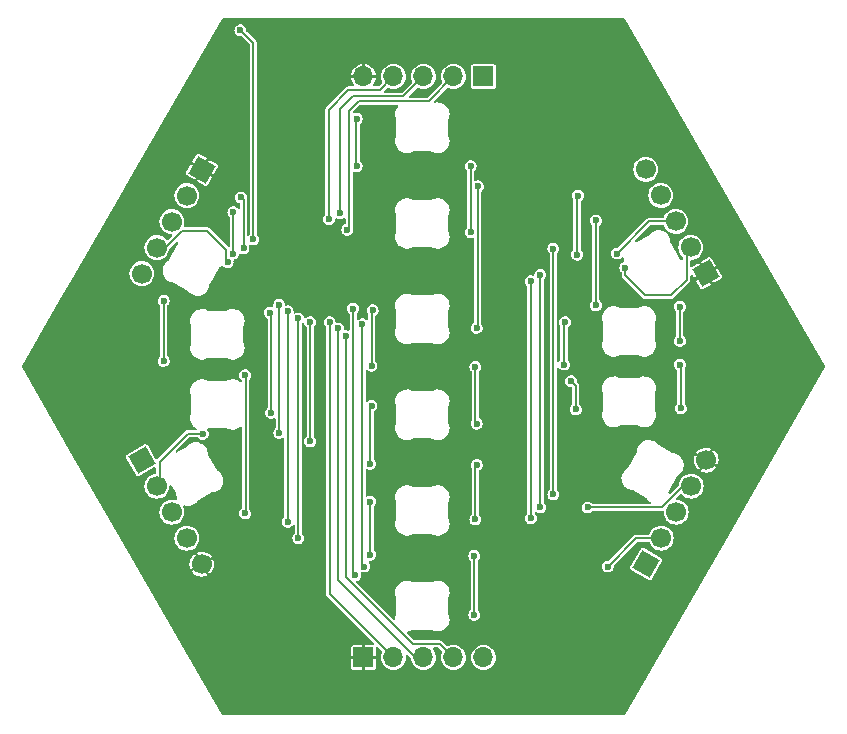
<source format=gbr>
%TF.GenerationSoftware,KiCad,Pcbnew,8.0.8*%
%TF.CreationDate,2025-04-07T13:28:21-04:00*%
%TF.ProjectId,pcb_tile_game_tile_aoa,7063625f-7469-46c6-955f-67616d655f74,1.0*%
%TF.SameCoordinates,Original*%
%TF.FileFunction,Copper,L2,Bot*%
%TF.FilePolarity,Positive*%
%FSLAX46Y46*%
G04 Gerber Fmt 4.6, Leading zero omitted, Abs format (unit mm)*
G04 Created by KiCad (PCBNEW 8.0.8) date 2025-04-07 13:28:21*
%MOMM*%
%LPD*%
G01*
G04 APERTURE LIST*
G04 Aperture macros list*
%AMHorizOval*
0 Thick line with rounded ends*
0 $1 width*
0 $2 $3 position (X,Y) of the first rounded end (center of the circle)*
0 $4 $5 position (X,Y) of the second rounded end (center of the circle)*
0 Add line between two ends*
20,1,$1,$2,$3,$4,$5,0*
0 Add two circle primitives to create the rounded ends*
1,1,$1,$2,$3*
1,1,$1,$4,$5*%
%AMRotRect*
0 Rectangle, with rotation*
0 The origin of the aperture is its center*
0 $1 length*
0 $2 width*
0 $3 Rotation angle, in degrees counterclockwise*
0 Add horizontal line*
21,1,$1,$2,0,0,$3*%
G04 Aperture macros list end*
%TA.AperFunction,ComponentPad*%
%ADD10R,1.700000X1.700000*%
%TD*%
%TA.AperFunction,ComponentPad*%
%ADD11O,1.700000X1.700000*%
%TD*%
%TA.AperFunction,ComponentPad*%
%ADD12RotRect,1.700000X1.700000X150.000000*%
%TD*%
%TA.AperFunction,ComponentPad*%
%ADD13HorizOval,1.700000X0.000000X0.000000X0.000000X0.000000X0*%
%TD*%
%TA.AperFunction,ComponentPad*%
%ADD14RotRect,1.700000X1.700000X330.000000*%
%TD*%
%TA.AperFunction,ComponentPad*%
%ADD15HorizOval,1.700000X0.000000X0.000000X0.000000X0.000000X0*%
%TD*%
%TA.AperFunction,ComponentPad*%
%ADD16RotRect,1.700000X1.700000X210.000000*%
%TD*%
%TA.AperFunction,ComponentPad*%
%ADD17HorizOval,1.700000X0.000000X0.000000X0.000000X0.000000X0*%
%TD*%
%TA.AperFunction,ComponentPad*%
%ADD18RotRect,1.700000X1.700000X30.000000*%
%TD*%
%TA.AperFunction,ComponentPad*%
%ADD19HorizOval,1.700000X0.000000X0.000000X0.000000X0.000000X0*%
%TD*%
%TA.AperFunction,ViaPad*%
%ADD20C,0.600000*%
%TD*%
%TA.AperFunction,Conductor*%
%ADD21C,0.200000*%
%TD*%
G04 APERTURE END LIST*
D10*
%TO.P,J2,1,Pin_1*%
%TO.N,VCC*%
X134980000Y-104600000D03*
D11*
%TO.P,J2,2,Pin_2*%
%TO.N,/TX_J2*%
X137520000Y-104600000D03*
%TO.P,J2,3,Pin_3*%
%TO.N,/DATA_J2*%
X140060000Y-104600000D03*
%TO.P,J2,4,Pin_4*%
%TO.N,/RX_J2*%
X142600000Y-104600000D03*
%TO.P,J2,5,Pin_5*%
%TO.N,GND*%
X145140000Y-104600000D03*
%TD*%
D12*
%TO.P,J3,1,Pin_1*%
%TO.N,GND*%
X158920000Y-96689409D03*
D13*
%TO.P,J3,2,Pin_2*%
%TO.N,/TX_J3*%
X160190000Y-94489704D03*
%TO.P,J3,3,Pin_3*%
%TO.N,/DATA_J3*%
X161460000Y-92290000D03*
%TO.P,J3,4,Pin_4*%
%TO.N,/RX_J3*%
X162730000Y-90090295D03*
%TO.P,J3,5,Pin_5*%
%TO.N,VCC*%
X164000000Y-87890591D03*
%TD*%
D14*
%TO.P,J6,1,Pin_1*%
%TO.N,VCC*%
X121300000Y-63300591D03*
D15*
%TO.P,J6,2,Pin_2*%
%TO.N,/TX_J6*%
X120030000Y-65500296D03*
%TO.P,J6,3,Pin_3*%
%TO.N,/DATA_J6*%
X118760000Y-67700000D03*
%TO.P,J6,4,Pin_4*%
%TO.N,/RX_J6*%
X117490000Y-69899705D03*
%TO.P,J6,5,Pin_5*%
%TO.N,GND*%
X116220000Y-72099409D03*
%TD*%
D16*
%TO.P,J4,1,Pin_1*%
%TO.N,VCC*%
X163963349Y-72075928D03*
D17*
%TO.P,J4,2,Pin_2*%
%TO.N,/TX_J4*%
X162693349Y-69876223D03*
%TO.P,J4,3,Pin_3*%
%TO.N,/DATA_J4*%
X161423349Y-67676519D03*
%TO.P,J4,4,Pin_4*%
%TO.N,/RX_J4*%
X160153349Y-65476814D03*
%TO.P,J4,5,Pin_5*%
%TO.N,GND*%
X158883349Y-63277110D03*
%TD*%
D18*
%TO.P,J1,1,Pin_1*%
%TO.N,GND*%
X116220000Y-87900591D03*
D19*
%TO.P,J1,2,Pin_2*%
%TO.N,/TX_J1*%
X117490000Y-90100296D03*
%TO.P,J1,3,Pin_3*%
%TO.N,/DATA_J1*%
X118760000Y-92300000D03*
%TO.P,J1,4,Pin_4*%
%TO.N,/RX_J1*%
X120030000Y-94499705D03*
%TO.P,J1,5,Pin_5*%
%TO.N,VCC*%
X121300000Y-96699409D03*
%TD*%
D10*
%TO.P,J5,1,Pin_1*%
%TO.N,GND*%
X145140000Y-55400000D03*
D11*
%TO.P,J5,2,Pin_2*%
%TO.N,/TX_J5*%
X142600000Y-55400000D03*
%TO.P,J5,3,Pin_3*%
%TO.N,/DATA_J5*%
X140060000Y-55400000D03*
%TO.P,J5,4,Pin_4*%
%TO.N,/RX_J5*%
X137520000Y-55400000D03*
%TO.P,J5,5,Pin_5*%
%TO.N,VCC*%
X134980000Y-55400000D03*
%TD*%
D20*
%TO.N,GND*%
X152560000Y-81200000D03*
X152960000Y-83600000D03*
%TO.N,VCC*%
X126510000Y-82171285D03*
X126460000Y-67400000D03*
X147560000Y-58800000D03*
X147460000Y-91000000D03*
X161260000Y-85400000D03*
X126460000Y-77300000D03*
X122860000Y-67700000D03*
X147660000Y-99200000D03*
X162760000Y-85400000D03*
X163860000Y-80300000D03*
X147460000Y-66800000D03*
X123560000Y-88200000D03*
X163960000Y-75300000D03*
X147460000Y-74900000D03*
X163960000Y-77800000D03*
X126160000Y-73712500D03*
X147359996Y-83000000D03*
%TO.N,Net-(LED1-DOUT)*%
X135560000Y-91400000D03*
X135560000Y-95900000D03*
X144360000Y-96000000D03*
X144360000Y-101000000D03*
%TO.N,Net-(LED2-DOUT)*%
X144560000Y-88300000D03*
X135560000Y-88200000D03*
X135660000Y-83300000D03*
X144460000Y-92900000D03*
%TO.N,Net-(LED3-DOUT)*%
X144460000Y-80000000D03*
X144560000Y-84800000D03*
X135660000Y-79900000D03*
X135760000Y-75200000D03*
%TO.N,Net-(LED4-DOUT)*%
X144660000Y-64700000D03*
X144560000Y-76700000D03*
%TO.N,Net-(LED5-DOUT)*%
X134410002Y-59000000D03*
X144060000Y-63000000D03*
X144060000Y-68600000D03*
X134410002Y-63000000D03*
%TO.N,/DATA_J1*%
X128560000Y-93099998D03*
X128560000Y-75300000D03*
%TO.N,/TX_J1*%
X121376017Y-85661070D03*
X127850928Y-85600000D03*
X127850928Y-74750000D03*
%TO.N,/RX_J1*%
X129460000Y-94500000D03*
X129460000Y-75900000D03*
%TO.N,/TX_J2*%
X132110222Y-76219506D03*
%TO.N,/DATA_J2*%
X132810000Y-76744159D03*
%TO.N,/RX_J2*%
X133460000Y-77400000D03*
%TO.N,/RX_J3*%
X149960000Y-72200000D03*
X149960000Y-91900000D03*
X153960000Y-91900000D03*
%TO.N,/DATA_J3*%
X149160000Y-92800000D03*
X149160000Y-72750000D03*
%TO.N,/TX_J3*%
X155660000Y-96900000D03*
X135060000Y-96900000D03*
X134860000Y-76400000D03*
%TO.N,/TX_J4*%
X157159998Y-71600000D03*
%TO.N,/RX_J4*%
X153159992Y-65500000D03*
X153060000Y-70500000D03*
%TO.N,/DATA_J4*%
X156460000Y-70400000D03*
%TO.N,/UPDI*%
X124560000Y-51500000D03*
X125660000Y-69200000D03*
%TO.N,/RX_J5*%
X132054139Y-67496185D03*
%TO.N,/TX_J5*%
X133610000Y-68400000D03*
%TO.N,/DATA_J5*%
X132960000Y-66999998D03*
%TO.N,Net-(LED8-DOUT)*%
X161860000Y-83500000D03*
X152060000Y-76200000D03*
X161760000Y-79800000D03*
X151960000Y-79800000D03*
%TO.N,Net-(LED10-DIN)*%
X154660000Y-74800018D03*
X161760000Y-77800000D03*
X161760000Y-74900006D03*
X154660000Y-67600000D03*
%TO.N,Net-(LED11-DOUT)*%
X124960000Y-92400000D03*
X124960000Y-80700000D03*
%TO.N,/DATA_J6*%
X123960000Y-66900000D03*
X123960000Y-70400000D03*
%TO.N,/RX_J6*%
X123476386Y-71130021D03*
%TO.N,/TX_J6*%
X124610002Y-65649998D03*
X124822352Y-69950000D03*
%TO.N,/LED_J1-J6*%
X130460000Y-76200000D03*
X130460000Y-86300000D03*
%TO.N,/LED_J2-J5*%
X134110000Y-75059620D03*
X134264952Y-97645056D03*
%TO.N,Net-(LED12-DOUT)*%
X127060000Y-75400000D03*
X127160000Y-83900000D03*
%TO.N,/LED_J3-J4*%
X151060000Y-90800000D03*
X151060000Y-70000000D03*
%TO.N,Net-(LED13-DOUT)*%
X118060000Y-79500000D03*
X118060000Y-74400000D03*
%TD*%
D21*
%TO.N,GND*%
X152960000Y-81600000D02*
X152960000Y-83600000D01*
X152560000Y-81200000D02*
X152960000Y-81600000D01*
%TO.N,VCC*%
X161260000Y-85400000D02*
X162760000Y-85400000D01*
%TO.N,Net-(LED1-DOUT)*%
X135560000Y-95900000D02*
X135560000Y-91400000D01*
X144360000Y-101000000D02*
X144360000Y-96000000D01*
%TO.N,Net-(LED2-DOUT)*%
X135560000Y-83400000D02*
X135660000Y-83300000D01*
X135560000Y-88200000D02*
X135560000Y-83400000D01*
X144460000Y-88400000D02*
X144560000Y-88300000D01*
X144460000Y-92900000D02*
X144460000Y-88400000D01*
%TO.N,Net-(LED3-DOUT)*%
X144460000Y-84700000D02*
X144460000Y-80000000D01*
X144560000Y-84800000D02*
X144460000Y-84700000D01*
X135660000Y-79900000D02*
X135660000Y-75300000D01*
X135660000Y-75300000D02*
X135760000Y-75200000D01*
%TO.N,Net-(LED4-DOUT)*%
X144660000Y-76600000D02*
X144660000Y-64700000D01*
X144560000Y-76700000D02*
X144660000Y-76600000D01*
%TO.N,Net-(LED5-DOUT)*%
X134360000Y-59050002D02*
X134360000Y-62949998D01*
X144060000Y-68600000D02*
X144060000Y-63000000D01*
X134410002Y-59000000D02*
X134360000Y-59050002D01*
X134360000Y-62949998D02*
X134410002Y-63000000D01*
%TO.N,/DATA_J1*%
X128560000Y-75300000D02*
X128560000Y-92000000D01*
X128560000Y-92000000D02*
X128560000Y-93099998D01*
%TO.N,/TX_J1*%
X117721860Y-89868436D02*
X117721860Y-88036549D01*
X120097339Y-85661070D02*
X121376017Y-85661070D01*
X117721860Y-88036549D02*
X120097339Y-85661070D01*
X117490000Y-90100296D02*
X117721860Y-89868436D01*
X127850928Y-74750000D02*
X127850928Y-85600000D01*
%TO.N,/RX_J1*%
X129460000Y-93800000D02*
X129460000Y-94500000D01*
X129460000Y-75900000D02*
X129460000Y-93800000D01*
%TO.N,/TX_J2*%
X132110222Y-99190222D02*
X132110222Y-76219506D01*
X137520000Y-104600000D02*
X132110222Y-99190222D01*
%TO.N,/DATA_J2*%
X132810000Y-98050000D02*
X132810000Y-76744159D01*
X139360000Y-104600000D02*
X132810000Y-98050000D01*
X140060000Y-104600000D02*
X139360000Y-104600000D01*
%TO.N,/RX_J2*%
X133460000Y-77400000D02*
X133460000Y-97759343D01*
X133460000Y-97759343D02*
X139150657Y-103450000D01*
X141450000Y-103450000D02*
X142600000Y-104600000D01*
X139150657Y-103450000D02*
X141450000Y-103450000D01*
%TO.N,/RX_J3*%
X149960000Y-72200000D02*
X149960000Y-91900000D01*
X162730000Y-90090295D02*
X162033359Y-90090295D01*
X162033359Y-90090295D02*
X160223654Y-91900000D01*
X160223654Y-91900000D02*
X153960000Y-91900000D01*
%TO.N,/DATA_J3*%
X149160000Y-92800000D02*
X149160000Y-72750000D01*
%TO.N,/TX_J3*%
X134860000Y-76400000D02*
X134860000Y-96700000D01*
X134860000Y-96700000D02*
X135060000Y-96900000D01*
X158070296Y-94489704D02*
X160190000Y-94489704D01*
X155660000Y-96900000D02*
X158070296Y-94489704D01*
%TO.N,/TX_J4*%
X162355899Y-72604101D02*
X161029889Y-73930111D01*
X162355899Y-70213673D02*
X162355899Y-72604101D01*
X157159998Y-72258761D02*
X157159998Y-71600000D01*
X161029889Y-73930111D02*
X158831348Y-73930111D01*
X158831348Y-73930111D02*
X157159998Y-72258761D01*
X162693349Y-69876223D02*
X162355899Y-70213673D01*
%TO.N,/RX_J4*%
X153060000Y-65599992D02*
X153159992Y-65500000D01*
X153060000Y-70500000D02*
X153060000Y-65599992D01*
%TO.N,/DATA_J4*%
X159183481Y-67676519D02*
X161423349Y-67676519D01*
X156460000Y-70400000D02*
X159183481Y-67676519D01*
%TO.N,/UPDI*%
X125660000Y-52600000D02*
X124560000Y-51500000D01*
X125660000Y-69200000D02*
X125660000Y-52600000D01*
%TO.N,/RX_J5*%
X132054139Y-58205861D02*
X132054139Y-67496185D01*
X136370000Y-56550000D02*
X133710000Y-56550000D01*
X133710000Y-56550000D02*
X132054139Y-58205861D01*
X137520000Y-55400000D02*
X136370000Y-56550000D01*
%TO.N,/TX_J5*%
X142600000Y-55400000D02*
X140500000Y-57500000D01*
X133760000Y-68250000D02*
X133610000Y-68400000D01*
X133760000Y-58300000D02*
X133760000Y-68250000D01*
X140500000Y-57500000D02*
X134560000Y-57500000D01*
X133760000Y-58300000D02*
X134560000Y-57500000D01*
%TO.N,/DATA_J5*%
X140060000Y-55400000D02*
X138360000Y-57100000D01*
X138360000Y-57100000D02*
X134060000Y-57100000D01*
X134060000Y-57100000D02*
X132960000Y-58200000D01*
X132960000Y-58200000D02*
X132960000Y-66999998D01*
%TO.N,Net-(LED8-DOUT)*%
X151960000Y-76300000D02*
X152060000Y-76200000D01*
X161860000Y-79900000D02*
X161760000Y-79800000D01*
X151960000Y-79800000D02*
X151960000Y-76300000D01*
X161860000Y-83500000D02*
X161860000Y-79900000D01*
%TO.N,Net-(LED10-DIN)*%
X154660000Y-67600000D02*
X154660000Y-74800018D01*
X161760000Y-77800000D02*
X161760000Y-74900006D01*
%TO.N,Net-(LED11-DOUT)*%
X125016806Y-92343194D02*
X125016806Y-80756806D01*
X124960000Y-92400000D02*
X125016806Y-92343194D01*
X125016806Y-80756806D02*
X124960000Y-80700000D01*
%TO.N,/DATA_J6*%
X123960000Y-70400000D02*
X123960000Y-67700000D01*
X123960000Y-67700000D02*
X123960000Y-66900000D01*
%TO.N,/RX_J6*%
X123345858Y-70085858D02*
X121749951Y-68489951D01*
X121749951Y-68489951D02*
X119596395Y-68489951D01*
X123476386Y-71130021D02*
X123345858Y-70999493D01*
X123345858Y-70999493D02*
X123345858Y-70085858D01*
X119596395Y-68489951D02*
X118186641Y-69899705D01*
X118186641Y-69899705D02*
X117490000Y-69899705D01*
%TO.N,/TX_J6*%
X124610002Y-65649998D02*
X124822352Y-65862348D01*
X124822352Y-65862348D02*
X124822352Y-69950000D01*
%TO.N,/LED_J1-J6*%
X130460000Y-76200000D02*
X130460000Y-86300000D01*
%TO.N,/LED_J2-J5*%
X134110000Y-75059620D02*
X134110000Y-97490104D01*
X134110000Y-97490104D02*
X134264952Y-97645056D01*
%TO.N,Net-(LED12-DOUT)*%
X127160000Y-83900000D02*
X127160000Y-75500000D01*
X127160000Y-75500000D02*
X127060000Y-75400000D01*
%TO.N,/LED_J3-J4*%
X151060000Y-70000000D02*
X151060000Y-90800000D01*
%TO.N,Net-(LED13-DOUT)*%
X118060000Y-79500000D02*
X118060000Y-74400000D01*
%TD*%
%TA.AperFunction,Conductor*%
%TO.N,VCC*%
G36*
X157092577Y-50519407D02*
G01*
X157120122Y-50549999D01*
X164597097Y-63500499D01*
X174094509Y-79950500D01*
X174107230Y-80010348D01*
X174094509Y-80049500D01*
X165890965Y-94258456D01*
X159310831Y-105655583D01*
X157120123Y-109450000D01*
X157074653Y-109490941D01*
X157034386Y-109499500D01*
X123085614Y-109499500D01*
X123027423Y-109480593D01*
X122999877Y-109450000D01*
X120799246Y-105638396D01*
X115638316Y-96699404D01*
X120244919Y-96699404D01*
X120244919Y-96699413D01*
X120265190Y-96905239D01*
X120265191Y-96905245D01*
X120325230Y-97103163D01*
X120325236Y-97103180D01*
X120343019Y-97136450D01*
X120343020Y-97136450D01*
X121004231Y-96754698D01*
X121020444Y-96815205D01*
X121059940Y-96883614D01*
X121104231Y-96927905D01*
X120442661Y-97309863D01*
X120442661Y-97309864D01*
X120553947Y-97445466D01*
X120713829Y-97576677D01*
X120713839Y-97576684D01*
X120896232Y-97674174D01*
X120896237Y-97674176D01*
X121094163Y-97734217D01*
X121094169Y-97734218D01*
X121299996Y-97754490D01*
X121300004Y-97754490D01*
X121505830Y-97734218D01*
X121505836Y-97734217D01*
X121703761Y-97674177D01*
X121737042Y-97656387D01*
X121355291Y-96995176D01*
X121415796Y-96978965D01*
X121484205Y-96939469D01*
X121528497Y-96895176D01*
X121910455Y-97556746D01*
X122046049Y-97445468D01*
X122046058Y-97445459D01*
X122177268Y-97285579D01*
X122177275Y-97285569D01*
X122274765Y-97103176D01*
X122274767Y-97103171D01*
X122334808Y-96905245D01*
X122334809Y-96905239D01*
X122355081Y-96699413D01*
X122355081Y-96699404D01*
X122334809Y-96493578D01*
X122334808Y-96493572D01*
X122274767Y-96295646D01*
X122274765Y-96295641D01*
X122256979Y-96262366D01*
X122256978Y-96262366D01*
X121595767Y-96644116D01*
X121579556Y-96583613D01*
X121540060Y-96515204D01*
X121495766Y-96470910D01*
X122157337Y-96088953D01*
X122157337Y-96088952D01*
X122046052Y-95953351D01*
X121886170Y-95822140D01*
X121886160Y-95822133D01*
X121703767Y-95724643D01*
X121703762Y-95724641D01*
X121505836Y-95664600D01*
X121505830Y-95664599D01*
X121300004Y-95644328D01*
X121299996Y-95644328D01*
X121094169Y-95664599D01*
X121094163Y-95664600D01*
X120896241Y-95724640D01*
X120896232Y-95724643D01*
X120862956Y-95742429D01*
X120862956Y-95742430D01*
X121244708Y-96403641D01*
X121184204Y-96419853D01*
X121115795Y-96459349D01*
X121071502Y-96503641D01*
X120689544Y-95842070D01*
X120689543Y-95842070D01*
X120553942Y-95953356D01*
X120422731Y-96113238D01*
X120422724Y-96113248D01*
X120325234Y-96295641D01*
X120325232Y-96295646D01*
X120265191Y-96493572D01*
X120265190Y-96493578D01*
X120244919Y-96699404D01*
X115638316Y-96699404D01*
X114368317Y-94499701D01*
X118974417Y-94499701D01*
X118974417Y-94499708D01*
X118994698Y-94705634D01*
X118994699Y-94705639D01*
X119054768Y-94903659D01*
X119152316Y-95086157D01*
X119275382Y-95236114D01*
X119283590Y-95246115D01*
X119283595Y-95246119D01*
X119443547Y-95377388D01*
X119443548Y-95377388D01*
X119443550Y-95377390D01*
X119626046Y-95474937D01*
X119744084Y-95510743D01*
X119824065Y-95535005D01*
X119824070Y-95535006D01*
X120029997Y-95555288D01*
X120030000Y-95555288D01*
X120030003Y-95555288D01*
X120235929Y-95535006D01*
X120235934Y-95535005D01*
X120433954Y-95474937D01*
X120616450Y-95377390D01*
X120776410Y-95246115D01*
X120907685Y-95086155D01*
X121005232Y-94903659D01*
X121065300Y-94705639D01*
X121065301Y-94705634D01*
X121085583Y-94499708D01*
X121085583Y-94499701D01*
X121065301Y-94293775D01*
X121065300Y-94293770D01*
X121033580Y-94189204D01*
X121005232Y-94095751D01*
X120907685Y-93913255D01*
X120899477Y-93903254D01*
X120776414Y-93753300D01*
X120776410Y-93753295D01*
X120764218Y-93743289D01*
X120616452Y-93622021D01*
X120433954Y-93524473D01*
X120235934Y-93464404D01*
X120235929Y-93464403D01*
X120030003Y-93444122D01*
X120029997Y-93444122D01*
X119824070Y-93464403D01*
X119824065Y-93464404D01*
X119626045Y-93524473D01*
X119443547Y-93622021D01*
X119283595Y-93753290D01*
X119283585Y-93753300D01*
X119152316Y-93913252D01*
X119054768Y-94095750D01*
X118994699Y-94293770D01*
X118994698Y-94293775D01*
X118974417Y-94499701D01*
X114368317Y-94499701D01*
X110394097Y-87616150D01*
X114856199Y-87616150D01*
X114856199Y-87616154D01*
X114875363Y-87672611D01*
X114875365Y-87672615D01*
X114875366Y-87672617D01*
X115730110Y-89153077D01*
X115745116Y-89179068D01*
X115784426Y-89223893D01*
X115784428Y-89223894D01*
X115784430Y-89223896D01*
X115855969Y-89259174D01*
X115935562Y-89264392D01*
X115992026Y-89245225D01*
X117272861Y-88505733D01*
X117332708Y-88493012D01*
X117388604Y-88517899D01*
X117419197Y-88570887D01*
X117421360Y-88591470D01*
X117421360Y-88961744D01*
X117402453Y-89019935D01*
X117352953Y-89055899D01*
X117332065Y-89060267D01*
X117284070Y-89064994D01*
X117284065Y-89064995D01*
X117086045Y-89125064D01*
X116903547Y-89222612D01*
X116743595Y-89353881D01*
X116743585Y-89353891D01*
X116612316Y-89513843D01*
X116514768Y-89696341D01*
X116454699Y-89894361D01*
X116454698Y-89894366D01*
X116434417Y-90100292D01*
X116434417Y-90100299D01*
X116454698Y-90306225D01*
X116454699Y-90306230D01*
X116514768Y-90504250D01*
X116612316Y-90686748D01*
X116735380Y-90836702D01*
X116743590Y-90846706D01*
X116743595Y-90846710D01*
X116903547Y-90977979D01*
X116903548Y-90977979D01*
X116903550Y-90977981D01*
X117086046Y-91075528D01*
X117223997Y-91117374D01*
X117284065Y-91135596D01*
X117284070Y-91135597D01*
X117489997Y-91155879D01*
X117490000Y-91155879D01*
X117490003Y-91155879D01*
X117695929Y-91135597D01*
X117695934Y-91135596D01*
X117893954Y-91075528D01*
X118076450Y-90977981D01*
X118236410Y-90846706D01*
X118367685Y-90686746D01*
X118465232Y-90504250D01*
X118525300Y-90306230D01*
X118525301Y-90306224D01*
X118536704Y-90190446D01*
X118545054Y-90105661D01*
X118569573Y-90049605D01*
X118622360Y-90018666D01*
X118683251Y-90024663D01*
X118728987Y-90065306D01*
X118729313Y-90065866D01*
X119088993Y-90688848D01*
X119089061Y-90688987D01*
X119111716Y-90728213D01*
X119124985Y-90778121D01*
X119124866Y-90807806D01*
X119124866Y-90807916D01*
X119124788Y-90823090D01*
X119124802Y-90823348D01*
X119124725Y-90842619D01*
X119156834Y-91022387D01*
X119213488Y-91173458D01*
X119216218Y-91234582D01*
X119182498Y-91285637D01*
X119125208Y-91307121D01*
X119092054Y-91302957D01*
X118965934Y-91264699D01*
X118965929Y-91264698D01*
X118760003Y-91244417D01*
X118759997Y-91244417D01*
X118554070Y-91264698D01*
X118554065Y-91264699D01*
X118356045Y-91324768D01*
X118173547Y-91422316D01*
X118013595Y-91553585D01*
X118013585Y-91553595D01*
X117882316Y-91713547D01*
X117784768Y-91896045D01*
X117724699Y-92094065D01*
X117724698Y-92094070D01*
X117704417Y-92299996D01*
X117704417Y-92300003D01*
X117724698Y-92505929D01*
X117724699Y-92505934D01*
X117784768Y-92703954D01*
X117882316Y-92886452D01*
X118010345Y-93042456D01*
X118013590Y-93046410D01*
X118013595Y-93046414D01*
X118173547Y-93177683D01*
X118173548Y-93177683D01*
X118173550Y-93177685D01*
X118356046Y-93275232D01*
X118493997Y-93317078D01*
X118554065Y-93335300D01*
X118554070Y-93335301D01*
X118759997Y-93355583D01*
X118760000Y-93355583D01*
X118760003Y-93355583D01*
X118965929Y-93335301D01*
X118965934Y-93335300D01*
X119163954Y-93275232D01*
X119346450Y-93177685D01*
X119506410Y-93046410D01*
X119637685Y-92886450D01*
X119735232Y-92703954D01*
X119795300Y-92505934D01*
X119795301Y-92505929D01*
X119815583Y-92300003D01*
X119815583Y-92299996D01*
X119795301Y-92094070D01*
X119795300Y-92094065D01*
X119772715Y-92019612D01*
X119735232Y-91896046D01*
X119712356Y-91853249D01*
X119701601Y-91793019D01*
X119728302Y-91737967D01*
X119782262Y-91709124D01*
X119829100Y-91712059D01*
X119912304Y-91737967D01*
X119915355Y-91738917D01*
X120096654Y-91760747D01*
X120278910Y-91749397D01*
X120456099Y-91705241D01*
X120622368Y-91629738D01*
X120772222Y-91525384D01*
X120900709Y-91395627D01*
X120911029Y-91380531D01*
X120911825Y-91379517D01*
X120916742Y-91372307D01*
X120939424Y-91339046D01*
X120971711Y-91309092D01*
X121009119Y-91287495D01*
X121009119Y-91287494D01*
X121032087Y-91274234D01*
X121032089Y-91274231D01*
X122149722Y-90628966D01*
X122191677Y-90615992D01*
X122192097Y-90615959D01*
X122199395Y-90615403D01*
X122234851Y-90612745D01*
X122234852Y-90612744D01*
X122240823Y-90612297D01*
X122241669Y-90612176D01*
X122260227Y-90610761D01*
X122436834Y-90564357D01*
X122602123Y-90486749D01*
X122750633Y-90380504D01*
X122877457Y-90249130D01*
X122978404Y-90096968D01*
X123050139Y-89929047D01*
X123090292Y-89750915D01*
X123097536Y-89568457D01*
X123071631Y-89387702D01*
X123030169Y-89264392D01*
X123013438Y-89214631D01*
X123013434Y-89214622D01*
X122924867Y-89054935D01*
X122808863Y-88913928D01*
X122808862Y-88913927D01*
X122808858Y-88913922D01*
X122669238Y-88796237D01*
X122653298Y-88787119D01*
X122652318Y-88786470D01*
X122613401Y-88764264D01*
X122576723Y-88727767D01*
X122554078Y-88688532D01*
X122554001Y-88688417D01*
X121831720Y-87437391D01*
X121831709Y-87437369D01*
X121809208Y-87398399D01*
X121795943Y-87348379D01*
X121796068Y-87324347D01*
X121796146Y-87309411D01*
X121796145Y-87309408D01*
X121796174Y-87303902D01*
X121796063Y-87302098D01*
X121796136Y-87284022D01*
X121764022Y-87104279D01*
X121699902Y-86933319D01*
X121605895Y-86776789D01*
X121593157Y-86762349D01*
X121485108Y-86639861D01*
X121385956Y-86561964D01*
X121341529Y-86527060D01*
X121341525Y-86527058D01*
X121341524Y-86527057D01*
X121260716Y-86484585D01*
X121179903Y-86442111D01*
X121005572Y-86387823D01*
X121005569Y-86387822D01*
X121005570Y-86387822D01*
X120824300Y-86365987D01*
X120824293Y-86365986D01*
X120642053Y-86377327D01*
X120464883Y-86421465D01*
X120418646Y-86442457D01*
X120298624Y-86496947D01*
X120255377Y-86527057D01*
X120148778Y-86601274D01*
X120020289Y-86731006D01*
X120020285Y-86731010D01*
X120009899Y-86746197D01*
X120008839Y-86747552D01*
X119981552Y-86787587D01*
X119949216Y-86817583D01*
X119906745Y-86842082D01*
X119906383Y-86842323D01*
X119220036Y-87238587D01*
X119160188Y-87251309D01*
X119104292Y-87226422D01*
X119073699Y-87173434D01*
X119080095Y-87112584D01*
X119100532Y-87082847D01*
X119452370Y-86731010D01*
X120192814Y-85990566D01*
X120247331Y-85962789D01*
X120262818Y-85961570D01*
X120928934Y-85961570D01*
X120987125Y-85980477D01*
X121003750Y-85995737D01*
X121044889Y-86043213D01*
X121165964Y-86121023D01*
X121261597Y-86149103D01*
X121304052Y-86161569D01*
X121304053Y-86161569D01*
X121304056Y-86161570D01*
X121304058Y-86161570D01*
X121447976Y-86161570D01*
X121447978Y-86161570D01*
X121586070Y-86121023D01*
X121707145Y-86043213D01*
X121801394Y-85934443D01*
X121861182Y-85803527D01*
X121881664Y-85661070D01*
X121861182Y-85518613D01*
X121801394Y-85387697D01*
X121765108Y-85345821D01*
X121741292Y-85289462D01*
X121755151Y-85229867D01*
X121789960Y-85195527D01*
X121792517Y-85194033D01*
X121842485Y-85180502D01*
X121881392Y-85180507D01*
X121881394Y-85180506D01*
X121887842Y-85180507D01*
X121887963Y-85180500D01*
X123377507Y-85180500D01*
X123427462Y-85194028D01*
X123465686Y-85216368D01*
X123467527Y-85217286D01*
X123483077Y-85226348D01*
X123576037Y-85259950D01*
X123654787Y-85288416D01*
X123654790Y-85288416D01*
X123654799Y-85288420D01*
X123834920Y-85318381D01*
X124017488Y-85315240D01*
X124196472Y-85279103D01*
X124365958Y-85211163D01*
X124520344Y-85113664D01*
X124550165Y-85086144D01*
X124605751Y-85060574D01*
X124665751Y-85072560D01*
X124707246Y-85117524D01*
X124716306Y-85158897D01*
X124716306Y-91907608D01*
X124697399Y-91965799D01*
X124670830Y-91990892D01*
X124628872Y-92017856D01*
X124534622Y-92126628D01*
X124474834Y-92257543D01*
X124454353Y-92399997D01*
X124454353Y-92400002D01*
X124474834Y-92542456D01*
X124532399Y-92668503D01*
X124534623Y-92673373D01*
X124568342Y-92712287D01*
X124628873Y-92782144D01*
X124744261Y-92856299D01*
X124749947Y-92859953D01*
X124856403Y-92891211D01*
X124888035Y-92900499D01*
X124888036Y-92900499D01*
X124888039Y-92900500D01*
X124888041Y-92900500D01*
X125031959Y-92900500D01*
X125031961Y-92900500D01*
X125170053Y-92859953D01*
X125291128Y-92782143D01*
X125385377Y-92673373D01*
X125445165Y-92542457D01*
X125459018Y-92446105D01*
X125465647Y-92400002D01*
X125465647Y-92399997D01*
X125445165Y-92257543D01*
X125406725Y-92173373D01*
X125385377Y-92126627D01*
X125357167Y-92094070D01*
X125341486Y-92075972D01*
X125317669Y-92019612D01*
X125317306Y-92011142D01*
X125317306Y-81088855D01*
X125336213Y-81030664D01*
X125341471Y-81024043D01*
X125385377Y-80973373D01*
X125445165Y-80842457D01*
X125465647Y-80700000D01*
X125465575Y-80699500D01*
X125445165Y-80557543D01*
X125385377Y-80426628D01*
X125385377Y-80426627D01*
X125291128Y-80317857D01*
X125291127Y-80317856D01*
X125291126Y-80317855D01*
X125170057Y-80240049D01*
X125170054Y-80240047D01*
X125170053Y-80240047D01*
X125170050Y-80240046D01*
X125031964Y-80199500D01*
X125031961Y-80199500D01*
X124888039Y-80199500D01*
X124888035Y-80199500D01*
X124749949Y-80240046D01*
X124749942Y-80240049D01*
X124628873Y-80317855D01*
X124534622Y-80426628D01*
X124474834Y-80557543D01*
X124454353Y-80699997D01*
X124454353Y-80700002D01*
X124474834Y-80842456D01*
X124513275Y-80926628D01*
X124534623Y-80973373D01*
X124628872Y-81082143D01*
X124633509Y-81087494D01*
X124632357Y-81088491D01*
X124659752Y-81133917D01*
X124654517Y-81194878D01*
X124614450Y-81241120D01*
X124554854Y-81254979D01*
X124510464Y-81240048D01*
X124365977Y-81148802D01*
X124196485Y-81080858D01*
X124196484Y-81080857D01*
X124196480Y-81080856D01*
X124017494Y-81044719D01*
X124017485Y-81044718D01*
X123834918Y-81041577D01*
X123654795Y-81071539D01*
X123654792Y-81071539D01*
X123654790Y-81071540D01*
X123654788Y-81071540D01*
X123654778Y-81071543D01*
X123483062Y-81133613D01*
X123467166Y-81142875D01*
X123466035Y-81143441D01*
X123427459Y-81165978D01*
X123377513Y-81179496D01*
X123338608Y-81179494D01*
X123338606Y-81179494D01*
X123332148Y-81179494D01*
X123332042Y-81179501D01*
X121888038Y-81179501D01*
X121887933Y-81179494D01*
X121842485Y-81179497D01*
X121792538Y-81165978D01*
X121754159Y-81143556D01*
X121752496Y-81142727D01*
X121742464Y-81136881D01*
X121736921Y-81133650D01*
X121736918Y-81133649D01*
X121565211Y-81071583D01*
X121565196Y-81071579D01*
X121385075Y-81041618D01*
X121202519Y-81044759D01*
X121202510Y-81044760D01*
X121023529Y-81080896D01*
X120854041Y-81148838D01*
X120699650Y-81246339D01*
X120565473Y-81370166D01*
X120565470Y-81370169D01*
X120455920Y-81516246D01*
X120374618Y-81679749D01*
X120374615Y-81679756D01*
X120324261Y-81855253D01*
X120324259Y-81855262D01*
X120306504Y-82036995D01*
X120321939Y-82218935D01*
X120367639Y-82386230D01*
X120370056Y-82395078D01*
X120377204Y-82409973D01*
X120378007Y-82411646D01*
X120378648Y-82413237D01*
X120399681Y-82456892D01*
X120409493Y-82499892D01*
X120409478Y-82549213D01*
X120409501Y-82549562D01*
X120409501Y-83810488D01*
X120409492Y-83810626D01*
X120409497Y-83860103D01*
X120399755Y-83902938D01*
X120395920Y-83910931D01*
X120395862Y-83911051D01*
X120378461Y-83947192D01*
X120378156Y-83947948D01*
X120370020Y-83964902D01*
X120332979Y-84100499D01*
X120321900Y-84141055D01*
X120306463Y-84323004D01*
X120324219Y-84504742D01*
X120374579Y-84680263D01*
X120455881Y-84843768D01*
X120565438Y-84989855D01*
X120565441Y-84989857D01*
X120565443Y-84989860D01*
X120639734Y-85058420D01*
X120699595Y-85113664D01*
X120699627Y-85113693D01*
X120699629Y-85113695D01*
X120801239Y-85177865D01*
X120840344Y-85224923D01*
X120844321Y-85285979D01*
X120811650Y-85337711D01*
X120754811Y-85360361D01*
X120748377Y-85360570D01*
X120136901Y-85360570D01*
X120057777Y-85360570D01*
X120011000Y-85373103D01*
X119981346Y-85381049D01*
X119912832Y-85420606D01*
X117524183Y-87809255D01*
X117469666Y-87837032D01*
X117409234Y-87827461D01*
X117368442Y-87788751D01*
X116694886Y-86622117D01*
X116694883Y-86622114D01*
X116694883Y-86622113D01*
X116655573Y-86577288D01*
X116655571Y-86577287D01*
X116655570Y-86577286D01*
X116584031Y-86542008D01*
X116557500Y-86540268D01*
X116504440Y-86536790D01*
X116504436Y-86536790D01*
X116447979Y-86555954D01*
X114941522Y-87425707D01*
X114896697Y-87465017D01*
X114896696Y-87465019D01*
X114861417Y-87536559D01*
X114861417Y-87536561D01*
X114856199Y-87616150D01*
X110394097Y-87616150D01*
X106025488Y-80049497D01*
X106012768Y-79989652D01*
X106025487Y-79950503D01*
X109230073Y-74399997D01*
X117554353Y-74399997D01*
X117554353Y-74400002D01*
X117574834Y-74542456D01*
X117612644Y-74625246D01*
X117634623Y-74673373D01*
X117707561Y-74757549D01*
X117733509Y-74787494D01*
X117731471Y-74789259D01*
X117756925Y-74831458D01*
X117759500Y-74853893D01*
X117759500Y-79046105D01*
X117740593Y-79104296D01*
X117733258Y-79112289D01*
X117733509Y-79112506D01*
X117728872Y-79117856D01*
X117728872Y-79117857D01*
X117660915Y-79196283D01*
X117634622Y-79226628D01*
X117574834Y-79357543D01*
X117554353Y-79499997D01*
X117554353Y-79500002D01*
X117574834Y-79642456D01*
X117634622Y-79773371D01*
X117634623Y-79773373D01*
X117663600Y-79806814D01*
X117728873Y-79882144D01*
X117849942Y-79959950D01*
X117849947Y-79959953D01*
X117951094Y-79989652D01*
X117988035Y-80000499D01*
X117988036Y-80000499D01*
X117988039Y-80000500D01*
X117988041Y-80000500D01*
X118131959Y-80000500D01*
X118131961Y-80000500D01*
X118270053Y-79959953D01*
X118391128Y-79882143D01*
X118485377Y-79773373D01*
X118545165Y-79642457D01*
X118557226Y-79558573D01*
X118565647Y-79500002D01*
X118565647Y-79499997D01*
X118545165Y-79357543D01*
X118508514Y-79277290D01*
X118485377Y-79226627D01*
X118391128Y-79117857D01*
X118391127Y-79117856D01*
X118386491Y-79112506D01*
X118388524Y-79110743D01*
X118363067Y-79068505D01*
X118360500Y-79046105D01*
X118360500Y-78383003D01*
X120306463Y-78383003D01*
X120324218Y-78564737D01*
X120324219Y-78564742D01*
X120374579Y-78740263D01*
X120455881Y-78903768D01*
X120565438Y-79049855D01*
X120565441Y-79049857D01*
X120565443Y-79049860D01*
X120639124Y-79117857D01*
X120699595Y-79173664D01*
X120699627Y-79173693D01*
X120699629Y-79173695D01*
X120854015Y-79271194D01*
X120854016Y-79271194D01*
X120854022Y-79271198D01*
X121023514Y-79339142D01*
X121023517Y-79339142D01*
X121023518Y-79339143D01*
X121058001Y-79346105D01*
X121202505Y-79375281D01*
X121364794Y-79378073D01*
X121385080Y-79378422D01*
X121385080Y-79378421D01*
X121385081Y-79378422D01*
X121565210Y-79348460D01*
X121736938Y-79286386D01*
X121752741Y-79277176D01*
X121753849Y-79276624D01*
X121758864Y-79273693D01*
X121758870Y-79273692D01*
X121792537Y-79254021D01*
X121842485Y-79240502D01*
X121881392Y-79240507D01*
X121881394Y-79240506D01*
X121887842Y-79240507D01*
X121887963Y-79240500D01*
X123377507Y-79240500D01*
X123427462Y-79254028D01*
X123465686Y-79276368D01*
X123467527Y-79277286D01*
X123483077Y-79286348D01*
X123580796Y-79321670D01*
X123654787Y-79348416D01*
X123654790Y-79348416D01*
X123654799Y-79348420D01*
X123834920Y-79378381D01*
X124017488Y-79375240D01*
X124196472Y-79339103D01*
X124365958Y-79271163D01*
X124520344Y-79173664D01*
X124654531Y-79049829D01*
X124764083Y-78903748D01*
X124845382Y-78740250D01*
X124895741Y-78564736D01*
X124913496Y-78383006D01*
X124898060Y-78201064D01*
X124849944Y-78024922D01*
X124842025Y-78008422D01*
X124841494Y-78007100D01*
X124820300Y-77963083D01*
X124810499Y-77920134D01*
X124810499Y-76559889D01*
X124820245Y-76517055D01*
X124823913Y-76509412D01*
X124823969Y-76509297D01*
X124838396Y-76479334D01*
X124839019Y-76478040D01*
X124839019Y-76478039D01*
X124841626Y-76472625D01*
X124841923Y-76471884D01*
X124849982Y-76455093D01*
X124898100Y-76278944D01*
X124913537Y-76096994D01*
X124895781Y-75915257D01*
X124895026Y-75912625D01*
X124845422Y-75739742D01*
X124845421Y-75739740D01*
X124845420Y-75739736D01*
X124764118Y-75576231D01*
X124654562Y-75430145D01*
X124654558Y-75430141D01*
X124654556Y-75430139D01*
X124621895Y-75399997D01*
X126554353Y-75399997D01*
X126554353Y-75400002D01*
X126574834Y-75542456D01*
X126628494Y-75659953D01*
X126634623Y-75673373D01*
X126707556Y-75757543D01*
X126728873Y-75782144D01*
X126814023Y-75836866D01*
X126852754Y-75884232D01*
X126859500Y-75920150D01*
X126859500Y-83446105D01*
X126840593Y-83504296D01*
X126833258Y-83512289D01*
X126833509Y-83512506D01*
X126828872Y-83517856D01*
X126828872Y-83517857D01*
X126774602Y-83580488D01*
X126734622Y-83626628D01*
X126674834Y-83757543D01*
X126654353Y-83899997D01*
X126654353Y-83900002D01*
X126674834Y-84042456D01*
X126703863Y-84106019D01*
X126734623Y-84173373D01*
X126822454Y-84274736D01*
X126828873Y-84282144D01*
X126949942Y-84359950D01*
X126949947Y-84359953D01*
X127056403Y-84391211D01*
X127088035Y-84400499D01*
X127088036Y-84400499D01*
X127088039Y-84400500D01*
X127088041Y-84400500D01*
X127231959Y-84400500D01*
X127231961Y-84400500D01*
X127370053Y-84359953D01*
X127397905Y-84342053D01*
X127457078Y-84326498D01*
X127514095Y-84348696D01*
X127547175Y-84400168D01*
X127550428Y-84425337D01*
X127550428Y-85146105D01*
X127531521Y-85204296D01*
X127524186Y-85212289D01*
X127524437Y-85212506D01*
X127519800Y-85217856D01*
X127519800Y-85217857D01*
X127466697Y-85279142D01*
X127425550Y-85326628D01*
X127365762Y-85457543D01*
X127345281Y-85599997D01*
X127345281Y-85600002D01*
X127365762Y-85742456D01*
X127419376Y-85859851D01*
X127425551Y-85873373D01*
X127519800Y-85982143D01*
X127519801Y-85982144D01*
X127640870Y-86059950D01*
X127640875Y-86059953D01*
X127738129Y-86088509D01*
X127778963Y-86100499D01*
X127778964Y-86100499D01*
X127778967Y-86100500D01*
X127778969Y-86100500D01*
X127922887Y-86100500D01*
X127922889Y-86100500D01*
X128060981Y-86059953D01*
X128106978Y-86030392D01*
X128166151Y-86014838D01*
X128223168Y-86037037D01*
X128256247Y-86088509D01*
X128259500Y-86113677D01*
X128259500Y-92646103D01*
X128240593Y-92704294D01*
X128233258Y-92712287D01*
X128233509Y-92712504D01*
X128228872Y-92717854D01*
X128228872Y-92717855D01*
X128190496Y-92762144D01*
X128134622Y-92826626D01*
X128074834Y-92957541D01*
X128054353Y-93099995D01*
X128054353Y-93100000D01*
X128074834Y-93242454D01*
X128122424Y-93346659D01*
X128134623Y-93373371D01*
X128222464Y-93474746D01*
X128228873Y-93482142D01*
X128279180Y-93514472D01*
X128349947Y-93559951D01*
X128456403Y-93591209D01*
X128488035Y-93600497D01*
X128488036Y-93600497D01*
X128488039Y-93600498D01*
X128488041Y-93600498D01*
X128631959Y-93600498D01*
X128631961Y-93600498D01*
X128770053Y-93559951D01*
X128891128Y-93482141D01*
X128985377Y-93373371D01*
X128985378Y-93373368D01*
X128985680Y-93373020D01*
X129038076Y-93341424D01*
X129099037Y-93346659D01*
X129145278Y-93386727D01*
X129159500Y-93437851D01*
X129159500Y-94046105D01*
X129140593Y-94104296D01*
X129133258Y-94112289D01*
X129133509Y-94112506D01*
X129128872Y-94117856D01*
X129128872Y-94117857D01*
X129073991Y-94181194D01*
X129034622Y-94226628D01*
X128974834Y-94357543D01*
X128954353Y-94499997D01*
X128954353Y-94500002D01*
X128974834Y-94642456D01*
X129034622Y-94773371D01*
X129034623Y-94773373D01*
X129065590Y-94809111D01*
X129128873Y-94882144D01*
X129249942Y-94959950D01*
X129249947Y-94959953D01*
X129356403Y-94991211D01*
X129388035Y-95000499D01*
X129388036Y-95000499D01*
X129388039Y-95000500D01*
X129388041Y-95000500D01*
X129531959Y-95000500D01*
X129531961Y-95000500D01*
X129670053Y-94959953D01*
X129791128Y-94882143D01*
X129885377Y-94773373D01*
X129945165Y-94642457D01*
X129965647Y-94500000D01*
X129964167Y-94489707D01*
X129945165Y-94357543D01*
X129916041Y-94293771D01*
X129885377Y-94226627D01*
X129791128Y-94117857D01*
X129791127Y-94117856D01*
X129786491Y-94112506D01*
X129788524Y-94110743D01*
X129763067Y-94068505D01*
X129760500Y-94046105D01*
X129760500Y-86335924D01*
X129770597Y-86304847D01*
X129760500Y-86264075D01*
X129760500Y-76353893D01*
X129779407Y-76295702D01*
X129786740Y-76287713D01*
X129786489Y-76287496D01*
X129791126Y-76282144D01*
X129791128Y-76282143D01*
X129799292Y-76272720D01*
X129851685Y-76241124D01*
X129912646Y-76246359D01*
X129958888Y-76286425D01*
X129972103Y-76323461D01*
X129974834Y-76342456D01*
X130013275Y-76426628D01*
X130034623Y-76473373D01*
X130089991Y-76537272D01*
X130133509Y-76587494D01*
X130131471Y-76589259D01*
X130156925Y-76631458D01*
X130159500Y-76653893D01*
X130159500Y-85846105D01*
X130140593Y-85904296D01*
X130133258Y-85912289D01*
X130133509Y-85912506D01*
X130128872Y-85917856D01*
X130128872Y-85917857D01*
X130065870Y-85990566D01*
X130034622Y-86026628D01*
X129974834Y-86157543D01*
X129957492Y-86278164D01*
X129947782Y-86297911D01*
X129957492Y-86321835D01*
X129974834Y-86442456D01*
X130034622Y-86573371D01*
X130034623Y-86573373D01*
X130076860Y-86622117D01*
X130128873Y-86682144D01*
X130237240Y-86751787D01*
X130249947Y-86759953D01*
X130344061Y-86787587D01*
X130388035Y-86800499D01*
X130388036Y-86800499D01*
X130388039Y-86800500D01*
X130388041Y-86800500D01*
X130531959Y-86800500D01*
X130531961Y-86800500D01*
X130670053Y-86759953D01*
X130791128Y-86682143D01*
X130885377Y-86573373D01*
X130945165Y-86442457D01*
X130956160Y-86365986D01*
X130965647Y-86300002D01*
X130965647Y-86299997D01*
X130945165Y-86157543D01*
X130919114Y-86100500D01*
X130885377Y-86026627D01*
X130791128Y-85917857D01*
X130791127Y-85917856D01*
X130786491Y-85912506D01*
X130788524Y-85910743D01*
X130763067Y-85868505D01*
X130760500Y-85846105D01*
X130760500Y-76653893D01*
X130779407Y-76595702D01*
X130786741Y-76587711D01*
X130786491Y-76587494D01*
X130810411Y-76559889D01*
X130885377Y-76473373D01*
X130945165Y-76342457D01*
X130960217Y-76237770D01*
X130962843Y-76219503D01*
X131604575Y-76219503D01*
X131604575Y-76219508D01*
X131625056Y-76361962D01*
X131678659Y-76479334D01*
X131684845Y-76492879D01*
X131766395Y-76586994D01*
X131783731Y-76607000D01*
X131781693Y-76608765D01*
X131807147Y-76650964D01*
X131809722Y-76673399D01*
X131809722Y-99229786D01*
X131830200Y-99306210D01*
X131830201Y-99306211D01*
X131857775Y-99353970D01*
X131857776Y-99353974D01*
X131857777Y-99353974D01*
X131869759Y-99374729D01*
X131869760Y-99374730D01*
X131869762Y-99374733D01*
X133877172Y-101382143D01*
X135876025Y-103380996D01*
X135903802Y-103435513D01*
X135894231Y-103495945D01*
X135850966Y-103539210D01*
X135806021Y-103550000D01*
X135080001Y-103550000D01*
X135080000Y-103550001D01*
X135080000Y-104316211D01*
X135019496Y-104300000D01*
X134940504Y-104300000D01*
X134880000Y-104316211D01*
X134880000Y-103550001D01*
X134879999Y-103550000D01*
X134110299Y-103550000D01*
X134051963Y-103561603D01*
X133985810Y-103605806D01*
X133985806Y-103605810D01*
X133941603Y-103671963D01*
X133930000Y-103730299D01*
X133930000Y-104499999D01*
X133930001Y-104500000D01*
X134696212Y-104500000D01*
X134680000Y-104560504D01*
X134680000Y-104639496D01*
X134696212Y-104700000D01*
X133930001Y-104700000D01*
X133930000Y-104700001D01*
X133930000Y-105469700D01*
X133941603Y-105528036D01*
X133985806Y-105594189D01*
X133985810Y-105594193D01*
X134051963Y-105638396D01*
X134110299Y-105649999D01*
X134110303Y-105650000D01*
X134879999Y-105650000D01*
X134880000Y-105649999D01*
X134880000Y-104883788D01*
X134940504Y-104900000D01*
X135019496Y-104900000D01*
X135080000Y-104883788D01*
X135080000Y-105649999D01*
X135080001Y-105650000D01*
X135849697Y-105650000D01*
X135849700Y-105649999D01*
X135908036Y-105638396D01*
X135974189Y-105594193D01*
X135974193Y-105594189D01*
X136018396Y-105528036D01*
X136029999Y-105469700D01*
X136030000Y-105469697D01*
X136030000Y-104700001D01*
X136029999Y-104700000D01*
X135263788Y-104700000D01*
X135280000Y-104639496D01*
X135280000Y-104560504D01*
X135263788Y-104500000D01*
X136029999Y-104500000D01*
X136030000Y-104499999D01*
X136030000Y-103773978D01*
X136048907Y-103715787D01*
X136098407Y-103679823D01*
X136159593Y-103679823D01*
X136199004Y-103703975D01*
X136543812Y-104048784D01*
X136571589Y-104103300D01*
X136562018Y-104163732D01*
X136561120Y-104165453D01*
X136544769Y-104196044D01*
X136544766Y-104196052D01*
X136484699Y-104394065D01*
X136484698Y-104394070D01*
X136464417Y-104599996D01*
X136464417Y-104600003D01*
X136484698Y-104805929D01*
X136484699Y-104805934D01*
X136544768Y-105003954D01*
X136642316Y-105186452D01*
X136773585Y-105346404D01*
X136773590Y-105346410D01*
X136773595Y-105346414D01*
X136933547Y-105477683D01*
X136933548Y-105477683D01*
X136933550Y-105477685D01*
X137116046Y-105575232D01*
X137253997Y-105617078D01*
X137314065Y-105635300D01*
X137314070Y-105635301D01*
X137519997Y-105655583D01*
X137520000Y-105655583D01*
X137520003Y-105655583D01*
X137725929Y-105635301D01*
X137725934Y-105635300D01*
X137923954Y-105575232D01*
X138106450Y-105477685D01*
X138266410Y-105346410D01*
X138397685Y-105186450D01*
X138495232Y-105003954D01*
X138555300Y-104805934D01*
X138555301Y-104805929D01*
X138575583Y-104600003D01*
X138575583Y-104599997D01*
X138563433Y-104476639D01*
X138576545Y-104416875D01*
X138622282Y-104376232D01*
X138683172Y-104370235D01*
X138731960Y-104396931D01*
X138986950Y-104651921D01*
X139014727Y-104706438D01*
X139015469Y-104712220D01*
X139024700Y-104805934D01*
X139024701Y-104805939D01*
X139084768Y-105003954D01*
X139182316Y-105186452D01*
X139313585Y-105346404D01*
X139313590Y-105346410D01*
X139313595Y-105346414D01*
X139473547Y-105477683D01*
X139473548Y-105477683D01*
X139473550Y-105477685D01*
X139656046Y-105575232D01*
X139793997Y-105617078D01*
X139854065Y-105635300D01*
X139854070Y-105635301D01*
X140059997Y-105655583D01*
X140060000Y-105655583D01*
X140060003Y-105655583D01*
X140265929Y-105635301D01*
X140265934Y-105635300D01*
X140463954Y-105575232D01*
X140646450Y-105477685D01*
X140806410Y-105346410D01*
X140937685Y-105186450D01*
X141035232Y-105003954D01*
X141095300Y-104805934D01*
X141095301Y-104805929D01*
X141115583Y-104600003D01*
X141115583Y-104599996D01*
X141095301Y-104394070D01*
X141095300Y-104394065D01*
X141066766Y-104300000D01*
X141035232Y-104196046D01*
X140937685Y-104013550D01*
X140930379Y-104004648D01*
X140854596Y-103912305D01*
X140832296Y-103855328D01*
X140847745Y-103796125D01*
X140895042Y-103757310D01*
X140931124Y-103750500D01*
X141284521Y-103750500D01*
X141342712Y-103769407D01*
X141354525Y-103779496D01*
X141623812Y-104048783D01*
X141651589Y-104103300D01*
X141642018Y-104163732D01*
X141641120Y-104165453D01*
X141624769Y-104196044D01*
X141624766Y-104196052D01*
X141564699Y-104394065D01*
X141564698Y-104394070D01*
X141544417Y-104599996D01*
X141544417Y-104600003D01*
X141564698Y-104805929D01*
X141564699Y-104805934D01*
X141624768Y-105003954D01*
X141722316Y-105186452D01*
X141853585Y-105346404D01*
X141853590Y-105346410D01*
X141853595Y-105346414D01*
X142013547Y-105477683D01*
X142013548Y-105477683D01*
X142013550Y-105477685D01*
X142196046Y-105575232D01*
X142333997Y-105617078D01*
X142394065Y-105635300D01*
X142394070Y-105635301D01*
X142599997Y-105655583D01*
X142600000Y-105655583D01*
X142600003Y-105655583D01*
X142805929Y-105635301D01*
X142805934Y-105635300D01*
X143003954Y-105575232D01*
X143186450Y-105477685D01*
X143346410Y-105346410D01*
X143477685Y-105186450D01*
X143575232Y-105003954D01*
X143635300Y-104805934D01*
X143635301Y-104805929D01*
X143655583Y-104600003D01*
X143655583Y-104599996D01*
X144084417Y-104599996D01*
X144084417Y-104600003D01*
X144104698Y-104805929D01*
X144104699Y-104805934D01*
X144164768Y-105003954D01*
X144262316Y-105186452D01*
X144393585Y-105346404D01*
X144393590Y-105346410D01*
X144393595Y-105346414D01*
X144553547Y-105477683D01*
X144553548Y-105477683D01*
X144553550Y-105477685D01*
X144736046Y-105575232D01*
X144873997Y-105617078D01*
X144934065Y-105635300D01*
X144934070Y-105635301D01*
X145139997Y-105655583D01*
X145140000Y-105655583D01*
X145140003Y-105655583D01*
X145345929Y-105635301D01*
X145345934Y-105635300D01*
X145543954Y-105575232D01*
X145726450Y-105477685D01*
X145886410Y-105346410D01*
X146017685Y-105186450D01*
X146115232Y-105003954D01*
X146175300Y-104805934D01*
X146175301Y-104805929D01*
X146195583Y-104600003D01*
X146195583Y-104599996D01*
X146175301Y-104394070D01*
X146175300Y-104394065D01*
X146146766Y-104300000D01*
X146115232Y-104196046D01*
X146017685Y-104013550D01*
X146010379Y-104004648D01*
X145886414Y-103853595D01*
X145886410Y-103853590D01*
X145886404Y-103853585D01*
X145726452Y-103722316D01*
X145543954Y-103624768D01*
X145345934Y-103564699D01*
X145345929Y-103564698D01*
X145140003Y-103544417D01*
X145139997Y-103544417D01*
X144934070Y-103564698D01*
X144934065Y-103564699D01*
X144736045Y-103624768D01*
X144553547Y-103722316D01*
X144393595Y-103853585D01*
X144393585Y-103853595D01*
X144262316Y-104013547D01*
X144164768Y-104196045D01*
X144104699Y-104394065D01*
X144104698Y-104394070D01*
X144084417Y-104599996D01*
X143655583Y-104599996D01*
X143635301Y-104394070D01*
X143635300Y-104394065D01*
X143606766Y-104300000D01*
X143575232Y-104196046D01*
X143477685Y-104013550D01*
X143470379Y-104004648D01*
X143346414Y-103853595D01*
X143346410Y-103853590D01*
X143346404Y-103853585D01*
X143186452Y-103722316D01*
X143003954Y-103624768D01*
X142805934Y-103564699D01*
X142805929Y-103564698D01*
X142600003Y-103544417D01*
X142599997Y-103544417D01*
X142394070Y-103564698D01*
X142394065Y-103564699D01*
X142196052Y-103624766D01*
X142196049Y-103624766D01*
X142196046Y-103624768D01*
X142196044Y-103624768D01*
X142196044Y-103624769D01*
X142165453Y-103641120D01*
X142105220Y-103651874D01*
X142050169Y-103625171D01*
X142048784Y-103623812D01*
X141634510Y-103209539D01*
X141565992Y-103169980D01*
X141565988Y-103169978D01*
X141489564Y-103149500D01*
X141489562Y-103149500D01*
X139316136Y-103149500D01*
X139257945Y-103130593D01*
X139246132Y-103120504D01*
X138681656Y-102556028D01*
X138653879Y-102501511D01*
X138663450Y-102441079D01*
X138706715Y-102397814D01*
X138735414Y-102388366D01*
X138915210Y-102358460D01*
X139086938Y-102296386D01*
X139102741Y-102287176D01*
X139103849Y-102286624D01*
X139108864Y-102283693D01*
X139108870Y-102283692D01*
X139142537Y-102264021D01*
X139192485Y-102250502D01*
X139231392Y-102250507D01*
X139231394Y-102250506D01*
X139237842Y-102250507D01*
X139237963Y-102250500D01*
X140727507Y-102250500D01*
X140777462Y-102264028D01*
X140815686Y-102286368D01*
X140817527Y-102287286D01*
X140833077Y-102296348D01*
X140930796Y-102331670D01*
X141004787Y-102358416D01*
X141004790Y-102358416D01*
X141004799Y-102358420D01*
X141184920Y-102388381D01*
X141367488Y-102385240D01*
X141546472Y-102349103D01*
X141715958Y-102281163D01*
X141870344Y-102183664D01*
X142004531Y-102059829D01*
X142114083Y-101913748D01*
X142195382Y-101750250D01*
X142245741Y-101574736D01*
X142263496Y-101393006D01*
X142248060Y-101211064D01*
X142199944Y-101034922D01*
X142192025Y-101018422D01*
X142191494Y-101017100D01*
X142170300Y-100973083D01*
X142160499Y-100930134D01*
X142160499Y-99569889D01*
X142170245Y-99527055D01*
X142173913Y-99519412D01*
X142173969Y-99519297D01*
X142186030Y-99494247D01*
X142189019Y-99488040D01*
X142189019Y-99488039D01*
X142191626Y-99482625D01*
X142191923Y-99481884D01*
X142199982Y-99465093D01*
X142248100Y-99288944D01*
X142263537Y-99106994D01*
X142245781Y-98925257D01*
X142195420Y-98749736D01*
X142114118Y-98586231D01*
X142004562Y-98440145D01*
X142004558Y-98440141D01*
X142004556Y-98440139D01*
X141870374Y-98316307D01*
X141870371Y-98316305D01*
X141870370Y-98316304D01*
X141715977Y-98218802D01*
X141546485Y-98150858D01*
X141546484Y-98150857D01*
X141546480Y-98150856D01*
X141367494Y-98114719D01*
X141367485Y-98114718D01*
X141184918Y-98111577D01*
X141004795Y-98141539D01*
X141004792Y-98141539D01*
X141004790Y-98141540D01*
X141004788Y-98141540D01*
X141004778Y-98141543D01*
X140833062Y-98203613D01*
X140817166Y-98212875D01*
X140816035Y-98213441D01*
X140777459Y-98235978D01*
X140727513Y-98249496D01*
X140688608Y-98249494D01*
X140688606Y-98249494D01*
X140682148Y-98249494D01*
X140682042Y-98249501D01*
X139238038Y-98249501D01*
X139237933Y-98249494D01*
X139192485Y-98249497D01*
X139142538Y-98235978D01*
X139104159Y-98213556D01*
X139102496Y-98212727D01*
X139092464Y-98206881D01*
X139086921Y-98203650D01*
X139086918Y-98203649D01*
X138915211Y-98141583D01*
X138915196Y-98141579D01*
X138735075Y-98111618D01*
X138552519Y-98114759D01*
X138552510Y-98114760D01*
X138373529Y-98150896D01*
X138204041Y-98218838D01*
X138049650Y-98316339D01*
X137915473Y-98440166D01*
X137915470Y-98440169D01*
X137805920Y-98586246D01*
X137724618Y-98749749D01*
X137724615Y-98749756D01*
X137674261Y-98925253D01*
X137674259Y-98925262D01*
X137656504Y-99106995D01*
X137671939Y-99288935D01*
X137720054Y-99465072D01*
X137720056Y-99465078D01*
X137727204Y-99479973D01*
X137728007Y-99481646D01*
X137728648Y-99483237D01*
X137749681Y-99526892D01*
X137759493Y-99569892D01*
X137759478Y-99619213D01*
X137759501Y-99619562D01*
X137759501Y-100880488D01*
X137759492Y-100880626D01*
X137759497Y-100930103D01*
X137749755Y-100972938D01*
X137745920Y-100980931D01*
X137745862Y-100981051D01*
X137728461Y-101017192D01*
X137728156Y-101017948D01*
X137720020Y-101034902D01*
X137720019Y-101034906D01*
X137671900Y-101211055D01*
X137663693Y-101307783D01*
X137639934Y-101364166D01*
X137587571Y-101395816D01*
X137526605Y-101390643D01*
X137495044Y-101369416D01*
X134404088Y-98278460D01*
X134376311Y-98223943D01*
X134385882Y-98163511D01*
X134429147Y-98120246D01*
X134446199Y-98113466D01*
X134475005Y-98105009D01*
X134596080Y-98027199D01*
X134690329Y-97918429D01*
X134750117Y-97787513D01*
X134770599Y-97645056D01*
X134750117Y-97502599D01*
X134749479Y-97501201D01*
X134749332Y-97499925D01*
X134748123Y-97495806D01*
X134748835Y-97495596D01*
X134742504Y-97440414D01*
X134772590Y-97387137D01*
X134828246Y-97361719D01*
X134867420Y-97365083D01*
X134988039Y-97400500D01*
X134988041Y-97400500D01*
X135131959Y-97400500D01*
X135131961Y-97400500D01*
X135270053Y-97359953D01*
X135391128Y-97282143D01*
X135485377Y-97173373D01*
X135545165Y-97042457D01*
X135565647Y-96900000D01*
X135562558Y-96878518D01*
X135545165Y-96757543D01*
X135535331Y-96736010D01*
X135485377Y-96626627D01*
X135470966Y-96609996D01*
X135431398Y-96564331D01*
X135407580Y-96507972D01*
X135421439Y-96448376D01*
X135467680Y-96408309D01*
X135506217Y-96400500D01*
X135631959Y-96400500D01*
X135631961Y-96400500D01*
X135770053Y-96359953D01*
X135891128Y-96282143D01*
X135985377Y-96173373D01*
X136045165Y-96042457D01*
X136051270Y-95999997D01*
X143854353Y-95999997D01*
X143854353Y-96000002D01*
X143874834Y-96142456D01*
X143925700Y-96253835D01*
X143934623Y-96273373D01*
X144009644Y-96359953D01*
X144033509Y-96387494D01*
X144031471Y-96389259D01*
X144056925Y-96431458D01*
X144059500Y-96453893D01*
X144059500Y-100546105D01*
X144040593Y-100604296D01*
X144033258Y-100612289D01*
X144033509Y-100612506D01*
X143934622Y-100726628D01*
X143874834Y-100857543D01*
X143854353Y-100999997D01*
X143854353Y-101000002D01*
X143874834Y-101142456D01*
X143906163Y-101211055D01*
X143934623Y-101273373D01*
X144028872Y-101382143D01*
X144028873Y-101382144D01*
X144149942Y-101459950D01*
X144149947Y-101459953D01*
X144256403Y-101491211D01*
X144288035Y-101500499D01*
X144288036Y-101500499D01*
X144288039Y-101500500D01*
X144288041Y-101500500D01*
X144431959Y-101500500D01*
X144431961Y-101500500D01*
X144570053Y-101459953D01*
X144691128Y-101382143D01*
X144785377Y-101273373D01*
X144845165Y-101142457D01*
X144860626Y-101034922D01*
X144865647Y-101000002D01*
X144865647Y-100999997D01*
X144845165Y-100857543D01*
X144785377Y-100726628D01*
X144785377Y-100726627D01*
X144691128Y-100617857D01*
X144691127Y-100617856D01*
X144686491Y-100612506D01*
X144688524Y-100610743D01*
X144663067Y-100568505D01*
X144660500Y-100546105D01*
X144660500Y-96899997D01*
X155154353Y-96899997D01*
X155154353Y-96900002D01*
X155174834Y-97042456D01*
X155230476Y-97164292D01*
X155234623Y-97173373D01*
X155312209Y-97262913D01*
X155328873Y-97282144D01*
X155449942Y-97359950D01*
X155449947Y-97359953D01*
X155556403Y-97391211D01*
X155588035Y-97400499D01*
X155588036Y-97400499D01*
X155588039Y-97400500D01*
X155588041Y-97400500D01*
X155731959Y-97400500D01*
X155731961Y-97400500D01*
X155870053Y-97359953D01*
X155991128Y-97282143D01*
X156085377Y-97173373D01*
X156145165Y-97042457D01*
X156155030Y-96973845D01*
X157556199Y-96973845D01*
X157556199Y-96973849D01*
X157557875Y-96999409D01*
X157561417Y-97053440D01*
X157596695Y-97124979D01*
X157596696Y-97124980D01*
X157596697Y-97124982D01*
X157641522Y-97164292D01*
X157641523Y-97164292D01*
X157641526Y-97164295D01*
X159147974Y-98034043D01*
X159147977Y-98034044D01*
X159147979Y-98034045D01*
X159175376Y-98043344D01*
X159204438Y-98053210D01*
X159284031Y-98047992D01*
X159355570Y-98012714D01*
X159394886Y-97967883D01*
X160264634Y-96461435D01*
X160283801Y-96404971D01*
X160278583Y-96325378D01*
X160243305Y-96253839D01*
X160243303Y-96253837D01*
X160243302Y-96253835D01*
X160198477Y-96214525D01*
X160127200Y-96173373D01*
X158692026Y-95344775D01*
X158692024Y-95344774D01*
X158692020Y-95344772D01*
X158635563Y-95325608D01*
X158635559Y-95325608D01*
X158575867Y-95329521D01*
X158555969Y-95330826D01*
X158555968Y-95330826D01*
X158484428Y-95366105D01*
X158484426Y-95366106D01*
X158445116Y-95410931D01*
X157575363Y-96917388D01*
X157556199Y-96973845D01*
X156155030Y-96973845D01*
X156165647Y-96900000D01*
X156162558Y-96878517D01*
X156172990Y-96818228D01*
X156190543Y-96794426D01*
X158165771Y-94819200D01*
X158220288Y-94791423D01*
X158235775Y-94790204D01*
X159109963Y-94790204D01*
X159168154Y-94809111D01*
X159204118Y-94858611D01*
X159204700Y-94860467D01*
X159214767Y-94893656D01*
X159214768Y-94893658D01*
X159312316Y-95076156D01*
X159320524Y-95086157D01*
X159443590Y-95236114D01*
X159443595Y-95236118D01*
X159603547Y-95367387D01*
X159603548Y-95367387D01*
X159603550Y-95367389D01*
X159786046Y-95464936D01*
X159895615Y-95498173D01*
X159984065Y-95525004D01*
X159984070Y-95525005D01*
X160189997Y-95545287D01*
X160190000Y-95545287D01*
X160190003Y-95545287D01*
X160395929Y-95525005D01*
X160395934Y-95525004D01*
X160593954Y-95464936D01*
X160776450Y-95367389D01*
X160936410Y-95236114D01*
X161067685Y-95076154D01*
X161165232Y-94893658D01*
X161225300Y-94695638D01*
X161225301Y-94695633D01*
X161245583Y-94489707D01*
X161245583Y-94489700D01*
X161225301Y-94283774D01*
X161225300Y-94283769D01*
X161194175Y-94181163D01*
X161165232Y-94085750D01*
X161067685Y-93903254D01*
X160936410Y-93743294D01*
X160823035Y-93650250D01*
X160776452Y-93612020D01*
X160593954Y-93514472D01*
X160395934Y-93454403D01*
X160395929Y-93454402D01*
X160190003Y-93434121D01*
X160189997Y-93434121D01*
X159984070Y-93454402D01*
X159984065Y-93454403D01*
X159786045Y-93514472D01*
X159603547Y-93612020D01*
X159443595Y-93743289D01*
X159443585Y-93743299D01*
X159312316Y-93903251D01*
X159214768Y-94085749D01*
X159214767Y-94085751D01*
X159204700Y-94118941D01*
X159169716Y-94169138D01*
X159111908Y-94189185D01*
X159109963Y-94189204D01*
X158030731Y-94189204D01*
X157954310Y-94209681D01*
X157954306Y-94209683D01*
X157886043Y-94249093D01*
X157886044Y-94249094D01*
X157885788Y-94249241D01*
X157885787Y-94249242D01*
X155764524Y-96370504D01*
X155710007Y-96398281D01*
X155694520Y-96399500D01*
X155588035Y-96399500D01*
X155449949Y-96440046D01*
X155449942Y-96440049D01*
X155328873Y-96517855D01*
X155234622Y-96626628D01*
X155174834Y-96757543D01*
X155154353Y-96899997D01*
X144660500Y-96899997D01*
X144660500Y-96453893D01*
X144679407Y-96395702D01*
X144686741Y-96387711D01*
X144686491Y-96387494D01*
X144701213Y-96370504D01*
X144785377Y-96273373D01*
X144845165Y-96142457D01*
X144865647Y-96000000D01*
X144845165Y-95857543D01*
X144785377Y-95726627D01*
X144691128Y-95617857D01*
X144691127Y-95617856D01*
X144691126Y-95617855D01*
X144570057Y-95540049D01*
X144570054Y-95540047D01*
X144570053Y-95540047D01*
X144552885Y-95535006D01*
X144431964Y-95499500D01*
X144431961Y-95499500D01*
X144288039Y-95499500D01*
X144288035Y-95499500D01*
X144149949Y-95540046D01*
X144149942Y-95540049D01*
X144028873Y-95617855D01*
X143934622Y-95726628D01*
X143874834Y-95857543D01*
X143854353Y-95999997D01*
X136051270Y-95999997D01*
X136065647Y-95900000D01*
X136045165Y-95757543D01*
X135985377Y-95626627D01*
X135891128Y-95517857D01*
X135891127Y-95517856D01*
X135886491Y-95512506D01*
X135888524Y-95510743D01*
X135863067Y-95468505D01*
X135860500Y-95446105D01*
X135860500Y-93293004D01*
X137656463Y-93293004D01*
X137661194Y-93341424D01*
X137674218Y-93474737D01*
X137674219Y-93474742D01*
X137724579Y-93650263D01*
X137805881Y-93813768D01*
X137915438Y-93959855D01*
X138049595Y-94083664D01*
X138049627Y-94083693D01*
X138049629Y-94083695D01*
X138204015Y-94181194D01*
X138204016Y-94181194D01*
X138204022Y-94181198D01*
X138373514Y-94249142D01*
X138373517Y-94249142D01*
X138373518Y-94249143D01*
X138408283Y-94256162D01*
X138552505Y-94285281D01*
X138714794Y-94288073D01*
X138735080Y-94288422D01*
X138735080Y-94288421D01*
X138735081Y-94288422D01*
X138915210Y-94258460D01*
X139086938Y-94196386D01*
X139102741Y-94187176D01*
X139103849Y-94186624D01*
X139108864Y-94183693D01*
X139108870Y-94183692D01*
X139142537Y-94164021D01*
X139192485Y-94150502D01*
X139231392Y-94150507D01*
X139231394Y-94150506D01*
X139237842Y-94150507D01*
X139237963Y-94150500D01*
X140727507Y-94150500D01*
X140777462Y-94164028D01*
X140815686Y-94186368D01*
X140817527Y-94187286D01*
X140833077Y-94196348D01*
X140916844Y-94226627D01*
X141004787Y-94258416D01*
X141004790Y-94258416D01*
X141004799Y-94258420D01*
X141184920Y-94288381D01*
X141367488Y-94285240D01*
X141546472Y-94249103D01*
X141715958Y-94181163D01*
X141867041Y-94085750D01*
X141870341Y-94083666D01*
X141870341Y-94083665D01*
X141870344Y-94083664D01*
X142004531Y-93959829D01*
X142114083Y-93813748D01*
X142195382Y-93650250D01*
X142245741Y-93474736D01*
X142263496Y-93293006D01*
X142248060Y-93111064D01*
X142199944Y-92934922D01*
X142192025Y-92918422D01*
X142191494Y-92917100D01*
X142183259Y-92899997D01*
X143954353Y-92899997D01*
X143954353Y-92900002D01*
X143974834Y-93042456D01*
X144006163Y-93111055D01*
X144034623Y-93173373D01*
X144114218Y-93265231D01*
X144128873Y-93282144D01*
X144229261Y-93346659D01*
X144249947Y-93359953D01*
X144341132Y-93386727D01*
X144388035Y-93400499D01*
X144388036Y-93400499D01*
X144388039Y-93400500D01*
X144388041Y-93400500D01*
X144531959Y-93400500D01*
X144531961Y-93400500D01*
X144670053Y-93359953D01*
X144791128Y-93282143D01*
X144885377Y-93173373D01*
X144945165Y-93042457D01*
X144960626Y-92934922D01*
X144965647Y-92900002D01*
X144965647Y-92899997D01*
X144945165Y-92757543D01*
X144918050Y-92698171D01*
X144885377Y-92626627D01*
X144791128Y-92517857D01*
X144791127Y-92517856D01*
X144786491Y-92512506D01*
X144788524Y-92510743D01*
X144763067Y-92468505D01*
X144760500Y-92446105D01*
X144760500Y-88820150D01*
X144779407Y-88761959D01*
X144805977Y-88736866D01*
X144891128Y-88682143D01*
X144985377Y-88573373D01*
X145045165Y-88442457D01*
X145058605Y-88348982D01*
X145065647Y-88300002D01*
X145065647Y-88299997D01*
X145045165Y-88157543D01*
X144999496Y-88057543D01*
X144985377Y-88026627D01*
X144891128Y-87917857D01*
X144891127Y-87917856D01*
X144891126Y-87917855D01*
X144770057Y-87840049D01*
X144770054Y-87840047D01*
X144770053Y-87840047D01*
X144759785Y-87837032D01*
X144631964Y-87799500D01*
X144631961Y-87799500D01*
X144488039Y-87799500D01*
X144488035Y-87799500D01*
X144349949Y-87840046D01*
X144349942Y-87840049D01*
X144228873Y-87917855D01*
X144134622Y-88026628D01*
X144074834Y-88157543D01*
X144054353Y-88299997D01*
X144054353Y-88300002D01*
X144074834Y-88442456D01*
X144134623Y-88573373D01*
X144135316Y-88574173D01*
X144135660Y-88574989D01*
X144138453Y-88579334D01*
X144137701Y-88579816D01*
X144159136Y-88630531D01*
X144159500Y-88639008D01*
X144159500Y-92446105D01*
X144140593Y-92504296D01*
X144133258Y-92512289D01*
X144133509Y-92512506D01*
X144034622Y-92626628D01*
X143974834Y-92757543D01*
X143954353Y-92899997D01*
X142183259Y-92899997D01*
X142170300Y-92873083D01*
X142160499Y-92830134D01*
X142160499Y-91469889D01*
X142170245Y-91427055D01*
X142173913Y-91419412D01*
X142173969Y-91419297D01*
X142186030Y-91394247D01*
X142189019Y-91388040D01*
X142189019Y-91388039D01*
X142191626Y-91382625D01*
X142191923Y-91381884D01*
X142199982Y-91365093D01*
X142248100Y-91188944D01*
X142263537Y-91006994D01*
X142245781Y-90825257D01*
X142243495Y-90817288D01*
X142195422Y-90649742D01*
X142195421Y-90649740D01*
X142195420Y-90649736D01*
X142114118Y-90486231D01*
X142004562Y-90340145D01*
X142004558Y-90340141D01*
X142004556Y-90340139D01*
X141870374Y-90216307D01*
X141870371Y-90216305D01*
X141870370Y-90216304D01*
X141715977Y-90118802D01*
X141546485Y-90050858D01*
X141546484Y-90050857D01*
X141546480Y-90050856D01*
X141367494Y-90014719D01*
X141367485Y-90014718D01*
X141184918Y-90011577D01*
X141004795Y-90041539D01*
X141004792Y-90041539D01*
X141004790Y-90041540D01*
X141004788Y-90041540D01*
X141004778Y-90041543D01*
X140833062Y-90103613D01*
X140817166Y-90112875D01*
X140816035Y-90113441D01*
X140777459Y-90135978D01*
X140727513Y-90149496D01*
X140688608Y-90149494D01*
X140688606Y-90149494D01*
X140682148Y-90149494D01*
X140682042Y-90149501D01*
X139238038Y-90149501D01*
X139237933Y-90149494D01*
X139192485Y-90149497D01*
X139142538Y-90135978D01*
X139104159Y-90113556D01*
X139102496Y-90112727D01*
X139090375Y-90105663D01*
X139086921Y-90103650D01*
X139086918Y-90103649D01*
X138915211Y-90041583D01*
X138915196Y-90041579D01*
X138735075Y-90011618D01*
X138552519Y-90014759D01*
X138552510Y-90014760D01*
X138373529Y-90050896D01*
X138204041Y-90118838D01*
X138049650Y-90216339D01*
X137915473Y-90340166D01*
X137915470Y-90340169D01*
X137805920Y-90486246D01*
X137724618Y-90649749D01*
X137724615Y-90649756D01*
X137674261Y-90825253D01*
X137674259Y-90825262D01*
X137656504Y-91006995D01*
X137671939Y-91188935D01*
X137711954Y-91335420D01*
X137720056Y-91365078D01*
X137724685Y-91374724D01*
X137728007Y-91381646D01*
X137728648Y-91383237D01*
X137749681Y-91426892D01*
X137759493Y-91469892D01*
X137759478Y-91519213D01*
X137759501Y-91519562D01*
X137759501Y-92780488D01*
X137759492Y-92780626D01*
X137759497Y-92830103D01*
X137749755Y-92872938D01*
X137745920Y-92880931D01*
X137745862Y-92881051D01*
X137728461Y-92917192D01*
X137728156Y-92917948D01*
X137720020Y-92934902D01*
X137682194Y-93073373D01*
X137671900Y-93111055D01*
X137656463Y-93293004D01*
X135860500Y-93293004D01*
X135860500Y-91853893D01*
X135879407Y-91795702D01*
X135886741Y-91787711D01*
X135886491Y-91787494D01*
X135891128Y-91782143D01*
X135985377Y-91673373D01*
X136045165Y-91542457D01*
X136058837Y-91447364D01*
X136065647Y-91400002D01*
X136065647Y-91399997D01*
X136045165Y-91257543D01*
X136029830Y-91223965D01*
X135985377Y-91126627D01*
X135891128Y-91017857D01*
X135891127Y-91017856D01*
X135891126Y-91017855D01*
X135770057Y-90940049D01*
X135770054Y-90940047D01*
X135770053Y-90940047D01*
X135770050Y-90940046D01*
X135631964Y-90899500D01*
X135631961Y-90899500D01*
X135488039Y-90899500D01*
X135488035Y-90899500D01*
X135349949Y-90940046D01*
X135349942Y-90940049D01*
X135313023Y-90963776D01*
X135253848Y-90979331D01*
X135196831Y-90957132D01*
X135163752Y-90905659D01*
X135160500Y-90880492D01*
X135160500Y-88719507D01*
X135179407Y-88661316D01*
X135228907Y-88625352D01*
X135290093Y-88625352D01*
X135313023Y-88636223D01*
X135349947Y-88659953D01*
X135446888Y-88688417D01*
X135488035Y-88700499D01*
X135488036Y-88700499D01*
X135488039Y-88700500D01*
X135488041Y-88700500D01*
X135631959Y-88700500D01*
X135631961Y-88700500D01*
X135770053Y-88659953D01*
X135891128Y-88582143D01*
X135985377Y-88473373D01*
X136045165Y-88342457D01*
X136054402Y-88278213D01*
X136065647Y-88200002D01*
X136065647Y-88199997D01*
X136045165Y-88057543D01*
X136031046Y-88026627D01*
X135985377Y-87926627D01*
X135891128Y-87817857D01*
X135891127Y-87817856D01*
X135886491Y-87812506D01*
X135888524Y-87810743D01*
X135863067Y-87768505D01*
X135860500Y-87746105D01*
X135860500Y-85193004D01*
X137656463Y-85193004D01*
X137660065Y-85229867D01*
X137674218Y-85374737D01*
X137674219Y-85374742D01*
X137724579Y-85550263D01*
X137805881Y-85713768D01*
X137915438Y-85859855D01*
X137915441Y-85859857D01*
X137915443Y-85859860D01*
X137972490Y-85912506D01*
X138049595Y-85983664D01*
X138049627Y-85983693D01*
X138049629Y-85983695D01*
X138204015Y-86081194D01*
X138204016Y-86081194D01*
X138204022Y-86081198D01*
X138373514Y-86149142D01*
X138373517Y-86149142D01*
X138373518Y-86149143D01*
X138408283Y-86156162D01*
X138552505Y-86185281D01*
X138714794Y-86188073D01*
X138735080Y-86188422D01*
X138735080Y-86188421D01*
X138735081Y-86188422D01*
X138915210Y-86158460D01*
X139086938Y-86096386D01*
X139102741Y-86087176D01*
X139103849Y-86086624D01*
X139108864Y-86083693D01*
X139108870Y-86083692D01*
X139142537Y-86064021D01*
X139192485Y-86050502D01*
X139231392Y-86050507D01*
X139231394Y-86050506D01*
X139237842Y-86050507D01*
X139237963Y-86050500D01*
X140727507Y-86050500D01*
X140777462Y-86064028D01*
X140815686Y-86086368D01*
X140817527Y-86087286D01*
X140833077Y-86096348D01*
X140930796Y-86131670D01*
X141004787Y-86158416D01*
X141004790Y-86158416D01*
X141004799Y-86158420D01*
X141184920Y-86188381D01*
X141367488Y-86185240D01*
X141546472Y-86149103D01*
X141715958Y-86081163D01*
X141870344Y-85983664D01*
X142004531Y-85859829D01*
X142114083Y-85713748D01*
X142195382Y-85550250D01*
X142245741Y-85374736D01*
X142263496Y-85193006D01*
X142248060Y-85011064D01*
X142199944Y-84834922D01*
X142192025Y-84818422D01*
X142191494Y-84817100D01*
X142170300Y-84773083D01*
X142160499Y-84730134D01*
X142160499Y-83369889D01*
X142170245Y-83327055D01*
X142173913Y-83319412D01*
X142173969Y-83319297D01*
X142186030Y-83294247D01*
X142189019Y-83288040D01*
X142189019Y-83288039D01*
X142191626Y-83282625D01*
X142191923Y-83281884D01*
X142199982Y-83265093D01*
X142248100Y-83088944D01*
X142263537Y-82906994D01*
X142245781Y-82725257D01*
X142195420Y-82549736D01*
X142114118Y-82386231D01*
X142004562Y-82240145D01*
X142004558Y-82240141D01*
X142004556Y-82240139D01*
X141870374Y-82116307D01*
X141870371Y-82116305D01*
X141870370Y-82116304D01*
X141715977Y-82018802D01*
X141546485Y-81950858D01*
X141546484Y-81950857D01*
X141546480Y-81950856D01*
X141367494Y-81914719D01*
X141367485Y-81914718D01*
X141184918Y-81911577D01*
X141004795Y-81941539D01*
X141004792Y-81941539D01*
X141004790Y-81941540D01*
X141004788Y-81941540D01*
X141004778Y-81941543D01*
X140833062Y-82003613D01*
X140817166Y-82012875D01*
X140816035Y-82013441D01*
X140777459Y-82035978D01*
X140727513Y-82049496D01*
X140688608Y-82049494D01*
X140688606Y-82049494D01*
X140682148Y-82049494D01*
X140682042Y-82049501D01*
X139238038Y-82049501D01*
X139237933Y-82049494D01*
X139192485Y-82049497D01*
X139142538Y-82035978D01*
X139104159Y-82013556D01*
X139102496Y-82012727D01*
X139092464Y-82006881D01*
X139086921Y-82003650D01*
X139086918Y-82003649D01*
X138915211Y-81941583D01*
X138915196Y-81941579D01*
X138735075Y-81911618D01*
X138552519Y-81914759D01*
X138552510Y-81914760D01*
X138373529Y-81950896D01*
X138204041Y-82018838D01*
X138049650Y-82116339D01*
X137915473Y-82240166D01*
X137915470Y-82240169D01*
X137805920Y-82386246D01*
X137724618Y-82549749D01*
X137724615Y-82549756D01*
X137674261Y-82725253D01*
X137674259Y-82725262D01*
X137656504Y-82906995D01*
X137671939Y-83088935D01*
X137720054Y-83265072D01*
X137720056Y-83265078D01*
X137727204Y-83279973D01*
X137728007Y-83281646D01*
X137728648Y-83283237D01*
X137749681Y-83326892D01*
X137759493Y-83369892D01*
X137759478Y-83419213D01*
X137759501Y-83419562D01*
X137759501Y-84680488D01*
X137759492Y-84680626D01*
X137759497Y-84730103D01*
X137749755Y-84772938D01*
X137745920Y-84780931D01*
X137745862Y-84781051D01*
X137728461Y-84817192D01*
X137728156Y-84817948D01*
X137720020Y-84834902D01*
X137675908Y-84996384D01*
X137671900Y-85011055D01*
X137656463Y-85193004D01*
X135860500Y-85193004D01*
X135860500Y-83820150D01*
X135879407Y-83761959D01*
X135905977Y-83736866D01*
X135935414Y-83717948D01*
X135991128Y-83682143D01*
X136085377Y-83573373D01*
X136145165Y-83442457D01*
X136158837Y-83347364D01*
X136165647Y-83300002D01*
X136165647Y-83299997D01*
X136145165Y-83157543D01*
X136129830Y-83123965D01*
X136085377Y-83026627D01*
X135991128Y-82917857D01*
X135991127Y-82917856D01*
X135991126Y-82917855D01*
X135870057Y-82840049D01*
X135870054Y-82840047D01*
X135870053Y-82840047D01*
X135870050Y-82840046D01*
X135731964Y-82799500D01*
X135731961Y-82799500D01*
X135588039Y-82799500D01*
X135588035Y-82799500D01*
X135449949Y-82840046D01*
X135449942Y-82840049D01*
X135328872Y-82917856D01*
X135324329Y-82921793D01*
X135267969Y-82945609D01*
X135208374Y-82931749D01*
X135168308Y-82885507D01*
X135160500Y-82846972D01*
X135160500Y-80353027D01*
X135179407Y-80294836D01*
X135228907Y-80258872D01*
X135290093Y-80258872D01*
X135324334Y-80278210D01*
X135328869Y-80282140D01*
X135328872Y-80282143D01*
X135328874Y-80282144D01*
X135328875Y-80282145D01*
X135357434Y-80300499D01*
X135449947Y-80359953D01*
X135543744Y-80387494D01*
X135588035Y-80400499D01*
X135588036Y-80400499D01*
X135588039Y-80400500D01*
X135588041Y-80400500D01*
X135731959Y-80400500D01*
X135731961Y-80400500D01*
X135870053Y-80359953D01*
X135991128Y-80282143D01*
X136085377Y-80173373D01*
X136145165Y-80042457D01*
X136151270Y-79999997D01*
X143954353Y-79999997D01*
X143954353Y-80000002D01*
X143974834Y-80142456D01*
X144028493Y-80259950D01*
X144034623Y-80273373D01*
X144109644Y-80359953D01*
X144133509Y-80387494D01*
X144131471Y-80389259D01*
X144156925Y-80431458D01*
X144159500Y-80453893D01*
X144159500Y-84460992D01*
X144140593Y-84519183D01*
X144135321Y-84525821D01*
X144134623Y-84526626D01*
X144074834Y-84657543D01*
X144054353Y-84799997D01*
X144054353Y-84800002D01*
X144074834Y-84942456D01*
X144127812Y-85058460D01*
X144134623Y-85073373D01*
X144228872Y-85182143D01*
X144228873Y-85182144D01*
X144349942Y-85259950D01*
X144349947Y-85259953D01*
X144446884Y-85288416D01*
X144488035Y-85300499D01*
X144488036Y-85300499D01*
X144488039Y-85300500D01*
X144488041Y-85300500D01*
X144631959Y-85300500D01*
X144631961Y-85300500D01*
X144770053Y-85259953D01*
X144891128Y-85182143D01*
X144985377Y-85073373D01*
X145045165Y-84942457D01*
X145060626Y-84834922D01*
X145065647Y-84800002D01*
X145065647Y-84799997D01*
X145045165Y-84657543D01*
X144985377Y-84526628D01*
X144985377Y-84526627D01*
X144891128Y-84417857D01*
X144805976Y-84363133D01*
X144767245Y-84315767D01*
X144760500Y-84279849D01*
X144760500Y-80453893D01*
X144779407Y-80395702D01*
X144786741Y-80387711D01*
X144786491Y-80387494D01*
X144791128Y-80382143D01*
X144885377Y-80273373D01*
X144945165Y-80142457D01*
X144954027Y-80080817D01*
X144965647Y-80000002D01*
X144965647Y-79999997D01*
X144945165Y-79857543D01*
X144945029Y-79857246D01*
X144885377Y-79726627D01*
X144791128Y-79617857D01*
X144791127Y-79617856D01*
X144791126Y-79617855D01*
X144670057Y-79540049D01*
X144670054Y-79540047D01*
X144670053Y-79540047D01*
X144670050Y-79540046D01*
X144531964Y-79499500D01*
X144531961Y-79499500D01*
X144388039Y-79499500D01*
X144388035Y-79499500D01*
X144249949Y-79540046D01*
X144249942Y-79540049D01*
X144128873Y-79617855D01*
X144034622Y-79726628D01*
X143974834Y-79857543D01*
X143954353Y-79999997D01*
X136151270Y-79999997D01*
X136165647Y-79900000D01*
X136145165Y-79757543D01*
X136085377Y-79626627D01*
X135991128Y-79517857D01*
X135991127Y-79517856D01*
X135986491Y-79512506D01*
X135988524Y-79510743D01*
X135963067Y-79468505D01*
X135960500Y-79446105D01*
X135960500Y-77093003D01*
X137656463Y-77093003D01*
X137674218Y-77274737D01*
X137674219Y-77274742D01*
X137724579Y-77450263D01*
X137805881Y-77613768D01*
X137915438Y-77759855D01*
X137915441Y-77759857D01*
X137915443Y-77759860D01*
X137960917Y-77801826D01*
X138049595Y-77883664D01*
X138049627Y-77883693D01*
X138049629Y-77883695D01*
X138204015Y-77981194D01*
X138204016Y-77981194D01*
X138204022Y-77981198D01*
X138373514Y-78049142D01*
X138373517Y-78049142D01*
X138373518Y-78049143D01*
X138408283Y-78056162D01*
X138552505Y-78085281D01*
X138714794Y-78088073D01*
X138735080Y-78088422D01*
X138735080Y-78088421D01*
X138735081Y-78088422D01*
X138915210Y-78058460D01*
X139086938Y-77996386D01*
X139102741Y-77987176D01*
X139103849Y-77986624D01*
X139108864Y-77983693D01*
X139108870Y-77983692D01*
X139142537Y-77964021D01*
X139192485Y-77950502D01*
X139231392Y-77950507D01*
X139231394Y-77950506D01*
X139237842Y-77950507D01*
X139237963Y-77950500D01*
X140727507Y-77950500D01*
X140777462Y-77964028D01*
X140815686Y-77986368D01*
X140817527Y-77987286D01*
X140833077Y-77996348D01*
X140930796Y-78031670D01*
X141004787Y-78058416D01*
X141004790Y-78058416D01*
X141004799Y-78058420D01*
X141184920Y-78088381D01*
X141367488Y-78085240D01*
X141546472Y-78049103D01*
X141715958Y-77981163D01*
X141870344Y-77883664D01*
X142004531Y-77759829D01*
X142114083Y-77613748D01*
X142195382Y-77450250D01*
X142245741Y-77274736D01*
X142263496Y-77093006D01*
X142248060Y-76911064D01*
X142199944Y-76734922D01*
X142192025Y-76718422D01*
X142191494Y-76717100D01*
X142170300Y-76673083D01*
X142160499Y-76630134D01*
X142160499Y-75269889D01*
X142170245Y-75227055D01*
X142173913Y-75219412D01*
X142173969Y-75219297D01*
X142188008Y-75190139D01*
X142189019Y-75188040D01*
X142189019Y-75188039D01*
X142191626Y-75182625D01*
X142191923Y-75181884D01*
X142199982Y-75165093D01*
X142248100Y-74988944D01*
X142263537Y-74806994D01*
X142245781Y-74625257D01*
X142240699Y-74607544D01*
X142195422Y-74449742D01*
X142195421Y-74449740D01*
X142195420Y-74449736D01*
X142114118Y-74286231D01*
X142004562Y-74140145D01*
X142004558Y-74140141D01*
X142004556Y-74140139D01*
X141870374Y-74016307D01*
X141870371Y-74016305D01*
X141870370Y-74016304D01*
X141715977Y-73918802D01*
X141546485Y-73850858D01*
X141546484Y-73850857D01*
X141546480Y-73850856D01*
X141367494Y-73814719D01*
X141367485Y-73814718D01*
X141184918Y-73811577D01*
X141004795Y-73841539D01*
X141004792Y-73841539D01*
X141004790Y-73841540D01*
X141004788Y-73841540D01*
X141004778Y-73841543D01*
X140833062Y-73903613D01*
X140817166Y-73912875D01*
X140816035Y-73913441D01*
X140777459Y-73935978D01*
X140727513Y-73949496D01*
X140688608Y-73949494D01*
X140688606Y-73949494D01*
X140682148Y-73949494D01*
X140682042Y-73949501D01*
X139238038Y-73949501D01*
X139237933Y-73949494D01*
X139192485Y-73949497D01*
X139142538Y-73935978D01*
X139104159Y-73913556D01*
X139102496Y-73912727D01*
X139092464Y-73906881D01*
X139086921Y-73903650D01*
X139086918Y-73903649D01*
X138915211Y-73841583D01*
X138915196Y-73841579D01*
X138735075Y-73811618D01*
X138552519Y-73814759D01*
X138552510Y-73814760D01*
X138373529Y-73850896D01*
X138204041Y-73918838D01*
X138049650Y-74016339D01*
X137915473Y-74140166D01*
X137915470Y-74140169D01*
X137805920Y-74286246D01*
X137724618Y-74449749D01*
X137724615Y-74449756D01*
X137674261Y-74625253D01*
X137674259Y-74625262D01*
X137656504Y-74806995D01*
X137671939Y-74988935D01*
X137720054Y-75165072D01*
X137720056Y-75165078D01*
X137724040Y-75173379D01*
X137728007Y-75181646D01*
X137728648Y-75183237D01*
X137749681Y-75226892D01*
X137759493Y-75269892D01*
X137759478Y-75319213D01*
X137759501Y-75319562D01*
X137759501Y-76580488D01*
X137759492Y-76580626D01*
X137759497Y-76630103D01*
X137749755Y-76672938D01*
X137745920Y-76680931D01*
X137745862Y-76681051D01*
X137728461Y-76717192D01*
X137728156Y-76717948D01*
X137720020Y-76734902D01*
X137675057Y-76899500D01*
X137671900Y-76911055D01*
X137659869Y-77052861D01*
X137656463Y-77093003D01*
X135960500Y-77093003D01*
X135960500Y-75720150D01*
X135979407Y-75661959D01*
X136005977Y-75636866D01*
X136021909Y-75626627D01*
X136091128Y-75582143D01*
X136185377Y-75473373D01*
X136245165Y-75342457D01*
X136258837Y-75247364D01*
X136265647Y-75200002D01*
X136265647Y-75199997D01*
X136245165Y-75057543D01*
X136229830Y-75023965D01*
X136185377Y-74926627D01*
X136091128Y-74817857D01*
X136091127Y-74817856D01*
X136091126Y-74817855D01*
X135970057Y-74740049D01*
X135970054Y-74740047D01*
X135970053Y-74740047D01*
X135970050Y-74740046D01*
X135831964Y-74699500D01*
X135831961Y-74699500D01*
X135688039Y-74699500D01*
X135688035Y-74699500D01*
X135549949Y-74740046D01*
X135549942Y-74740049D01*
X135428873Y-74817855D01*
X135334622Y-74926628D01*
X135274834Y-75057543D01*
X135254353Y-75199997D01*
X135254353Y-75200002D01*
X135274834Y-75342456D01*
X135334623Y-75473373D01*
X135335316Y-75474173D01*
X135335660Y-75474989D01*
X135338453Y-75479334D01*
X135337701Y-75479816D01*
X135359136Y-75530531D01*
X135359500Y-75539008D01*
X135359500Y-75946972D01*
X135340593Y-76005163D01*
X135291093Y-76041127D01*
X135229907Y-76041127D01*
X135195671Y-76021793D01*
X135191127Y-76017856D01*
X135070057Y-75940049D01*
X135070054Y-75940047D01*
X135070053Y-75940047D01*
X135070050Y-75940046D01*
X134931964Y-75899500D01*
X134931961Y-75899500D01*
X134788039Y-75899500D01*
X134788035Y-75899500D01*
X134649949Y-75940046D01*
X134649942Y-75940049D01*
X134563023Y-75995909D01*
X134503848Y-76011464D01*
X134446832Y-75989265D01*
X134413752Y-75937792D01*
X134410500Y-75912625D01*
X134410500Y-75513513D01*
X134429407Y-75455322D01*
X134436741Y-75447331D01*
X134436491Y-75447114D01*
X134442615Y-75440047D01*
X134535377Y-75332993D01*
X134595165Y-75202077D01*
X134609609Y-75101618D01*
X134615647Y-75059622D01*
X134615647Y-75059617D01*
X134595165Y-74917163D01*
X134583483Y-74891583D01*
X134535377Y-74786247D01*
X134441128Y-74677477D01*
X134441127Y-74677476D01*
X134441126Y-74677475D01*
X134320057Y-74599669D01*
X134320054Y-74599667D01*
X134320053Y-74599667D01*
X134320050Y-74599666D01*
X134181964Y-74559120D01*
X134181961Y-74559120D01*
X134038039Y-74559120D01*
X134038035Y-74559120D01*
X133899949Y-74599666D01*
X133899942Y-74599669D01*
X133778873Y-74677475D01*
X133684622Y-74786248D01*
X133624834Y-74917163D01*
X133604353Y-75059617D01*
X133604353Y-75059622D01*
X133624834Y-75202076D01*
X133669792Y-75300518D01*
X133684623Y-75332993D01*
X133777384Y-75440046D01*
X133783509Y-75447114D01*
X133781471Y-75448879D01*
X133806925Y-75491078D01*
X133809500Y-75513513D01*
X133809500Y-76849683D01*
X133790593Y-76907874D01*
X133741093Y-76943838D01*
X133679907Y-76943838D01*
X133670530Y-76940187D01*
X133531964Y-76899500D01*
X133531961Y-76899500D01*
X133407565Y-76899500D01*
X133349374Y-76880593D01*
X133313410Y-76831093D01*
X133309573Y-76786412D01*
X133315647Y-76744163D01*
X133315647Y-76744156D01*
X133295165Y-76601702D01*
X133288441Y-76586978D01*
X133235377Y-76470786D01*
X133141128Y-76362016D01*
X133141127Y-76362015D01*
X133141126Y-76362014D01*
X133020057Y-76284208D01*
X133020054Y-76284206D01*
X133020053Y-76284206D01*
X133020050Y-76284205D01*
X132881964Y-76243659D01*
X132881961Y-76243659D01*
X132738039Y-76243659D01*
X132738037Y-76243659D01*
X132738033Y-76243660D01*
X132733769Y-76244912D01*
X132672609Y-76243162D01*
X132624158Y-76205797D01*
X132607890Y-76164009D01*
X132600998Y-76116080D01*
X132595387Y-76077049D01*
X132535599Y-75946133D01*
X132441350Y-75837363D01*
X132441349Y-75837362D01*
X132441348Y-75837361D01*
X132320279Y-75759555D01*
X132320276Y-75759553D01*
X132320275Y-75759553D01*
X132320272Y-75759552D01*
X132182186Y-75719006D01*
X132182183Y-75719006D01*
X132038261Y-75719006D01*
X132038257Y-75719006D01*
X131900171Y-75759552D01*
X131900164Y-75759555D01*
X131779095Y-75837361D01*
X131684844Y-75946134D01*
X131625056Y-76077049D01*
X131604575Y-76219503D01*
X130962843Y-76219503D01*
X130965647Y-76200002D01*
X130965647Y-76199997D01*
X130945165Y-76057543D01*
X130924121Y-76011464D01*
X130885377Y-75926627D01*
X130791128Y-75817857D01*
X130791127Y-75817856D01*
X130791126Y-75817855D01*
X130670057Y-75740049D01*
X130670054Y-75740047D01*
X130670053Y-75740047D01*
X130669062Y-75739756D01*
X130531964Y-75699500D01*
X130531961Y-75699500D01*
X130388039Y-75699500D01*
X130388035Y-75699500D01*
X130249949Y-75740046D01*
X130249942Y-75740049D01*
X130128872Y-75817856D01*
X130128871Y-75817857D01*
X130120705Y-75827281D01*
X130068307Y-75858875D01*
X130007347Y-75853637D01*
X129961107Y-75813567D01*
X129947895Y-75776534D01*
X129945454Y-75759555D01*
X129945165Y-75757543D01*
X129885377Y-75626627D01*
X129791128Y-75517857D01*
X129791127Y-75517856D01*
X129791126Y-75517855D01*
X129670057Y-75440049D01*
X129670054Y-75440047D01*
X129670053Y-75440047D01*
X129670050Y-75440046D01*
X129531964Y-75399500D01*
X129531961Y-75399500D01*
X129388039Y-75399500D01*
X129388035Y-75399500D01*
X129249949Y-75440046D01*
X129249943Y-75440048D01*
X129207063Y-75467606D01*
X129147888Y-75483159D01*
X129090872Y-75460960D01*
X129057793Y-75409487D01*
X129055549Y-75370231D01*
X129057898Y-75353899D01*
X129065647Y-75300000D01*
X129063080Y-75282149D01*
X129045165Y-75157543D01*
X129033308Y-75131580D01*
X128985377Y-75026627D01*
X128891128Y-74917857D01*
X128891127Y-74917856D01*
X128891126Y-74917855D01*
X128770057Y-74840049D01*
X128770054Y-74840047D01*
X128770053Y-74840047D01*
X128770050Y-74840046D01*
X128631964Y-74799500D01*
X128631961Y-74799500D01*
X128488039Y-74799500D01*
X128488037Y-74799500D01*
X128488033Y-74799501D01*
X128478351Y-74802344D01*
X128417191Y-74800596D01*
X128368738Y-74763233D01*
X128352469Y-74721442D01*
X128338641Y-74625264D01*
X128336093Y-74607543D01*
X128276305Y-74476627D01*
X128182056Y-74367857D01*
X128182055Y-74367856D01*
X128182054Y-74367855D01*
X128060985Y-74290049D01*
X128060982Y-74290047D01*
X128060981Y-74290047D01*
X128060978Y-74290046D01*
X127922892Y-74249500D01*
X127922889Y-74249500D01*
X127778967Y-74249500D01*
X127778963Y-74249500D01*
X127640877Y-74290046D01*
X127640870Y-74290049D01*
X127519801Y-74367855D01*
X127425550Y-74476628D01*
X127365762Y-74607543D01*
X127345281Y-74749997D01*
X127345281Y-74750002D01*
X127355202Y-74819007D01*
X127344769Y-74879296D01*
X127300891Y-74921939D01*
X127240328Y-74930646D01*
X127229319Y-74928086D01*
X127131964Y-74899500D01*
X127131961Y-74899500D01*
X126988039Y-74899500D01*
X126988035Y-74899500D01*
X126849949Y-74940046D01*
X126849942Y-74940049D01*
X126728873Y-75017855D01*
X126634622Y-75126628D01*
X126574834Y-75257543D01*
X126554353Y-75399997D01*
X124621895Y-75399997D01*
X124520374Y-75306307D01*
X124520371Y-75306305D01*
X124520370Y-75306304D01*
X124365977Y-75208802D01*
X124196485Y-75140858D01*
X124196484Y-75140857D01*
X124196480Y-75140856D01*
X124017494Y-75104719D01*
X124017485Y-75104718D01*
X123834918Y-75101577D01*
X123654795Y-75131539D01*
X123654792Y-75131539D01*
X123654790Y-75131540D01*
X123654788Y-75131540D01*
X123654778Y-75131543D01*
X123483062Y-75193613D01*
X123467166Y-75202875D01*
X123466035Y-75203441D01*
X123427459Y-75225978D01*
X123377513Y-75239496D01*
X123338608Y-75239494D01*
X123338606Y-75239494D01*
X123332148Y-75239494D01*
X123332042Y-75239501D01*
X121888038Y-75239501D01*
X121887933Y-75239494D01*
X121842485Y-75239497D01*
X121792538Y-75225978D01*
X121754159Y-75203556D01*
X121752496Y-75202727D01*
X121742464Y-75196881D01*
X121736921Y-75193650D01*
X121736918Y-75193649D01*
X121565211Y-75131583D01*
X121565196Y-75131579D01*
X121385075Y-75101618D01*
X121202519Y-75104759D01*
X121202510Y-75104760D01*
X121023529Y-75140896D01*
X120854041Y-75208838D01*
X120699650Y-75306339D01*
X120565473Y-75430166D01*
X120565470Y-75430169D01*
X120455920Y-75576246D01*
X120374618Y-75739749D01*
X120374615Y-75739756D01*
X120324261Y-75915253D01*
X120324259Y-75915262D01*
X120306504Y-76096995D01*
X120321939Y-76278935D01*
X120362284Y-76426627D01*
X120370056Y-76455078D01*
X120377204Y-76469973D01*
X120378007Y-76471646D01*
X120378648Y-76473237D01*
X120399681Y-76516892D01*
X120409493Y-76559892D01*
X120409478Y-76609213D01*
X120409501Y-76609562D01*
X120409501Y-77870488D01*
X120409492Y-77870626D01*
X120409497Y-77920103D01*
X120399755Y-77962938D01*
X120395920Y-77970931D01*
X120395862Y-77971051D01*
X120378461Y-78007192D01*
X120378156Y-78007948D01*
X120370020Y-78024902D01*
X120342936Y-78124050D01*
X120321900Y-78201055D01*
X120309869Y-78342861D01*
X120306463Y-78383003D01*
X118360500Y-78383003D01*
X118360500Y-74853893D01*
X118379407Y-74795702D01*
X118386741Y-74787711D01*
X118386491Y-74787494D01*
X118407513Y-74763233D01*
X118485377Y-74673373D01*
X118545165Y-74542457D01*
X118559888Y-74440053D01*
X118565647Y-74400002D01*
X118565647Y-74399997D01*
X118545165Y-74257543D01*
X118523512Y-74210130D01*
X118485377Y-74126627D01*
X118391128Y-74017857D01*
X118391127Y-74017856D01*
X118391126Y-74017855D01*
X118270057Y-73940049D01*
X118270054Y-73940047D01*
X118270053Y-73940047D01*
X118264999Y-73938563D01*
X118131964Y-73899500D01*
X118131961Y-73899500D01*
X117988039Y-73899500D01*
X117988035Y-73899500D01*
X117849949Y-73940046D01*
X117849942Y-73940049D01*
X117728873Y-74017855D01*
X117634622Y-74126628D01*
X117574834Y-74257543D01*
X117554353Y-74399997D01*
X109230073Y-74399997D01*
X110558321Y-72099405D01*
X115164417Y-72099405D01*
X115164417Y-72099412D01*
X115184698Y-72305338D01*
X115184699Y-72305343D01*
X115244768Y-72503363D01*
X115342316Y-72685861D01*
X115434045Y-72797633D01*
X115473590Y-72845819D01*
X115473595Y-72845823D01*
X115633547Y-72977092D01*
X115633548Y-72977092D01*
X115633550Y-72977094D01*
X115816046Y-73074641D01*
X115953997Y-73116487D01*
X116014065Y-73134709D01*
X116014070Y-73134710D01*
X116219997Y-73154992D01*
X116220000Y-73154992D01*
X116220003Y-73154992D01*
X116425929Y-73134710D01*
X116425934Y-73134709D01*
X116447309Y-73128225D01*
X116623954Y-73074641D01*
X116806450Y-72977094D01*
X116966410Y-72845819D01*
X117097685Y-72685859D01*
X117195232Y-72503363D01*
X117255300Y-72305343D01*
X117255301Y-72305338D01*
X117275583Y-72099412D01*
X117275583Y-72099405D01*
X117255301Y-71893479D01*
X117255300Y-71893474D01*
X117233312Y-71820989D01*
X117195232Y-71695455D01*
X117097685Y-71512959D01*
X117097033Y-71512165D01*
X116966414Y-71353004D01*
X116966410Y-71352999D01*
X116934277Y-71326628D01*
X116806452Y-71221725D01*
X116623954Y-71124177D01*
X116425934Y-71064108D01*
X116425929Y-71064107D01*
X116220003Y-71043826D01*
X116219997Y-71043826D01*
X116014070Y-71064107D01*
X116014065Y-71064108D01*
X115816045Y-71124177D01*
X115633547Y-71221725D01*
X115473595Y-71352994D01*
X115473585Y-71353004D01*
X115342316Y-71512956D01*
X115244768Y-71695454D01*
X115184699Y-71893474D01*
X115184698Y-71893479D01*
X115164417Y-72099405D01*
X110558321Y-72099405D01*
X111828321Y-69899701D01*
X116434417Y-69899701D01*
X116434417Y-69899708D01*
X116454698Y-70105634D01*
X116454699Y-70105639D01*
X116514768Y-70303659D01*
X116612316Y-70486157D01*
X116724322Y-70622637D01*
X116743590Y-70646115D01*
X116743595Y-70646119D01*
X116903547Y-70777388D01*
X116903548Y-70777388D01*
X116903550Y-70777390D01*
X117086046Y-70874937D01*
X117206659Y-70911524D01*
X117284065Y-70935005D01*
X117284070Y-70935006D01*
X117489997Y-70955288D01*
X117490000Y-70955288D01*
X117490003Y-70955288D01*
X117695929Y-70935006D01*
X117695934Y-70935005D01*
X117706480Y-70931806D01*
X117893954Y-70874937D01*
X118076450Y-70777390D01*
X118236410Y-70646115D01*
X118367685Y-70486155D01*
X118465232Y-70303659D01*
X118525300Y-70105639D01*
X118525301Y-70105633D01*
X118534897Y-70008200D01*
X118559416Y-69952143D01*
X118563399Y-69947916D01*
X119100804Y-69410511D01*
X119155319Y-69382736D01*
X119215751Y-69392307D01*
X119259016Y-69435572D01*
X119268587Y-69496004D01*
X119268264Y-69497923D01*
X119264788Y-69517380D01*
X119264862Y-69535820D01*
X119264789Y-69537037D01*
X119264818Y-69542710D01*
X119264818Y-69542711D01*
X119264985Y-69575395D01*
X119265018Y-69581718D01*
X119251755Y-69631724D01*
X119232283Y-69665450D01*
X119232282Y-69665452D01*
X119229783Y-69669781D01*
X119229777Y-69669793D01*
X118505832Y-70923703D01*
X118505812Y-70923735D01*
X118485948Y-70958145D01*
X118485939Y-70958160D01*
X118484233Y-70961114D01*
X118447558Y-70997595D01*
X118408805Y-71019701D01*
X118407673Y-71020450D01*
X118391688Y-71029596D01*
X118252093Y-71147279D01*
X118252086Y-71147286D01*
X118136104Y-71288289D01*
X118136093Y-71288305D01*
X118047552Y-71447967D01*
X118047546Y-71447980D01*
X117989366Y-71621043D01*
X117989363Y-71621054D01*
X117963469Y-71801782D01*
X117963468Y-71801786D01*
X117970715Y-71984230D01*
X117970717Y-71984242D01*
X118010868Y-72162352D01*
X118082597Y-72330258D01*
X118082599Y-72330261D01*
X118183537Y-72482413D01*
X118301871Y-72604997D01*
X118310352Y-72613783D01*
X118411093Y-72685859D01*
X118458845Y-72720024D01*
X118624118Y-72797633D01*
X118624124Y-72797634D01*
X118624128Y-72797636D01*
X118800705Y-72844043D01*
X118800706Y-72844043D01*
X118800710Y-72844044D01*
X118818975Y-72845438D01*
X118820705Y-72845685D01*
X118826200Y-72846095D01*
X118826201Y-72846096D01*
X118869091Y-72849303D01*
X118911237Y-72862308D01*
X118948449Y-72883810D01*
X118948451Y-72883810D01*
X118954056Y-72887049D01*
X118954414Y-72887225D01*
X120089239Y-73542418D01*
X120121538Y-73572390D01*
X120149024Y-73612713D01*
X120149756Y-73613647D01*
X120159840Y-73628392D01*
X120160265Y-73629013D01*
X120160268Y-73629016D01*
X120288751Y-73758744D01*
X120288754Y-73758746D01*
X120288755Y-73758747D01*
X120438608Y-73863079D01*
X120604870Y-73938563D01*
X120782049Y-73982704D01*
X120964292Y-73994044D01*
X121145576Y-73972208D01*
X121319914Y-73917918D01*
X121481544Y-73832967D01*
X121625127Y-73720163D01*
X121745919Y-73583231D01*
X121839929Y-73426697D01*
X121904051Y-73255731D01*
X121936167Y-73075982D01*
X121936094Y-73057678D01*
X121936176Y-73056330D01*
X121936146Y-73050591D01*
X121936147Y-73050589D01*
X121935944Y-73011617D01*
X121949204Y-72961608D01*
X122716722Y-71632226D01*
X122753405Y-71595735D01*
X122787251Y-71576430D01*
X122787252Y-71576428D01*
X122791969Y-71573738D01*
X122793579Y-71572672D01*
X122809213Y-71563730D01*
X122948827Y-71446051D01*
X122948828Y-71446049D01*
X122952274Y-71443145D01*
X122953244Y-71444296D01*
X123002086Y-71419019D01*
X123062578Y-71428207D01*
X123093011Y-71451867D01*
X123097929Y-71457543D01*
X123145259Y-71512165D01*
X123241069Y-71573738D01*
X123266333Y-71589974D01*
X123372146Y-71621043D01*
X123404421Y-71630520D01*
X123404422Y-71630520D01*
X123404425Y-71630521D01*
X123404427Y-71630521D01*
X123548345Y-71630521D01*
X123548347Y-71630521D01*
X123686439Y-71589974D01*
X123807514Y-71512164D01*
X123901763Y-71403394D01*
X123961551Y-71272478D01*
X123980591Y-71140049D01*
X123982033Y-71130023D01*
X123982033Y-71130018D01*
X123964601Y-71008774D01*
X123975034Y-70948485D01*
X124018912Y-70905842D01*
X124034700Y-70899695D01*
X124170053Y-70859953D01*
X124291128Y-70782143D01*
X124385377Y-70673373D01*
X124445165Y-70542457D01*
X124454818Y-70475312D01*
X124481813Y-70420408D01*
X124535926Y-70391853D01*
X124596489Y-70400560D01*
X124606334Y-70406120D01*
X124610881Y-70409041D01*
X124612299Y-70409953D01*
X124700211Y-70435766D01*
X124750387Y-70450499D01*
X124750388Y-70450499D01*
X124750391Y-70450500D01*
X124750393Y-70450500D01*
X124894311Y-70450500D01*
X124894313Y-70450500D01*
X125032405Y-70409953D01*
X125153480Y-70332143D01*
X125247729Y-70223373D01*
X125307517Y-70092457D01*
X125318243Y-70017855D01*
X125327999Y-69950002D01*
X125327999Y-69949997D01*
X125307518Y-69807545D01*
X125302100Y-69795681D01*
X125293009Y-69775776D01*
X125286034Y-69714992D01*
X125316120Y-69661715D01*
X125371776Y-69636297D01*
X125431743Y-69648446D01*
X125436575Y-69651359D01*
X125449947Y-69659953D01*
X125553450Y-69690344D01*
X125588035Y-69700499D01*
X125588036Y-69700499D01*
X125588039Y-69700500D01*
X125588041Y-69700500D01*
X125731959Y-69700500D01*
X125731961Y-69700500D01*
X125870053Y-69659953D01*
X125991128Y-69582143D01*
X126085377Y-69473373D01*
X126145165Y-69342457D01*
X126165647Y-69200000D01*
X126162015Y-69174742D01*
X126145165Y-69057543D01*
X126115833Y-68993315D01*
X126115691Y-68993004D01*
X137656463Y-68993004D01*
X137657004Y-68998538D01*
X137674218Y-69174737D01*
X137674219Y-69174742D01*
X137724579Y-69350263D01*
X137805881Y-69513768D01*
X137915438Y-69659855D01*
X137915441Y-69659857D01*
X137915443Y-69659860D01*
X137987791Y-69726627D01*
X138049595Y-69783664D01*
X138049627Y-69783693D01*
X138049629Y-69783695D01*
X138204015Y-69881194D01*
X138204016Y-69881194D01*
X138204022Y-69881198D01*
X138373514Y-69949142D01*
X138373517Y-69949142D01*
X138373518Y-69949143D01*
X138377773Y-69950002D01*
X138552505Y-69985281D01*
X138714794Y-69988073D01*
X138735080Y-69988422D01*
X138735080Y-69988421D01*
X138735081Y-69988422D01*
X138915210Y-69958460D01*
X139086938Y-69896386D01*
X139102741Y-69887176D01*
X139103849Y-69886624D01*
X139108864Y-69883693D01*
X139108870Y-69883692D01*
X139142537Y-69864021D01*
X139192485Y-69850502D01*
X139231392Y-69850507D01*
X139231394Y-69850506D01*
X139237842Y-69850507D01*
X139237963Y-69850500D01*
X140727507Y-69850500D01*
X140777462Y-69864028D01*
X140815686Y-69886368D01*
X140817527Y-69887286D01*
X140833077Y-69896348D01*
X140923688Y-69929101D01*
X141004787Y-69958416D01*
X141004790Y-69958416D01*
X141004799Y-69958420D01*
X141184920Y-69988381D01*
X141367488Y-69985240D01*
X141546472Y-69949103D01*
X141715958Y-69881163D01*
X141870344Y-69783664D01*
X142004531Y-69659829D01*
X142114083Y-69513748D01*
X142195382Y-69350250D01*
X142245741Y-69174736D01*
X142263496Y-68993006D01*
X142248060Y-68811064D01*
X142199944Y-68634922D01*
X142192025Y-68618422D01*
X142191494Y-68617100D01*
X142170300Y-68573083D01*
X142160499Y-68530134D01*
X142160499Y-67169889D01*
X142170245Y-67127055D01*
X142173913Y-67119412D01*
X142173969Y-67119297D01*
X142188043Y-67090066D01*
X142189019Y-67088040D01*
X142189019Y-67088039D01*
X142191626Y-67082625D01*
X142191923Y-67081884D01*
X142199982Y-67065093D01*
X142248100Y-66888944D01*
X142263537Y-66706994D01*
X142245781Y-66525257D01*
X142243658Y-66517857D01*
X142195422Y-66349742D01*
X142195421Y-66349740D01*
X142195420Y-66349736D01*
X142114118Y-66186231D01*
X142004562Y-66040145D01*
X142004558Y-66040141D01*
X142004556Y-66040139D01*
X141870374Y-65916307D01*
X141870371Y-65916305D01*
X141870370Y-65916304D01*
X141715977Y-65818802D01*
X141546485Y-65750858D01*
X141546484Y-65750857D01*
X141546480Y-65750856D01*
X141367494Y-65714719D01*
X141367485Y-65714718D01*
X141184918Y-65711577D01*
X141004795Y-65741539D01*
X141004792Y-65741539D01*
X141004790Y-65741540D01*
X141004788Y-65741540D01*
X141004778Y-65741543D01*
X140833062Y-65803613D01*
X140817166Y-65812875D01*
X140816035Y-65813441D01*
X140777459Y-65835978D01*
X140727513Y-65849496D01*
X140688608Y-65849494D01*
X140688606Y-65849494D01*
X140682148Y-65849494D01*
X140682042Y-65849501D01*
X139238038Y-65849501D01*
X139237933Y-65849494D01*
X139192485Y-65849497D01*
X139142538Y-65835978D01*
X139104159Y-65813556D01*
X139102496Y-65812727D01*
X139092464Y-65806881D01*
X139086921Y-65803650D01*
X139086918Y-65803649D01*
X138915211Y-65741583D01*
X138915196Y-65741579D01*
X138735075Y-65711618D01*
X138552519Y-65714759D01*
X138552510Y-65714760D01*
X138373529Y-65750896D01*
X138204041Y-65818838D01*
X138049650Y-65916339D01*
X137915473Y-66040166D01*
X137915470Y-66040169D01*
X137805920Y-66186246D01*
X137724618Y-66349749D01*
X137724615Y-66349756D01*
X137674261Y-66525253D01*
X137674259Y-66525262D01*
X137656504Y-66706995D01*
X137671939Y-66888935D01*
X137713957Y-67042751D01*
X137720056Y-67065078D01*
X137727204Y-67079973D01*
X137728007Y-67081646D01*
X137728648Y-67083237D01*
X137749681Y-67126892D01*
X137759493Y-67169892D01*
X137759478Y-67219213D01*
X137759501Y-67219562D01*
X137759501Y-68480488D01*
X137759492Y-68480626D01*
X137759497Y-68530103D01*
X137749755Y-68572938D01*
X137745920Y-68580931D01*
X137745862Y-68581051D01*
X137728461Y-68617192D01*
X137728156Y-68617948D01*
X137720020Y-68634902D01*
X137672364Y-68809358D01*
X137671900Y-68811055D01*
X137656463Y-68993004D01*
X126115691Y-68993004D01*
X126085377Y-68926627D01*
X125991128Y-68817857D01*
X125991127Y-68817856D01*
X125986491Y-68812506D01*
X125988524Y-68810743D01*
X125963067Y-68768505D01*
X125960500Y-68746105D01*
X125960500Y-67496182D01*
X131548492Y-67496182D01*
X131548492Y-67496187D01*
X131568973Y-67638641D01*
X131596997Y-67700003D01*
X131628762Y-67769558D01*
X131697794Y-67849226D01*
X131723012Y-67878329D01*
X131819049Y-67940048D01*
X131844086Y-67956138D01*
X131919353Y-67978238D01*
X131982174Y-67996684D01*
X131982175Y-67996684D01*
X131982178Y-67996685D01*
X131982180Y-67996685D01*
X132126098Y-67996685D01*
X132126100Y-67996685D01*
X132264192Y-67956138D01*
X132385267Y-67878328D01*
X132479516Y-67769558D01*
X132539304Y-67638642D01*
X132558717Y-67503623D01*
X132585713Y-67448715D01*
X132639827Y-67420162D01*
X132700390Y-67428869D01*
X132710232Y-67434428D01*
X132712770Y-67436059D01*
X132749947Y-67459951D01*
X132856403Y-67491209D01*
X132888035Y-67500497D01*
X132888036Y-67500497D01*
X132888039Y-67500498D01*
X132888041Y-67500498D01*
X133031959Y-67500498D01*
X133031961Y-67500498D01*
X133170053Y-67459951D01*
X133291128Y-67382141D01*
X133291133Y-67382135D01*
X133295666Y-67378208D01*
X133352025Y-67354388D01*
X133411621Y-67368245D01*
X133451690Y-67414484D01*
X133459500Y-67453025D01*
X133459500Y-67849226D01*
X133440593Y-67907417D01*
X133405720Y-67935934D01*
X133405903Y-67936219D01*
X133403425Y-67937811D01*
X133401633Y-67939277D01*
X133399944Y-67940048D01*
X133278873Y-68017855D01*
X133184622Y-68126628D01*
X133124834Y-68257543D01*
X133104353Y-68399997D01*
X133104353Y-68400002D01*
X133124834Y-68542456D01*
X133184622Y-68673371D01*
X133184623Y-68673373D01*
X133247645Y-68746105D01*
X133278873Y-68782144D01*
X133383775Y-68849560D01*
X133399947Y-68859953D01*
X133472915Y-68881378D01*
X133538035Y-68900499D01*
X133538036Y-68900499D01*
X133538039Y-68900500D01*
X133538041Y-68900500D01*
X133681959Y-68900500D01*
X133681961Y-68900500D01*
X133820053Y-68859953D01*
X133941128Y-68782143D01*
X134035377Y-68673373D01*
X134095165Y-68542457D01*
X134112350Y-68422933D01*
X134115647Y-68400002D01*
X134115647Y-68399997D01*
X134095165Y-68257543D01*
X134069447Y-68201229D01*
X134060500Y-68160102D01*
X134060500Y-63550315D01*
X134079407Y-63492124D01*
X134128907Y-63456160D01*
X134190093Y-63456160D01*
X134199479Y-63459814D01*
X134199946Y-63459951D01*
X134199949Y-63459953D01*
X134309515Y-63492124D01*
X134338037Y-63500499D01*
X134338038Y-63500499D01*
X134338041Y-63500500D01*
X134338043Y-63500500D01*
X134481961Y-63500500D01*
X134481963Y-63500500D01*
X134620055Y-63459953D01*
X134741130Y-63382143D01*
X134835379Y-63273373D01*
X134895167Y-63142457D01*
X134915649Y-63000000D01*
X134915649Y-62999997D01*
X143554353Y-62999997D01*
X143554353Y-63000002D01*
X143574834Y-63142456D01*
X143634623Y-63273373D01*
X143733509Y-63387494D01*
X143731471Y-63389259D01*
X143756925Y-63431458D01*
X143759500Y-63453893D01*
X143759500Y-68146105D01*
X143740593Y-68204296D01*
X143733258Y-68212289D01*
X143733509Y-68212506D01*
X143634622Y-68326628D01*
X143574834Y-68457543D01*
X143554353Y-68599997D01*
X143554353Y-68600002D01*
X143574834Y-68742456D01*
X143623717Y-68849493D01*
X143634623Y-68873373D01*
X143703499Y-68952861D01*
X143728873Y-68982144D01*
X143846197Y-69057543D01*
X143849947Y-69059953D01*
X143956403Y-69091211D01*
X143988035Y-69100499D01*
X143988036Y-69100499D01*
X143988039Y-69100500D01*
X143988041Y-69100500D01*
X144131959Y-69100500D01*
X144131961Y-69100500D01*
X144232610Y-69070947D01*
X144293769Y-69072694D01*
X144342222Y-69110057D01*
X144359500Y-69165937D01*
X144359500Y-76179849D01*
X144340593Y-76238040D01*
X144314024Y-76263133D01*
X144228872Y-76317857D01*
X144134622Y-76426628D01*
X144074834Y-76557543D01*
X144054353Y-76699997D01*
X144054353Y-76700002D01*
X144074834Y-76842456D01*
X144123717Y-76949493D01*
X144134623Y-76973373D01*
X144203499Y-77052861D01*
X144228873Y-77082144D01*
X144328212Y-77145985D01*
X144349947Y-77159953D01*
X144456403Y-77191211D01*
X144488035Y-77200499D01*
X144488036Y-77200499D01*
X144488039Y-77200500D01*
X144488041Y-77200500D01*
X144631959Y-77200500D01*
X144631961Y-77200500D01*
X144770053Y-77159953D01*
X144891128Y-77082143D01*
X144985377Y-76973373D01*
X145045165Y-76842457D01*
X145057827Y-76754392D01*
X145065647Y-76700002D01*
X145065647Y-76699997D01*
X145045165Y-76557543D01*
X145032829Y-76530531D01*
X144985377Y-76426627D01*
X144984679Y-76425821D01*
X144984332Y-76425001D01*
X144981549Y-76420670D01*
X144982298Y-76420188D01*
X144960863Y-76369461D01*
X144960500Y-76360992D01*
X144960500Y-72749997D01*
X148654353Y-72749997D01*
X148654353Y-72750002D01*
X148674834Y-72892456D01*
X148729255Y-73011619D01*
X148734623Y-73023373D01*
X148826228Y-73129092D01*
X148833509Y-73137494D01*
X148831471Y-73139259D01*
X148856925Y-73181458D01*
X148859500Y-73203893D01*
X148859500Y-92346105D01*
X148840593Y-92404296D01*
X148833258Y-92412289D01*
X148833509Y-92412506D01*
X148734622Y-92526628D01*
X148674834Y-92657543D01*
X148654353Y-92799997D01*
X148654353Y-92800002D01*
X148674834Y-92942456D01*
X148722309Y-93046410D01*
X148734623Y-93073373D01*
X148825009Y-93177685D01*
X148828873Y-93182144D01*
X148949942Y-93259950D01*
X148949947Y-93259953D01*
X149056403Y-93291211D01*
X149088035Y-93300499D01*
X149088036Y-93300499D01*
X149088039Y-93300500D01*
X149088041Y-93300500D01*
X149231959Y-93300500D01*
X149231961Y-93300500D01*
X149370053Y-93259953D01*
X149491128Y-93182143D01*
X149585377Y-93073373D01*
X149645165Y-92942457D01*
X149658386Y-92850500D01*
X149665647Y-92800002D01*
X149665647Y-92799997D01*
X149645165Y-92657543D01*
X149585377Y-92526628D01*
X149585377Y-92526627D01*
X149503561Y-92432206D01*
X149479745Y-92375847D01*
X149493604Y-92316252D01*
X149539845Y-92276185D01*
X149600806Y-92270949D01*
X149631902Y-92284090D01*
X149749947Y-92359953D01*
X149856403Y-92391211D01*
X149888035Y-92400499D01*
X149888036Y-92400499D01*
X149888039Y-92400500D01*
X149888041Y-92400500D01*
X150031959Y-92400500D01*
X150031961Y-92400500D01*
X150170053Y-92359953D01*
X150291128Y-92282143D01*
X150385377Y-92173373D01*
X150445165Y-92042457D01*
X150456781Y-91961666D01*
X150465647Y-91900002D01*
X150465647Y-91899997D01*
X153454353Y-91899997D01*
X153454353Y-91900002D01*
X153474834Y-92042456D01*
X153513275Y-92126628D01*
X153534623Y-92173373D01*
X153628870Y-92282141D01*
X153628873Y-92282144D01*
X153728399Y-92346105D01*
X153749947Y-92359953D01*
X153856403Y-92391211D01*
X153888035Y-92400499D01*
X153888036Y-92400499D01*
X153888039Y-92400500D01*
X153888041Y-92400500D01*
X154031959Y-92400500D01*
X154031961Y-92400500D01*
X154170053Y-92359953D01*
X154291128Y-92282143D01*
X154332264Y-92234668D01*
X154384660Y-92203073D01*
X154407083Y-92200500D01*
X160263215Y-92200500D01*
X160263216Y-92200500D01*
X160279793Y-92196058D01*
X160340893Y-92199259D01*
X160388444Y-92237762D01*
X160402525Y-92285299D01*
X160403940Y-92285160D01*
X160424698Y-92495929D01*
X160424699Y-92495934D01*
X160484768Y-92693954D01*
X160582316Y-92876452D01*
X160630285Y-92934902D01*
X160713590Y-93036410D01*
X160713595Y-93036414D01*
X160873547Y-93167683D01*
X160873548Y-93167683D01*
X160873550Y-93167685D01*
X161056046Y-93265232D01*
X161193997Y-93307078D01*
X161254065Y-93325300D01*
X161254070Y-93325301D01*
X161459997Y-93345583D01*
X161460000Y-93345583D01*
X161460003Y-93345583D01*
X161665929Y-93325301D01*
X161665934Y-93325300D01*
X161863954Y-93265232D01*
X162046450Y-93167685D01*
X162206410Y-93036410D01*
X162337685Y-92876450D01*
X162435232Y-92693954D01*
X162495300Y-92495934D01*
X162495301Y-92495929D01*
X162515583Y-92290003D01*
X162515583Y-92289996D01*
X162495301Y-92084070D01*
X162495300Y-92084065D01*
X162467036Y-91990892D01*
X162435232Y-91886046D01*
X162337685Y-91703550D01*
X162337427Y-91703236D01*
X162206414Y-91543595D01*
X162206410Y-91543590D01*
X162206404Y-91543585D01*
X162046452Y-91412316D01*
X161863954Y-91314768D01*
X161665934Y-91254699D01*
X161665928Y-91254698D01*
X161535589Y-91241861D01*
X161479532Y-91217341D01*
X161448593Y-91164554D01*
X161454591Y-91103664D01*
X161475286Y-91073337D01*
X161783897Y-90764726D01*
X161838412Y-90736951D01*
X161898844Y-90746522D01*
X161930427Y-90771927D01*
X161983587Y-90836702D01*
X161983588Y-90836703D01*
X161983590Y-90836705D01*
X162036945Y-90880492D01*
X162143547Y-90967978D01*
X162143548Y-90967978D01*
X162143550Y-90967980D01*
X162326046Y-91065527D01*
X162463997Y-91107373D01*
X162524065Y-91125595D01*
X162524070Y-91125596D01*
X162729997Y-91145878D01*
X162730000Y-91145878D01*
X162730003Y-91145878D01*
X162935929Y-91125596D01*
X162935934Y-91125595D01*
X162957464Y-91119064D01*
X163133954Y-91065527D01*
X163316450Y-90967980D01*
X163476410Y-90836705D01*
X163607685Y-90676745D01*
X163705232Y-90494249D01*
X163765300Y-90296229D01*
X163765301Y-90296224D01*
X163785583Y-90090298D01*
X163785583Y-90090291D01*
X163765301Y-89884365D01*
X163765300Y-89884360D01*
X163734748Y-89783645D01*
X163705232Y-89686341D01*
X163607685Y-89503845D01*
X163578655Y-89468472D01*
X163484622Y-89353891D01*
X163476410Y-89343885D01*
X163360920Y-89249105D01*
X163316452Y-89212611D01*
X163133954Y-89115063D01*
X162935934Y-89054994D01*
X162935929Y-89054993D01*
X162730003Y-89034712D01*
X162729997Y-89034712D01*
X162524070Y-89054993D01*
X162524065Y-89054994D01*
X162326045Y-89115063D01*
X162143547Y-89212611D01*
X161983595Y-89343880D01*
X161983585Y-89343890D01*
X161852316Y-89503842D01*
X161754768Y-89686340D01*
X161694701Y-89884355D01*
X161694700Y-89884360D01*
X161685102Y-89981799D01*
X161660581Y-90037856D01*
X161656583Y-90042098D01*
X160964550Y-90734131D01*
X160910033Y-90761908D01*
X160849601Y-90752337D01*
X160806336Y-90709072D01*
X160796209Y-90657101D01*
X160796190Y-90657102D01*
X160796189Y-90657000D01*
X160795915Y-90655591D01*
X160796171Y-90652625D01*
X160796172Y-90652622D01*
X160796097Y-90634365D01*
X160796172Y-90633169D01*
X160796141Y-90627293D01*
X160796143Y-90627289D01*
X160795942Y-90588283D01*
X160809207Y-90538273D01*
X160828666Y-90504578D01*
X160828667Y-90504573D01*
X160832235Y-90498395D01*
X160832266Y-90498329D01*
X161553511Y-89249096D01*
X161553545Y-89249049D01*
X161557264Y-89242605D01*
X161557267Y-89242603D01*
X161576724Y-89208895D01*
X161613404Y-89172402D01*
X161647278Y-89153077D01*
X161647279Y-89153075D01*
X161652427Y-89150139D01*
X161653236Y-89149602D01*
X161669257Y-89140439D01*
X161808871Y-89022752D01*
X161924875Y-88881737D01*
X162013436Y-88722052D01*
X162071628Y-88548975D01*
X162073041Y-88539118D01*
X162097528Y-88368220D01*
X162090823Y-88199405D01*
X162090281Y-88185768D01*
X162050126Y-88007640D01*
X162000119Y-87890586D01*
X162944919Y-87890586D01*
X162944919Y-87890595D01*
X162965190Y-88096421D01*
X162965191Y-88096427D01*
X163025232Y-88294353D01*
X163025234Y-88294358D01*
X163122724Y-88476751D01*
X163122731Y-88476761D01*
X163253942Y-88636643D01*
X163389543Y-88747928D01*
X163389544Y-88747928D01*
X163771501Y-88086357D01*
X163815795Y-88130651D01*
X163884204Y-88170147D01*
X163944707Y-88186358D01*
X163562957Y-88847569D01*
X163562957Y-88847570D01*
X163596232Y-88865356D01*
X163596237Y-88865358D01*
X163794163Y-88925399D01*
X163794169Y-88925400D01*
X163999996Y-88945672D01*
X164000004Y-88945672D01*
X164205830Y-88925400D01*
X164205836Y-88925399D01*
X164403762Y-88865358D01*
X164403767Y-88865356D01*
X164586160Y-88767866D01*
X164586170Y-88767859D01*
X164746050Y-88636649D01*
X164746059Y-88636640D01*
X164857337Y-88501046D01*
X164857337Y-88501045D01*
X164195768Y-88119087D01*
X164240060Y-88074796D01*
X164279556Y-88006387D01*
X164295767Y-87945882D01*
X164956978Y-88327633D01*
X164974768Y-88294352D01*
X165034808Y-88096427D01*
X165034809Y-88096421D01*
X165055081Y-87890595D01*
X165055081Y-87890586D01*
X165034809Y-87684760D01*
X165034808Y-87684754D01*
X164974767Y-87486828D01*
X164974765Y-87486823D01*
X164877275Y-87304430D01*
X164877268Y-87304420D01*
X164746057Y-87144538D01*
X164610455Y-87033252D01*
X164610454Y-87033252D01*
X164228496Y-87694822D01*
X164184205Y-87650531D01*
X164115796Y-87611035D01*
X164055289Y-87594822D01*
X164437041Y-86933611D01*
X164437041Y-86933610D01*
X164403771Y-86915827D01*
X164403754Y-86915821D01*
X164205836Y-86855782D01*
X164205830Y-86855781D01*
X164000004Y-86835510D01*
X163999996Y-86835510D01*
X163794169Y-86855781D01*
X163794163Y-86855782D01*
X163596237Y-86915823D01*
X163596232Y-86915825D01*
X163413839Y-87013315D01*
X163413829Y-87013322D01*
X163253947Y-87144533D01*
X163142661Y-87280134D01*
X163142661Y-87280135D01*
X163804232Y-87662093D01*
X163759940Y-87706386D01*
X163720444Y-87774795D01*
X163704232Y-87835299D01*
X163043021Y-87453547D01*
X163043020Y-87453547D01*
X163025234Y-87486823D01*
X163025231Y-87486832D01*
X162965191Y-87684754D01*
X162965190Y-87684760D01*
X162944919Y-87890586D01*
X162000119Y-87890586D01*
X161978389Y-87839723D01*
X161877442Y-87687566D01*
X161877438Y-87687562D01*
X161877437Y-87687560D01*
X161750627Y-87556203D01*
X161750621Y-87556198D01*
X161750619Y-87556196D01*
X161602110Y-87449954D01*
X161436824Y-87372349D01*
X161436822Y-87372348D01*
X161436821Y-87372348D01*
X161260221Y-87325947D01*
X161260225Y-87325947D01*
X161241919Y-87324550D01*
X161240486Y-87324347D01*
X161234860Y-87323925D01*
X161191836Y-87320697D01*
X161149735Y-87307706D01*
X161112390Y-87286140D01*
X161112388Y-87286139D01*
X161107548Y-87283344D01*
X161107454Y-87283296D01*
X159971713Y-86627576D01*
X159939419Y-86597612D01*
X159912262Y-86557785D01*
X159910632Y-86555704D01*
X159903227Y-86544876D01*
X159900630Y-86541077D01*
X159900627Y-86541074D01*
X159900624Y-86541070D01*
X159772155Y-86411341D01*
X159772151Y-86411338D01*
X159730363Y-86382240D01*
X159622311Y-86307002D01*
X159606890Y-86300000D01*
X159591761Y-86293130D01*
X159456058Y-86231512D01*
X159278887Y-86187364D01*
X159096652Y-86176016D01*
X159096651Y-86176016D01*
X159096650Y-86176016D01*
X158915375Y-86197843D01*
X158915369Y-86197844D01*
X158741040Y-86252125D01*
X158741034Y-86252127D01*
X158579412Y-86337068D01*
X158579411Y-86337069D01*
X158435832Y-86449865D01*
X158315038Y-86586793D01*
X158221032Y-86743317D01*
X158221030Y-86743322D01*
X158156911Y-86914270D01*
X158156910Y-86914275D01*
X158124793Y-87094023D01*
X158124866Y-87112421D01*
X158124785Y-87113771D01*
X158125016Y-87158384D01*
X158111754Y-87208396D01*
X157344242Y-88537768D01*
X157307554Y-88574263D01*
X157269276Y-88596095D01*
X157267326Y-88597383D01*
X157251740Y-88606300D01*
X157251726Y-88606310D01*
X157112140Y-88723978D01*
X157112133Y-88723985D01*
X156996144Y-88864989D01*
X156996136Y-88865000D01*
X156907590Y-89024662D01*
X156907587Y-89024669D01*
X156849402Y-89197727D01*
X156849400Y-89197736D01*
X156823502Y-89378470D01*
X156830746Y-89560905D01*
X156830748Y-89560915D01*
X156870893Y-89739021D01*
X156870894Y-89739024D01*
X156879246Y-89758575D01*
X156942621Y-89906932D01*
X157043555Y-90059082D01*
X157130832Y-90149497D01*
X157170360Y-90190446D01*
X157170361Y-90190447D01*
X157318851Y-90296689D01*
X157318853Y-90296690D01*
X157484116Y-90374297D01*
X157484119Y-90374297D01*
X157484122Y-90374299D01*
X157660710Y-90420711D01*
X157678941Y-90422103D01*
X157679871Y-90422236D01*
X157685835Y-90422686D01*
X157685837Y-90422687D01*
X157728935Y-90425941D01*
X157729144Y-90425957D01*
X157771189Y-90438938D01*
X158906233Y-91094256D01*
X158906260Y-91094274D01*
X158911857Y-91097505D01*
X158911859Y-91097507D01*
X158949202Y-91119065D01*
X158981424Y-91148919D01*
X158982481Y-91150464D01*
X158986183Y-91155879D01*
X158988028Y-91158576D01*
X158988071Y-91158717D01*
X158988107Y-91158694D01*
X159009158Y-91189571D01*
X159009656Y-91190207D01*
X159011817Y-91193367D01*
X159020229Y-91205670D01*
X159020230Y-91205671D01*
X159020233Y-91205675D01*
X159148724Y-91335420D01*
X159148727Y-91335422D01*
X159148728Y-91335423D01*
X159269126Y-91419255D01*
X159306077Y-91468022D01*
X159307306Y-91529195D01*
X159272344Y-91579408D01*
X159214544Y-91599480D01*
X159212556Y-91599500D01*
X154407083Y-91599500D01*
X154348892Y-91580593D01*
X154332264Y-91565331D01*
X154322095Y-91553595D01*
X154291128Y-91517857D01*
X154242894Y-91486859D01*
X154170057Y-91440049D01*
X154170054Y-91440047D01*
X154170053Y-91440047D01*
X154169086Y-91439763D01*
X154031964Y-91399500D01*
X154031961Y-91399500D01*
X153888039Y-91399500D01*
X153888035Y-91399500D01*
X153749949Y-91440046D01*
X153749942Y-91440049D01*
X153628873Y-91517855D01*
X153534622Y-91626628D01*
X153474834Y-91757543D01*
X153454353Y-91899997D01*
X150465647Y-91899997D01*
X150445165Y-91757543D01*
X150424393Y-91712059D01*
X150385377Y-91626627D01*
X150291128Y-91517857D01*
X150291127Y-91517856D01*
X150286491Y-91512506D01*
X150288524Y-91510743D01*
X150263067Y-91468505D01*
X150260500Y-91446105D01*
X150260500Y-72653893D01*
X150279407Y-72595702D01*
X150286741Y-72587711D01*
X150286491Y-72587494D01*
X150294539Y-72578206D01*
X150385377Y-72473373D01*
X150445165Y-72342457D01*
X150462267Y-72223507D01*
X150465647Y-72200002D01*
X150465647Y-72199997D01*
X150445165Y-72057543D01*
X150433252Y-72031458D01*
X150385377Y-71926627D01*
X150291128Y-71817857D01*
X150291127Y-71817856D01*
X150291126Y-71817855D01*
X150170057Y-71740049D01*
X150170054Y-71740047D01*
X150170053Y-71740047D01*
X150170050Y-71740046D01*
X150031964Y-71699500D01*
X150031961Y-71699500D01*
X149888039Y-71699500D01*
X149888035Y-71699500D01*
X149749949Y-71740046D01*
X149749942Y-71740049D01*
X149628873Y-71817855D01*
X149534622Y-71926628D01*
X149474834Y-72057543D01*
X149454775Y-72197060D01*
X149427779Y-72251968D01*
X149373665Y-72280521D01*
X149328892Y-72277961D01*
X149231964Y-72249500D01*
X149231961Y-72249500D01*
X149088039Y-72249500D01*
X149088035Y-72249500D01*
X148949949Y-72290046D01*
X148949942Y-72290049D01*
X148828873Y-72367855D01*
X148734622Y-72476628D01*
X148674834Y-72607543D01*
X148654353Y-72749997D01*
X144960500Y-72749997D01*
X144960500Y-69999997D01*
X150554353Y-69999997D01*
X150554353Y-70000002D01*
X150574834Y-70142456D01*
X150634623Y-70273373D01*
X150733509Y-70387494D01*
X150731471Y-70389259D01*
X150756925Y-70431458D01*
X150759500Y-70453893D01*
X150759500Y-90346105D01*
X150740593Y-90404296D01*
X150733258Y-90412289D01*
X150733509Y-90412506D01*
X150728872Y-90417856D01*
X150728872Y-90417857D01*
X150697941Y-90453554D01*
X150634622Y-90526628D01*
X150574834Y-90657543D01*
X150554353Y-90799997D01*
X150554353Y-90800002D01*
X150574834Y-90942456D01*
X150622682Y-91047226D01*
X150634623Y-91073373D01*
X150728872Y-91182143D01*
X150728873Y-91182144D01*
X150841773Y-91254700D01*
X150849947Y-91259953D01*
X150937420Y-91285637D01*
X150988035Y-91300499D01*
X150988036Y-91300499D01*
X150988039Y-91300500D01*
X150988041Y-91300500D01*
X151131959Y-91300500D01*
X151131961Y-91300500D01*
X151270053Y-91259953D01*
X151391128Y-91182143D01*
X151485377Y-91073373D01*
X151545165Y-90942457D01*
X151559519Y-90842622D01*
X151565647Y-90800002D01*
X151565647Y-90799997D01*
X151545165Y-90657543D01*
X151524678Y-90612684D01*
X151485377Y-90526627D01*
X151391128Y-90417857D01*
X151391127Y-90417856D01*
X151386491Y-90412506D01*
X151388524Y-90410743D01*
X151363067Y-90368505D01*
X151360500Y-90346105D01*
X151360500Y-81199997D01*
X152054353Y-81199997D01*
X152054353Y-81200002D01*
X152074834Y-81342456D01*
X152134622Y-81473371D01*
X152134623Y-81473373D01*
X152171778Y-81516252D01*
X152228873Y-81582144D01*
X152349942Y-81659950D01*
X152349947Y-81659953D01*
X152417391Y-81679756D01*
X152488035Y-81700499D01*
X152488036Y-81700499D01*
X152488039Y-81700500D01*
X152488041Y-81700500D01*
X152560500Y-81700500D01*
X152618691Y-81719407D01*
X152654655Y-81768907D01*
X152659500Y-81799500D01*
X152659500Y-83146105D01*
X152640593Y-83204296D01*
X152633258Y-83212289D01*
X152633509Y-83212506D01*
X152628872Y-83217856D01*
X152628872Y-83217857D01*
X152587942Y-83265093D01*
X152534622Y-83326628D01*
X152474834Y-83457543D01*
X152454353Y-83599997D01*
X152454353Y-83600002D01*
X152474834Y-83742456D01*
X152528563Y-83860103D01*
X152534623Y-83873373D01*
X152615771Y-83967023D01*
X152628873Y-83982144D01*
X152749942Y-84059950D01*
X152749947Y-84059953D01*
X152856403Y-84091211D01*
X152888035Y-84100499D01*
X152888036Y-84100499D01*
X152888039Y-84100500D01*
X152888041Y-84100500D01*
X153031959Y-84100500D01*
X153031961Y-84100500D01*
X153057494Y-84093003D01*
X155156463Y-84093003D01*
X155174218Y-84274737D01*
X155174219Y-84274742D01*
X155224579Y-84450263D01*
X155305881Y-84613768D01*
X155415438Y-84759855D01*
X155415441Y-84759857D01*
X155415443Y-84759860D01*
X155506365Y-84843768D01*
X155549595Y-84883664D01*
X155549627Y-84883693D01*
X155549629Y-84883695D01*
X155704015Y-84981194D01*
X155704016Y-84981194D01*
X155704022Y-84981198D01*
X155873514Y-85049142D01*
X155873517Y-85049142D01*
X155873518Y-85049143D01*
X155908283Y-85056162D01*
X156052505Y-85085281D01*
X156214794Y-85088073D01*
X156235080Y-85088422D01*
X156235080Y-85088421D01*
X156235081Y-85088422D01*
X156415210Y-85058460D01*
X156586938Y-84996386D01*
X156602741Y-84987176D01*
X156603849Y-84986624D01*
X156608864Y-84983693D01*
X156608870Y-84983692D01*
X156642537Y-84964021D01*
X156692485Y-84950502D01*
X156731392Y-84950507D01*
X156731394Y-84950506D01*
X156737842Y-84950507D01*
X156737963Y-84950500D01*
X158227507Y-84950500D01*
X158277462Y-84964028D01*
X158315686Y-84986368D01*
X158317527Y-84987286D01*
X158333077Y-84996348D01*
X158373789Y-85011064D01*
X158504787Y-85058416D01*
X158504790Y-85058416D01*
X158504799Y-85058420D01*
X158684920Y-85088381D01*
X158867488Y-85085240D01*
X159046472Y-85049103D01*
X159215958Y-84981163D01*
X159370344Y-84883664D01*
X159504531Y-84759829D01*
X159614083Y-84613748D01*
X159695382Y-84450250D01*
X159745741Y-84274736D01*
X159763496Y-84093006D01*
X159748060Y-83911064D01*
X159699944Y-83734922D01*
X159692025Y-83718422D01*
X159691494Y-83717100D01*
X159670300Y-83673083D01*
X159660499Y-83630134D01*
X159660499Y-82269889D01*
X159670245Y-82227055D01*
X159673913Y-82219412D01*
X159673969Y-82219297D01*
X159686030Y-82194247D01*
X159689019Y-82188040D01*
X159689019Y-82188039D01*
X159691626Y-82182625D01*
X159691923Y-82181884D01*
X159699982Y-82165093D01*
X159748100Y-81988944D01*
X159763537Y-81806994D01*
X159745781Y-81625257D01*
X159714503Y-81516246D01*
X159695422Y-81449742D01*
X159695421Y-81449740D01*
X159695420Y-81449736D01*
X159614118Y-81286231D01*
X159504562Y-81140145D01*
X159504558Y-81140141D01*
X159504556Y-81140139D01*
X159370374Y-81016307D01*
X159370371Y-81016305D01*
X159370370Y-81016304D01*
X159215977Y-80918802D01*
X159046485Y-80850858D01*
X159046484Y-80850857D01*
X159046480Y-80850856D01*
X158867494Y-80814719D01*
X158867485Y-80814718D01*
X158684918Y-80811577D01*
X158504795Y-80841539D01*
X158504792Y-80841539D01*
X158504790Y-80841540D01*
X158504788Y-80841540D01*
X158504778Y-80841543D01*
X158333062Y-80903613D01*
X158317166Y-80912875D01*
X158316035Y-80913441D01*
X158277459Y-80935978D01*
X158227513Y-80949496D01*
X158188608Y-80949494D01*
X158188606Y-80949494D01*
X158182148Y-80949494D01*
X158182042Y-80949501D01*
X156738038Y-80949501D01*
X156737933Y-80949494D01*
X156692485Y-80949497D01*
X156642538Y-80935978D01*
X156604159Y-80913556D01*
X156602496Y-80912727D01*
X156592464Y-80906881D01*
X156586921Y-80903650D01*
X156586918Y-80903649D01*
X156415211Y-80841583D01*
X156415196Y-80841579D01*
X156235075Y-80811618D01*
X156052519Y-80814759D01*
X156052510Y-80814760D01*
X155873529Y-80850896D01*
X155704041Y-80918838D01*
X155549650Y-81016339D01*
X155415473Y-81140166D01*
X155415470Y-81140169D01*
X155305920Y-81286246D01*
X155224618Y-81449749D01*
X155224615Y-81449756D01*
X155174261Y-81625253D01*
X155174259Y-81625262D01*
X155156504Y-81806995D01*
X155171939Y-81988935D01*
X155210039Y-82128409D01*
X155220056Y-82165078D01*
X155227204Y-82179973D01*
X155228007Y-82181646D01*
X155228648Y-82183237D01*
X155249681Y-82226892D01*
X155259493Y-82269892D01*
X155259478Y-82319213D01*
X155259501Y-82319562D01*
X155259501Y-83580488D01*
X155259492Y-83580626D01*
X155259497Y-83630103D01*
X155249755Y-83672938D01*
X155245920Y-83680931D01*
X155245862Y-83681051D01*
X155228461Y-83717192D01*
X155228156Y-83717948D01*
X155220020Y-83734902D01*
X155174921Y-83899997D01*
X155171900Y-83911055D01*
X155159869Y-84052861D01*
X155156463Y-84093003D01*
X153057494Y-84093003D01*
X153170053Y-84059953D01*
X153291128Y-83982143D01*
X153385377Y-83873373D01*
X153445165Y-83742457D01*
X153459543Y-83642456D01*
X153465647Y-83600002D01*
X153465647Y-83599997D01*
X153445165Y-83457543D01*
X153424773Y-83412892D01*
X153385377Y-83326627D01*
X153291128Y-83217857D01*
X153291127Y-83217856D01*
X153286491Y-83212506D01*
X153288524Y-83210743D01*
X153263067Y-83168505D01*
X153260500Y-83146105D01*
X153260500Y-81560437D01*
X153260499Y-81560435D01*
X153248658Y-81516246D01*
X153240021Y-81484011D01*
X153221814Y-81452476D01*
X153200460Y-81415489D01*
X153144511Y-81359539D01*
X153144511Y-81359540D01*
X153090546Y-81305575D01*
X153062769Y-81251058D01*
X153062558Y-81221482D01*
X153065647Y-81200000D01*
X153062699Y-81179499D01*
X153045165Y-81057543D01*
X153029857Y-81024023D01*
X152985377Y-80926627D01*
X152891128Y-80817857D01*
X152891127Y-80817856D01*
X152891126Y-80817855D01*
X152770057Y-80740049D01*
X152770054Y-80740047D01*
X152770053Y-80740047D01*
X152770050Y-80740046D01*
X152631964Y-80699500D01*
X152631961Y-80699500D01*
X152488039Y-80699500D01*
X152488035Y-80699500D01*
X152349949Y-80740046D01*
X152349942Y-80740049D01*
X152228873Y-80817855D01*
X152134622Y-80926628D01*
X152074834Y-81057543D01*
X152054353Y-81199997D01*
X151360500Y-81199997D01*
X151360500Y-80137853D01*
X151379407Y-80079662D01*
X151428907Y-80043698D01*
X151490093Y-80043698D01*
X151534320Y-80073022D01*
X151534621Y-80073370D01*
X151534623Y-80073373D01*
X151621271Y-80173371D01*
X151628873Y-80182144D01*
X151748265Y-80258872D01*
X151749947Y-80259953D01*
X151825527Y-80282145D01*
X151888035Y-80300499D01*
X151888036Y-80300499D01*
X151888039Y-80300500D01*
X151888041Y-80300500D01*
X152031959Y-80300500D01*
X152031961Y-80300500D01*
X152170053Y-80259953D01*
X152291128Y-80182143D01*
X152385377Y-80073373D01*
X152445165Y-79942457D01*
X152457416Y-79857246D01*
X152465647Y-79800002D01*
X152465647Y-79799997D01*
X161254353Y-79799997D01*
X161254353Y-79800002D01*
X161274834Y-79942456D01*
X161334463Y-80073022D01*
X161334623Y-80073373D01*
X161421271Y-80173371D01*
X161428873Y-80182144D01*
X161514023Y-80236866D01*
X161552754Y-80284232D01*
X161559500Y-80320150D01*
X161559500Y-83046105D01*
X161540593Y-83104296D01*
X161533258Y-83112289D01*
X161533509Y-83112506D01*
X161528872Y-83117856D01*
X161528872Y-83117857D01*
X161504395Y-83146105D01*
X161434622Y-83226628D01*
X161374834Y-83357543D01*
X161354353Y-83499997D01*
X161354353Y-83500002D01*
X161374834Y-83642456D01*
X161428494Y-83759953D01*
X161434623Y-83773373D01*
X161521271Y-83873371D01*
X161528873Y-83882144D01*
X161649942Y-83959950D01*
X161649947Y-83959953D01*
X161756403Y-83991211D01*
X161788035Y-84000499D01*
X161788036Y-84000499D01*
X161788039Y-84000500D01*
X161788041Y-84000500D01*
X161931959Y-84000500D01*
X161931961Y-84000500D01*
X162070053Y-83959953D01*
X162191128Y-83882143D01*
X162285377Y-83773373D01*
X162345165Y-83642457D01*
X162363880Y-83512289D01*
X162365647Y-83500002D01*
X162365647Y-83499997D01*
X162345165Y-83357543D01*
X162327698Y-83319297D01*
X162285377Y-83226627D01*
X162191128Y-83117857D01*
X162191127Y-83117856D01*
X162186491Y-83112506D01*
X162188524Y-83110743D01*
X162163067Y-83068505D01*
X162160500Y-83046105D01*
X162160500Y-80139008D01*
X162179407Y-80080817D01*
X162184684Y-80074173D01*
X162184807Y-80074029D01*
X162185377Y-80073373D01*
X162245165Y-79942457D01*
X162257416Y-79857246D01*
X162265647Y-79800002D01*
X162265647Y-79799997D01*
X162245165Y-79657543D01*
X162197575Y-79553337D01*
X162185377Y-79526627D01*
X162091128Y-79417857D01*
X162091127Y-79417856D01*
X162091126Y-79417855D01*
X161970057Y-79340049D01*
X161970054Y-79340047D01*
X161970053Y-79340047D01*
X161970050Y-79340046D01*
X161831964Y-79299500D01*
X161831961Y-79299500D01*
X161688039Y-79299500D01*
X161688035Y-79299500D01*
X161549949Y-79340046D01*
X161549942Y-79340049D01*
X161428873Y-79417855D01*
X161334622Y-79526628D01*
X161274834Y-79657543D01*
X161254353Y-79799997D01*
X152465647Y-79799997D01*
X152445165Y-79657543D01*
X152397575Y-79553337D01*
X152385377Y-79526627D01*
X152291128Y-79417857D01*
X152291127Y-79417856D01*
X152286491Y-79412506D01*
X152288524Y-79410743D01*
X152263067Y-79368505D01*
X152260500Y-79346105D01*
X152260500Y-78143003D01*
X155156463Y-78143003D01*
X155174218Y-78324737D01*
X155174219Y-78324742D01*
X155224579Y-78500263D01*
X155305881Y-78663768D01*
X155415438Y-78809855D01*
X155549595Y-78933664D01*
X155549627Y-78933693D01*
X155549629Y-78933695D01*
X155704015Y-79031194D01*
X155704016Y-79031194D01*
X155704022Y-79031198D01*
X155873514Y-79099142D01*
X155873517Y-79099142D01*
X155873518Y-79099143D01*
X155899041Y-79104296D01*
X156052505Y-79135281D01*
X156214794Y-79138073D01*
X156235080Y-79138422D01*
X156235080Y-79138421D01*
X156235081Y-79138422D01*
X156415210Y-79108460D01*
X156586938Y-79046386D01*
X156602741Y-79037176D01*
X156603849Y-79036624D01*
X156608864Y-79033693D01*
X156608870Y-79033692D01*
X156642537Y-79014021D01*
X156692485Y-79000502D01*
X156731392Y-79000507D01*
X156731394Y-79000506D01*
X156737842Y-79000507D01*
X156737963Y-79000500D01*
X158227507Y-79000500D01*
X158277462Y-79014028D01*
X158315686Y-79036368D01*
X158317527Y-79037286D01*
X158333077Y-79046348D01*
X158430796Y-79081670D01*
X158504787Y-79108416D01*
X158504790Y-79108416D01*
X158504799Y-79108420D01*
X158684920Y-79138381D01*
X158867488Y-79135240D01*
X159046472Y-79099103D01*
X159215958Y-79031163D01*
X159370344Y-78933664D01*
X159504531Y-78809829D01*
X159614083Y-78663748D01*
X159695382Y-78500250D01*
X159745741Y-78324736D01*
X159763496Y-78143006D01*
X159748060Y-77961064D01*
X159699944Y-77784922D01*
X159692025Y-77768422D01*
X159691494Y-77767100D01*
X159670300Y-77723083D01*
X159660499Y-77680134D01*
X159660499Y-76319889D01*
X159670245Y-76277055D01*
X159673913Y-76269412D01*
X159673969Y-76269297D01*
X159687864Y-76240439D01*
X159689019Y-76238040D01*
X159689019Y-76238039D01*
X159691626Y-76232625D01*
X159691923Y-76231884D01*
X159699982Y-76215093D01*
X159748100Y-76038944D01*
X159763537Y-75856994D01*
X159745781Y-75675257D01*
X159745778Y-75675246D01*
X159695422Y-75499742D01*
X159695421Y-75499740D01*
X159695420Y-75499736D01*
X159614118Y-75336231D01*
X159504562Y-75190145D01*
X159504558Y-75190141D01*
X159504556Y-75190139D01*
X159370374Y-75066307D01*
X159370371Y-75066305D01*
X159370370Y-75066304D01*
X159215977Y-74968802D01*
X159046485Y-74900858D01*
X159046484Y-74900857D01*
X159046480Y-74900856D01*
X159042255Y-74900003D01*
X161254353Y-74900003D01*
X161254353Y-74900008D01*
X161274834Y-75042462D01*
X161315517Y-75131543D01*
X161334623Y-75173379D01*
X161418251Y-75269892D01*
X161433509Y-75287500D01*
X161431471Y-75289265D01*
X161456925Y-75331464D01*
X161459500Y-75353899D01*
X161459500Y-77346105D01*
X161440593Y-77404296D01*
X161433258Y-77412289D01*
X161433509Y-77412506D01*
X161334622Y-77526628D01*
X161274834Y-77657543D01*
X161254353Y-77799997D01*
X161254353Y-77800002D01*
X161274834Y-77942456D01*
X161327812Y-78058460D01*
X161334623Y-78073373D01*
X161394958Y-78143004D01*
X161428873Y-78182144D01*
X161549942Y-78259950D01*
X161549947Y-78259953D01*
X161656403Y-78291211D01*
X161688035Y-78300499D01*
X161688036Y-78300499D01*
X161688039Y-78300500D01*
X161688041Y-78300500D01*
X161831959Y-78300500D01*
X161831961Y-78300500D01*
X161970053Y-78259953D01*
X162091128Y-78182143D01*
X162185377Y-78073373D01*
X162245165Y-77942457D01*
X162255493Y-77870626D01*
X162265647Y-77800002D01*
X162265647Y-77799997D01*
X162245165Y-77657543D01*
X162185377Y-77526628D01*
X162185377Y-77526627D01*
X162091128Y-77417857D01*
X162091127Y-77417856D01*
X162086491Y-77412506D01*
X162088524Y-77410743D01*
X162063067Y-77368505D01*
X162060500Y-77346105D01*
X162060500Y-75353899D01*
X162079407Y-75295708D01*
X162086741Y-75287717D01*
X162086491Y-75287500D01*
X162091128Y-75282149D01*
X162185377Y-75173379D01*
X162245165Y-75042463D01*
X162257934Y-74953650D01*
X162265647Y-74900008D01*
X162265647Y-74900003D01*
X162245165Y-74757549D01*
X162237172Y-74740047D01*
X162185377Y-74626633D01*
X162091128Y-74517863D01*
X162091127Y-74517862D01*
X162091126Y-74517861D01*
X161970057Y-74440055D01*
X161970054Y-74440053D01*
X161970053Y-74440053D01*
X161970050Y-74440052D01*
X161831964Y-74399506D01*
X161831961Y-74399506D01*
X161688039Y-74399506D01*
X161688035Y-74399506D01*
X161549949Y-74440052D01*
X161549942Y-74440055D01*
X161428873Y-74517861D01*
X161334622Y-74626634D01*
X161274834Y-74757549D01*
X161254353Y-74900003D01*
X159042255Y-74900003D01*
X158867494Y-74864719D01*
X158867485Y-74864718D01*
X158684918Y-74861577D01*
X158504795Y-74891539D01*
X158504792Y-74891539D01*
X158504790Y-74891540D01*
X158504788Y-74891540D01*
X158504778Y-74891543D01*
X158333062Y-74953613D01*
X158317166Y-74962875D01*
X158316035Y-74963441D01*
X158277459Y-74985978D01*
X158227513Y-74999496D01*
X158188608Y-74999494D01*
X158188606Y-74999494D01*
X158182148Y-74999494D01*
X158182042Y-74999501D01*
X156738038Y-74999501D01*
X156737933Y-74999494D01*
X156692485Y-74999497D01*
X156642538Y-74985978D01*
X156604159Y-74963556D01*
X156602496Y-74962727D01*
X156592464Y-74956881D01*
X156586921Y-74953650D01*
X156586918Y-74953649D01*
X156415211Y-74891583D01*
X156415196Y-74891579D01*
X156235075Y-74861618D01*
X156052519Y-74864759D01*
X156052510Y-74864760D01*
X155873529Y-74900896D01*
X155704041Y-74968838D01*
X155549650Y-75066339D01*
X155415473Y-75190166D01*
X155415470Y-75190169D01*
X155305920Y-75336246D01*
X155224618Y-75499749D01*
X155224615Y-75499756D01*
X155174261Y-75675253D01*
X155174259Y-75675262D01*
X155156504Y-75856995D01*
X155171939Y-76038935D01*
X155220054Y-76215072D01*
X155220056Y-76215078D01*
X155223865Y-76223015D01*
X155228007Y-76231646D01*
X155228648Y-76233237D01*
X155249681Y-76276892D01*
X155259493Y-76319892D01*
X155259478Y-76369213D01*
X155259501Y-76369562D01*
X155259501Y-77630488D01*
X155259492Y-77630626D01*
X155259497Y-77680103D01*
X155249755Y-77722938D01*
X155245920Y-77730931D01*
X155245862Y-77731051D01*
X155228461Y-77767192D01*
X155228156Y-77767948D01*
X155220020Y-77784902D01*
X155174783Y-77950502D01*
X155171900Y-77961055D01*
X155159869Y-78102861D01*
X155156463Y-78143003D01*
X152260500Y-78143003D01*
X152260500Y-76720150D01*
X152279407Y-76661959D01*
X152305977Y-76636866D01*
X152316452Y-76630134D01*
X152391128Y-76582143D01*
X152485377Y-76473373D01*
X152545165Y-76342457D01*
X152560217Y-76237770D01*
X152565647Y-76200002D01*
X152565647Y-76199997D01*
X152545165Y-76057543D01*
X152524121Y-76011464D01*
X152485377Y-75926627D01*
X152391128Y-75817857D01*
X152391127Y-75817856D01*
X152391126Y-75817855D01*
X152270057Y-75740049D01*
X152270054Y-75740047D01*
X152270053Y-75740047D01*
X152269062Y-75739756D01*
X152131964Y-75699500D01*
X152131961Y-75699500D01*
X151988039Y-75699500D01*
X151988035Y-75699500D01*
X151849949Y-75740046D01*
X151849942Y-75740049D01*
X151728873Y-75817855D01*
X151634622Y-75926628D01*
X151574834Y-76057543D01*
X151557492Y-76178164D01*
X151547782Y-76197911D01*
X151557492Y-76221835D01*
X151574834Y-76342456D01*
X151634623Y-76473373D01*
X151635316Y-76474173D01*
X151635660Y-76474989D01*
X151638453Y-76479334D01*
X151637701Y-76479816D01*
X151659136Y-76530531D01*
X151659500Y-76539008D01*
X151659500Y-79346105D01*
X151640593Y-79404296D01*
X151633258Y-79412289D01*
X151633508Y-79412506D01*
X151534319Y-79526977D01*
X151481924Y-79558573D01*
X151420963Y-79553337D01*
X151374722Y-79513270D01*
X151360500Y-79462146D01*
X151360500Y-76235924D01*
X151370597Y-76204847D01*
X151360500Y-76164075D01*
X151360500Y-70499997D01*
X152554353Y-70499997D01*
X152554353Y-70500002D01*
X152574834Y-70642456D01*
X152627815Y-70758466D01*
X152634623Y-70773373D01*
X152725160Y-70877859D01*
X152728873Y-70882144D01*
X152847141Y-70958150D01*
X152849947Y-70959953D01*
X152943983Y-70987564D01*
X152988035Y-71000499D01*
X152988036Y-71000499D01*
X152988039Y-71000500D01*
X152988041Y-71000500D01*
X153131959Y-71000500D01*
X153131961Y-71000500D01*
X153270053Y-70959953D01*
X153391128Y-70882143D01*
X153485377Y-70773373D01*
X153545165Y-70642457D01*
X153565647Y-70500000D01*
X153563656Y-70486155D01*
X153545165Y-70357543D01*
X153485377Y-70226627D01*
X153391128Y-70117857D01*
X153391127Y-70117856D01*
X153386491Y-70112506D01*
X153388524Y-70110743D01*
X153363067Y-70068505D01*
X153360500Y-70046105D01*
X153360500Y-67599997D01*
X154154353Y-67599997D01*
X154154353Y-67600002D01*
X154174834Y-67742456D01*
X154223595Y-67849226D01*
X154234623Y-67873373D01*
X154325488Y-67978238D01*
X154333509Y-67987494D01*
X154331471Y-67989259D01*
X154356925Y-68031458D01*
X154359500Y-68053893D01*
X154359500Y-74346123D01*
X154340593Y-74404314D01*
X154333258Y-74412307D01*
X154333509Y-74412524D01*
X154328872Y-74417874D01*
X154328872Y-74417875D01*
X154301247Y-74449756D01*
X154234622Y-74526646D01*
X154174834Y-74657561D01*
X154154353Y-74800015D01*
X154154353Y-74800020D01*
X154174834Y-74942474D01*
X154228334Y-75059620D01*
X154234623Y-75073391D01*
X154328426Y-75181646D01*
X154328873Y-75182162D01*
X154429944Y-75247116D01*
X154449947Y-75259971D01*
X154549714Y-75289265D01*
X154588035Y-75300517D01*
X154588036Y-75300517D01*
X154588039Y-75300518D01*
X154588041Y-75300518D01*
X154731959Y-75300518D01*
X154731961Y-75300518D01*
X154870053Y-75259971D01*
X154991128Y-75182161D01*
X155085377Y-75073391D01*
X155145165Y-74942475D01*
X155158882Y-74847068D01*
X155165647Y-74800020D01*
X155165647Y-74800015D01*
X155145165Y-74657561D01*
X155092598Y-74542457D01*
X155085377Y-74526645D01*
X154991128Y-74417875D01*
X154991127Y-74417874D01*
X154986491Y-74412524D01*
X154988524Y-74410761D01*
X154963067Y-74368523D01*
X154960500Y-74346123D01*
X154960500Y-70399997D01*
X155954353Y-70399997D01*
X155954353Y-70400002D01*
X155974834Y-70542456D01*
X156022176Y-70646119D01*
X156034623Y-70673373D01*
X156120474Y-70772451D01*
X156128873Y-70782144D01*
X156238614Y-70852670D01*
X156249947Y-70859953D01*
X156356403Y-70891211D01*
X156388035Y-70900499D01*
X156388036Y-70900499D01*
X156388039Y-70900500D01*
X156388041Y-70900500D01*
X156531959Y-70900500D01*
X156531961Y-70900500D01*
X156670053Y-70859953D01*
X156791128Y-70782143D01*
X156825699Y-70742245D01*
X156878093Y-70710649D01*
X156939054Y-70715884D01*
X156985296Y-70755951D01*
X156998516Y-70793028D01*
X156999365Y-70798950D01*
X156999365Y-70798953D01*
X157033505Y-70900500D01*
X157055855Y-70966982D01*
X157057551Y-70972025D01*
X157057552Y-70972027D01*
X157062633Y-70981189D01*
X157074318Y-71041248D01*
X157048470Y-71096706D01*
X157003946Y-71124191D01*
X156949945Y-71140047D01*
X156949940Y-71140049D01*
X156828871Y-71217855D01*
X156734620Y-71326628D01*
X156674832Y-71457543D01*
X156654351Y-71599997D01*
X156654351Y-71600002D01*
X156674832Y-71742456D01*
X156699455Y-71796372D01*
X156734621Y-71873373D01*
X156780766Y-71926628D01*
X156833507Y-71987494D01*
X156831469Y-71989259D01*
X156856923Y-72031458D01*
X156859498Y-72053893D01*
X156859498Y-72298325D01*
X156879976Y-72374749D01*
X156879977Y-72374751D01*
X156898089Y-72406120D01*
X156898089Y-72406123D01*
X156898090Y-72406123D01*
X156898091Y-72406124D01*
X156919538Y-72443272D01*
X158590888Y-74114622D01*
X158590887Y-74114622D01*
X158646837Y-74170571D01*
X158715355Y-74210130D01*
X158715359Y-74210132D01*
X158791783Y-74230610D01*
X158791785Y-74230611D01*
X158791786Y-74230611D01*
X161069452Y-74230611D01*
X161069452Y-74230610D01*
X161145878Y-74210132D01*
X161214400Y-74170571D01*
X161270349Y-74114622D01*
X162596359Y-72788612D01*
X162611788Y-72761888D01*
X162635920Y-72720090D01*
X162656399Y-72643663D01*
X162656399Y-72281698D01*
X162675306Y-72223507D01*
X162724806Y-72187543D01*
X162785992Y-72187543D01*
X162835492Y-72223507D01*
X162841136Y-72232198D01*
X163004021Y-72514324D01*
X163667580Y-72131217D01*
X163683793Y-72191724D01*
X163723289Y-72260133D01*
X163767580Y-72304424D01*
X163104022Y-72687531D01*
X163488873Y-73354112D01*
X163528088Y-73398828D01*
X163528091Y-73398830D01*
X163599447Y-73434019D01*
X163678840Y-73439223D01*
X163678845Y-73439222D01*
X163735164Y-73420105D01*
X164401745Y-73035254D01*
X164018639Y-72371696D01*
X164079145Y-72355484D01*
X164147554Y-72315988D01*
X164191846Y-72271695D01*
X164574952Y-72935253D01*
X165241533Y-72550403D01*
X165286249Y-72511188D01*
X165286251Y-72511185D01*
X165321440Y-72439829D01*
X165326644Y-72360436D01*
X165326643Y-72360431D01*
X165307526Y-72304112D01*
X164922675Y-71637530D01*
X164259116Y-72020636D01*
X164242905Y-71960132D01*
X164203409Y-71891723D01*
X164159115Y-71847429D01*
X164822674Y-71464323D01*
X164437824Y-70797743D01*
X164398609Y-70753027D01*
X164398606Y-70753025D01*
X164327250Y-70717836D01*
X164247857Y-70712632D01*
X164247852Y-70712633D01*
X164191533Y-70731750D01*
X163524951Y-71116600D01*
X163908058Y-71780160D01*
X163847553Y-71796372D01*
X163779144Y-71835868D01*
X163734851Y-71880160D01*
X163351744Y-71216601D01*
X162804899Y-71532323D01*
X162745051Y-71545044D01*
X162689155Y-71520157D01*
X162658562Y-71467169D01*
X162656399Y-71446586D01*
X162656399Y-71025173D01*
X162675306Y-70966982D01*
X162724806Y-70931018D01*
X162745694Y-70926650D01*
X162796388Y-70921657D01*
X162899277Y-70911524D01*
X162899283Y-70911523D01*
X162935621Y-70900500D01*
X163097303Y-70851455D01*
X163279799Y-70753908D01*
X163439759Y-70622633D01*
X163571034Y-70462673D01*
X163668581Y-70280177D01*
X163728649Y-70082157D01*
X163728650Y-70082152D01*
X163748932Y-69876226D01*
X163748932Y-69876219D01*
X163728650Y-69670293D01*
X163728649Y-69670288D01*
X163701911Y-69582144D01*
X163668581Y-69472269D01*
X163571034Y-69289773D01*
X163533039Y-69243476D01*
X163439763Y-69129818D01*
X163439759Y-69129813D01*
X163439753Y-69129808D01*
X163279801Y-68998539D01*
X163097303Y-68900991D01*
X162899283Y-68840922D01*
X162899278Y-68840921D01*
X162693352Y-68820640D01*
X162693346Y-68820640D01*
X162487419Y-68840921D01*
X162487414Y-68840922D01*
X162289394Y-68900991D01*
X162106896Y-68998539D01*
X161946944Y-69129808D01*
X161946934Y-69129818D01*
X161815665Y-69289770D01*
X161718117Y-69472268D01*
X161658048Y-69670288D01*
X161658047Y-69670293D01*
X161637766Y-69876219D01*
X161637766Y-69876226D01*
X161658047Y-70082152D01*
X161658048Y-70082157D01*
X161718117Y-70280177D01*
X161815665Y-70462675D01*
X161881141Y-70542458D01*
X161946939Y-70622633D01*
X162019204Y-70681939D01*
X162052191Y-70733468D01*
X162055399Y-70758466D01*
X162055399Y-70842373D01*
X162036492Y-70900564D01*
X161986992Y-70936528D01*
X161925806Y-70936528D01*
X161892595Y-70918070D01*
X161819236Y-70856236D01*
X161803322Y-70847133D01*
X161802231Y-70846411D01*
X161797251Y-70843570D01*
X161763401Y-70824261D01*
X161726721Y-70787772D01*
X161723470Y-70782142D01*
X161718057Y-70772766D01*
X160981715Y-69497384D01*
X160981703Y-69497359D01*
X160959209Y-69458401D01*
X160945944Y-69408381D01*
X160946148Y-69369411D01*
X160946147Y-69369408D01*
X160946176Y-69363915D01*
X160946064Y-69362094D01*
X160946137Y-69344017D01*
X160914022Y-69164275D01*
X160849901Y-68993315D01*
X160755894Y-68836786D01*
X160635107Y-68699859D01*
X160491529Y-68587059D01*
X160491526Y-68587057D01*
X160491524Y-68587056D01*
X160329906Y-68502112D01*
X160329905Y-68502111D01*
X160329904Y-68502111D01*
X160186789Y-68457543D01*
X160155574Y-68447822D01*
X159974293Y-68425986D01*
X159792056Y-68437325D01*
X159614887Y-68481463D01*
X159614881Y-68481465D01*
X159454663Y-68554204D01*
X159448628Y-68556944D01*
X159386784Y-68600002D01*
X159298783Y-68661270D01*
X159170290Y-68791002D01*
X159170288Y-68791005D01*
X159159904Y-68806188D01*
X159159076Y-68807246D01*
X159131533Y-68847626D01*
X159099248Y-68877574D01*
X158113538Y-69446675D01*
X158053690Y-69459397D01*
X157997794Y-69434510D01*
X157967201Y-69381522D01*
X157973597Y-69320672D01*
X157994031Y-69290938D01*
X159278956Y-68006015D01*
X159333473Y-67978238D01*
X159348960Y-67977019D01*
X160343312Y-67977019D01*
X160401503Y-67995926D01*
X160437467Y-68045426D01*
X160438049Y-68047282D01*
X160448116Y-68080471D01*
X160448117Y-68080473D01*
X160545665Y-68262971D01*
X160597906Y-68326627D01*
X160676939Y-68422929D01*
X160676944Y-68422933D01*
X160836896Y-68554202D01*
X160836897Y-68554202D01*
X160836899Y-68554204D01*
X161019395Y-68651751D01*
X161157346Y-68693597D01*
X161217414Y-68711819D01*
X161217419Y-68711820D01*
X161423346Y-68732102D01*
X161423349Y-68732102D01*
X161423352Y-68732102D01*
X161629278Y-68711820D01*
X161629283Y-68711819D01*
X161827303Y-68651751D01*
X162009799Y-68554204D01*
X162169759Y-68422929D01*
X162301034Y-68262969D01*
X162398581Y-68080473D01*
X162458649Y-67882453D01*
X162458650Y-67882448D01*
X162478932Y-67676522D01*
X162478932Y-67676515D01*
X162458650Y-67470589D01*
X162458649Y-67470584D01*
X162423201Y-67353728D01*
X162398581Y-67272565D01*
X162301034Y-67090069D01*
X162299147Y-67087770D01*
X162169763Y-66930114D01*
X162169759Y-66930109D01*
X162169753Y-66930104D01*
X162009801Y-66798835D01*
X161827303Y-66701287D01*
X161629283Y-66641218D01*
X161629278Y-66641217D01*
X161423352Y-66620936D01*
X161423346Y-66620936D01*
X161217419Y-66641217D01*
X161217414Y-66641218D01*
X161019394Y-66701287D01*
X160836896Y-66798835D01*
X160676944Y-66930104D01*
X160676934Y-66930114D01*
X160545665Y-67090066D01*
X160448117Y-67272564D01*
X160448116Y-67272566D01*
X160438049Y-67305756D01*
X160403065Y-67355953D01*
X160345257Y-67376000D01*
X160343312Y-67376019D01*
X159223043Y-67376019D01*
X159143919Y-67376019D01*
X159097142Y-67388552D01*
X159067488Y-67396498D01*
X158998974Y-67436055D01*
X158998973Y-67436056D01*
X156564524Y-69870504D01*
X156510007Y-69898281D01*
X156494520Y-69899500D01*
X156388035Y-69899500D01*
X156249949Y-69940046D01*
X156249942Y-69940049D01*
X156128873Y-70017855D01*
X156034622Y-70126628D01*
X155974834Y-70257543D01*
X155954353Y-70399997D01*
X154960500Y-70399997D01*
X154960500Y-68053893D01*
X154979407Y-67995702D01*
X154986741Y-67987711D01*
X154986491Y-67987494D01*
X154991128Y-67982143D01*
X155085377Y-67873373D01*
X155145165Y-67742457D01*
X155154646Y-67676515D01*
X155165647Y-67600002D01*
X155165647Y-67599997D01*
X155145165Y-67457543D01*
X155117286Y-67396497D01*
X155085377Y-67326627D01*
X154991128Y-67217857D01*
X154991127Y-67217856D01*
X154991126Y-67217855D01*
X154870057Y-67140049D01*
X154870054Y-67140047D01*
X154870053Y-67140047D01*
X154870050Y-67140046D01*
X154731964Y-67099500D01*
X154731961Y-67099500D01*
X154588039Y-67099500D01*
X154588035Y-67099500D01*
X154449949Y-67140046D01*
X154449942Y-67140049D01*
X154328873Y-67217855D01*
X154234622Y-67326628D01*
X154174834Y-67457543D01*
X154154353Y-67599997D01*
X153360500Y-67599997D01*
X153360500Y-66020145D01*
X153379407Y-65961954D01*
X153405977Y-65936861D01*
X153437910Y-65916339D01*
X153491120Y-65882143D01*
X153585369Y-65773373D01*
X153645157Y-65642457D01*
X153665596Y-65500299D01*
X153665639Y-65500002D01*
X153665639Y-65499997D01*
X153662305Y-65476810D01*
X159097766Y-65476810D01*
X159097766Y-65476817D01*
X159118047Y-65682743D01*
X159118048Y-65682748D01*
X159178117Y-65880768D01*
X159275665Y-66063266D01*
X159376579Y-66186230D01*
X159406939Y-66223224D01*
X159406944Y-66223228D01*
X159566896Y-66354497D01*
X159566897Y-66354497D01*
X159566899Y-66354499D01*
X159749395Y-66452046D01*
X159887346Y-66493892D01*
X159947414Y-66512114D01*
X159947419Y-66512115D01*
X160153346Y-66532397D01*
X160153349Y-66532397D01*
X160153352Y-66532397D01*
X160359278Y-66512115D01*
X160359283Y-66512114D01*
X160557303Y-66452046D01*
X160739799Y-66354499D01*
X160899759Y-66223224D01*
X161031034Y-66063264D01*
X161128581Y-65880768D01*
X161188649Y-65682748D01*
X161188650Y-65682743D01*
X161208932Y-65476817D01*
X161208932Y-65476810D01*
X161188650Y-65270884D01*
X161188649Y-65270879D01*
X161153162Y-65153893D01*
X161128581Y-65072860D01*
X161031034Y-64890364D01*
X160899759Y-64730404D01*
X160862714Y-64700002D01*
X160739801Y-64599130D01*
X160557303Y-64501582D01*
X160359283Y-64441513D01*
X160359278Y-64441512D01*
X160153352Y-64421231D01*
X160153346Y-64421231D01*
X159947419Y-64441512D01*
X159947414Y-64441513D01*
X159749394Y-64501582D01*
X159566896Y-64599130D01*
X159406944Y-64730399D01*
X159406934Y-64730409D01*
X159275665Y-64890361D01*
X159178117Y-65072859D01*
X159118048Y-65270879D01*
X159118047Y-65270884D01*
X159097766Y-65476810D01*
X153662305Y-65476810D01*
X153645157Y-65357543D01*
X153585369Y-65226627D01*
X153491120Y-65117857D01*
X153491119Y-65117856D01*
X153491118Y-65117855D01*
X153370049Y-65040049D01*
X153370046Y-65040047D01*
X153370045Y-65040047D01*
X153370042Y-65040046D01*
X153231956Y-64999500D01*
X153231953Y-64999500D01*
X153088031Y-64999500D01*
X153088027Y-64999500D01*
X152949941Y-65040046D01*
X152949934Y-65040049D01*
X152828865Y-65117855D01*
X152734614Y-65226628D01*
X152674826Y-65357543D01*
X152654345Y-65499997D01*
X152654345Y-65500002D01*
X152674826Y-65642456D01*
X152724350Y-65750896D01*
X152734615Y-65773373D01*
X152735315Y-65774181D01*
X152735664Y-65775005D01*
X152738443Y-65779330D01*
X152737694Y-65779810D01*
X152759136Y-65830537D01*
X152759500Y-65839016D01*
X152759500Y-70046105D01*
X152740593Y-70104296D01*
X152733258Y-70112289D01*
X152733509Y-70112506D01*
X152634622Y-70226628D01*
X152574834Y-70357543D01*
X152554353Y-70499997D01*
X151360500Y-70499997D01*
X151360500Y-70453893D01*
X151379407Y-70395702D01*
X151386741Y-70387711D01*
X151386491Y-70387494D01*
X151391128Y-70382143D01*
X151485377Y-70273373D01*
X151545165Y-70142457D01*
X151555798Y-70068505D01*
X151565647Y-70000002D01*
X151565647Y-69999997D01*
X151545165Y-69857543D01*
X151541949Y-69850500D01*
X151485377Y-69726627D01*
X151391128Y-69617857D01*
X151391127Y-69617856D01*
X151391126Y-69617855D01*
X151270057Y-69540049D01*
X151270054Y-69540047D01*
X151270053Y-69540047D01*
X151256703Y-69536127D01*
X151131964Y-69499500D01*
X151131961Y-69499500D01*
X150988039Y-69499500D01*
X150988035Y-69499500D01*
X150849949Y-69540046D01*
X150849942Y-69540049D01*
X150728873Y-69617855D01*
X150634622Y-69726628D01*
X150574834Y-69857543D01*
X150554353Y-69999997D01*
X144960500Y-69999997D01*
X144960500Y-65153893D01*
X144979407Y-65095702D01*
X144986741Y-65087711D01*
X144986491Y-65087494D01*
X144991128Y-65082143D01*
X145085377Y-64973373D01*
X145145165Y-64842457D01*
X145157899Y-64753891D01*
X145165647Y-64700002D01*
X145165647Y-64699997D01*
X145145165Y-64557543D01*
X145119608Y-64501582D01*
X145085377Y-64426627D01*
X144991128Y-64317857D01*
X144991127Y-64317856D01*
X144991126Y-64317855D01*
X144870057Y-64240049D01*
X144870054Y-64240047D01*
X144870053Y-64240047D01*
X144870050Y-64240046D01*
X144731964Y-64199500D01*
X144731961Y-64199500D01*
X144588039Y-64199500D01*
X144588035Y-64199500D01*
X144487391Y-64229052D01*
X144426230Y-64227304D01*
X144377778Y-64189941D01*
X144360500Y-64134062D01*
X144360500Y-63453893D01*
X144379407Y-63395702D01*
X144386741Y-63387711D01*
X144386491Y-63387494D01*
X144427569Y-63340087D01*
X144482142Y-63277106D01*
X157827766Y-63277106D01*
X157827766Y-63277113D01*
X157848047Y-63483039D01*
X157848048Y-63483044D01*
X157908117Y-63681064D01*
X158005665Y-63863562D01*
X158136934Y-64023514D01*
X158136939Y-64023520D01*
X158136944Y-64023524D01*
X158296896Y-64154793D01*
X158296897Y-64154793D01*
X158296899Y-64154795D01*
X158479395Y-64252342D01*
X158617346Y-64294188D01*
X158677414Y-64312410D01*
X158677419Y-64312411D01*
X158883346Y-64332693D01*
X158883349Y-64332693D01*
X158883352Y-64332693D01*
X159089278Y-64312411D01*
X159089283Y-64312410D01*
X159138336Y-64297530D01*
X159287303Y-64252342D01*
X159469799Y-64154795D01*
X159629759Y-64023520D01*
X159761034Y-63863560D01*
X159858581Y-63681064D01*
X159918649Y-63483044D01*
X159918650Y-63483039D01*
X159938932Y-63277113D01*
X159938932Y-63277106D01*
X159918650Y-63071180D01*
X159918649Y-63071175D01*
X159900427Y-63011107D01*
X159858581Y-62873156D01*
X159761034Y-62690660D01*
X159759660Y-62688986D01*
X159629763Y-62530705D01*
X159629759Y-62530700D01*
X159629753Y-62530695D01*
X159469801Y-62399426D01*
X159287303Y-62301878D01*
X159089283Y-62241809D01*
X159089278Y-62241808D01*
X158883352Y-62221527D01*
X158883346Y-62221527D01*
X158677419Y-62241808D01*
X158677414Y-62241809D01*
X158479394Y-62301878D01*
X158296896Y-62399426D01*
X158136944Y-62530695D01*
X158136934Y-62530705D01*
X158005665Y-62690657D01*
X157908117Y-62873155D01*
X157848048Y-63071175D01*
X157848047Y-63071180D01*
X157827766Y-63277106D01*
X144482142Y-63277106D01*
X144485377Y-63273373D01*
X144545165Y-63142457D01*
X144565647Y-63000000D01*
X144556544Y-62936689D01*
X144545165Y-62857543D01*
X144485377Y-62726628D01*
X144485377Y-62726627D01*
X144391128Y-62617857D01*
X144391127Y-62617856D01*
X144391126Y-62617855D01*
X144270057Y-62540049D01*
X144270054Y-62540047D01*
X144270053Y-62540047D01*
X144270050Y-62540046D01*
X144131964Y-62499500D01*
X144131961Y-62499500D01*
X143988039Y-62499500D01*
X143988035Y-62499500D01*
X143849949Y-62540046D01*
X143849942Y-62540049D01*
X143728873Y-62617855D01*
X143634622Y-62726628D01*
X143574834Y-62857543D01*
X143554353Y-62999997D01*
X134915649Y-62999997D01*
X134906546Y-62936689D01*
X134895167Y-62857543D01*
X134835379Y-62726628D01*
X134835379Y-62726627D01*
X134741130Y-62617857D01*
X134741129Y-62617856D01*
X134741128Y-62617855D01*
X134705975Y-62595263D01*
X134667245Y-62547896D01*
X134660500Y-62511980D01*
X134660500Y-59488018D01*
X134679407Y-59429827D01*
X134705976Y-59404734D01*
X134741130Y-59382143D01*
X134835379Y-59273373D01*
X134895167Y-59142457D01*
X134908839Y-59047364D01*
X134915649Y-59000002D01*
X134915649Y-58999997D01*
X134895167Y-58857543D01*
X134879832Y-58823965D01*
X134835379Y-58726627D01*
X134741130Y-58617857D01*
X134741129Y-58617856D01*
X134741128Y-58617855D01*
X134620059Y-58540049D01*
X134620056Y-58540047D01*
X134620055Y-58540047D01*
X134608922Y-58536778D01*
X134481966Y-58499500D01*
X134481963Y-58499500D01*
X134338041Y-58499500D01*
X134338037Y-58499500D01*
X134211081Y-58536778D01*
X134149921Y-58535030D01*
X134101468Y-58497667D01*
X134084230Y-58438960D01*
X134104792Y-58381333D01*
X134113178Y-58371792D01*
X134655475Y-57829496D01*
X134709992Y-57801719D01*
X134725479Y-57800500D01*
X137822224Y-57800500D01*
X137880415Y-57819407D01*
X137916379Y-57868907D01*
X137916379Y-57930093D01*
X137901426Y-57958897D01*
X137805920Y-58086246D01*
X137724618Y-58249749D01*
X137724615Y-58249756D01*
X137674261Y-58425253D01*
X137674259Y-58425262D01*
X137656504Y-58606995D01*
X137671939Y-58788935D01*
X137690681Y-58857543D01*
X137720056Y-58965078D01*
X137727204Y-58979973D01*
X137728007Y-58981646D01*
X137728648Y-58983237D01*
X137749681Y-59026892D01*
X137759493Y-59069892D01*
X137759478Y-59119213D01*
X137759501Y-59119562D01*
X137759501Y-60380488D01*
X137759492Y-60380626D01*
X137759497Y-60430103D01*
X137749755Y-60472938D01*
X137745920Y-60480931D01*
X137745862Y-60481051D01*
X137728461Y-60517192D01*
X137728156Y-60517948D01*
X137720020Y-60534902D01*
X137720019Y-60534906D01*
X137671900Y-60711055D01*
X137659869Y-60852861D01*
X137656463Y-60893003D01*
X137674218Y-61074737D01*
X137674219Y-61074742D01*
X137724579Y-61250263D01*
X137805881Y-61413768D01*
X137915438Y-61559855D01*
X138049595Y-61683664D01*
X138049627Y-61683693D01*
X138049629Y-61683695D01*
X138204015Y-61781194D01*
X138204016Y-61781194D01*
X138204022Y-61781198D01*
X138373514Y-61849142D01*
X138373517Y-61849142D01*
X138373518Y-61849143D01*
X138408283Y-61856162D01*
X138552505Y-61885281D01*
X138714794Y-61888073D01*
X138735080Y-61888422D01*
X138735080Y-61888421D01*
X138735081Y-61888422D01*
X138915210Y-61858460D01*
X139086938Y-61796386D01*
X139102741Y-61787176D01*
X139103849Y-61786624D01*
X139108864Y-61783693D01*
X139108870Y-61783692D01*
X139142537Y-61764021D01*
X139192485Y-61750502D01*
X139231392Y-61750507D01*
X139231394Y-61750506D01*
X139237842Y-61750507D01*
X139237963Y-61750500D01*
X140727507Y-61750500D01*
X140777462Y-61764028D01*
X140815686Y-61786368D01*
X140817527Y-61787286D01*
X140833077Y-61796348D01*
X140930796Y-61831670D01*
X141004787Y-61858416D01*
X141004790Y-61858416D01*
X141004799Y-61858420D01*
X141184920Y-61888381D01*
X141367488Y-61885240D01*
X141546472Y-61849103D01*
X141715958Y-61781163D01*
X141870344Y-61683664D01*
X142004531Y-61559829D01*
X142114083Y-61413748D01*
X142195382Y-61250250D01*
X142245741Y-61074736D01*
X142263496Y-60893006D01*
X142248060Y-60711064D01*
X142199944Y-60534922D01*
X142192025Y-60518422D01*
X142191494Y-60517100D01*
X142170300Y-60473083D01*
X142160499Y-60430134D01*
X142160499Y-59069889D01*
X142170245Y-59027055D01*
X142173913Y-59019412D01*
X142173969Y-59019297D01*
X142186030Y-58994247D01*
X142189019Y-58988040D01*
X142189019Y-58988039D01*
X142191626Y-58982625D01*
X142191923Y-58981884D01*
X142199982Y-58965093D01*
X142248100Y-58788944D01*
X142263537Y-58606994D01*
X142245781Y-58425257D01*
X142245778Y-58425246D01*
X142195422Y-58249742D01*
X142195421Y-58249740D01*
X142195420Y-58249736D01*
X142114118Y-58086231D01*
X142004562Y-57940145D01*
X142004558Y-57940141D01*
X142004556Y-57940139D01*
X141870374Y-57816307D01*
X141870371Y-57816305D01*
X141870370Y-57816304D01*
X141715977Y-57718802D01*
X141546485Y-57650858D01*
X141546484Y-57650857D01*
X141546480Y-57650856D01*
X141367494Y-57614719D01*
X141367485Y-57614718D01*
X141184918Y-57611577D01*
X141043835Y-57635045D01*
X140983331Y-57625942D01*
X140939732Y-57583014D01*
X140929693Y-57522658D01*
X140957047Y-57467928D01*
X140957496Y-57467474D01*
X142048784Y-56376185D01*
X142103299Y-56348410D01*
X142163731Y-56357981D01*
X142165454Y-56358881D01*
X142196040Y-56375229D01*
X142196046Y-56375232D01*
X142333997Y-56417078D01*
X142394065Y-56435300D01*
X142394070Y-56435301D01*
X142599997Y-56455583D01*
X142600000Y-56455583D01*
X142600003Y-56455583D01*
X142805929Y-56435301D01*
X142805934Y-56435300D01*
X143003954Y-56375232D01*
X143186450Y-56277685D01*
X143346410Y-56146410D01*
X143477685Y-55986450D01*
X143575232Y-55803954D01*
X143635300Y-55605934D01*
X143635301Y-55605929D01*
X143655583Y-55400003D01*
X143655583Y-55399996D01*
X143635301Y-55194070D01*
X143635300Y-55194065D01*
X143606766Y-55100000D01*
X143575232Y-54996046D01*
X143477685Y-54813550D01*
X143346410Y-54653590D01*
X143196123Y-54530253D01*
X144089500Y-54530253D01*
X144089500Y-56269746D01*
X144089501Y-56269758D01*
X144101132Y-56328227D01*
X144101134Y-56328233D01*
X144133177Y-56376188D01*
X144145448Y-56394552D01*
X144211769Y-56438867D01*
X144256231Y-56447711D01*
X144270241Y-56450498D01*
X144270246Y-56450498D01*
X144270252Y-56450500D01*
X144270253Y-56450500D01*
X146009747Y-56450500D01*
X146009748Y-56450500D01*
X146068231Y-56438867D01*
X146134552Y-56394552D01*
X146178867Y-56328231D01*
X146190500Y-56269748D01*
X146190500Y-54530252D01*
X146188921Y-54522316D01*
X146187711Y-54516231D01*
X146178867Y-54471769D01*
X146134552Y-54405448D01*
X146134548Y-54405445D01*
X146068233Y-54361134D01*
X146068231Y-54361133D01*
X146068228Y-54361132D01*
X146068227Y-54361132D01*
X146009758Y-54349501D01*
X146009748Y-54349500D01*
X144270252Y-54349500D01*
X144270251Y-54349500D01*
X144270241Y-54349501D01*
X144211772Y-54361132D01*
X144211766Y-54361134D01*
X144145451Y-54405445D01*
X144145445Y-54405451D01*
X144101134Y-54471766D01*
X144101132Y-54471772D01*
X144089501Y-54530241D01*
X144089500Y-54530253D01*
X143196123Y-54530253D01*
X143186452Y-54522316D01*
X143003954Y-54424768D01*
X142805934Y-54364699D01*
X142805929Y-54364698D01*
X142600003Y-54344417D01*
X142599997Y-54344417D01*
X142394070Y-54364698D01*
X142394065Y-54364699D01*
X142196045Y-54424768D01*
X142013547Y-54522316D01*
X141853595Y-54653585D01*
X141853585Y-54653595D01*
X141722316Y-54813547D01*
X141624768Y-54996045D01*
X141564699Y-55194065D01*
X141564698Y-55194070D01*
X141544417Y-55399996D01*
X141544417Y-55400003D01*
X141564698Y-55605929D01*
X141564699Y-55605934D01*
X141593234Y-55700000D01*
X141624768Y-55803954D01*
X141641118Y-55834543D01*
X141651874Y-55894775D01*
X141625173Y-55949826D01*
X141623812Y-55951215D01*
X140404525Y-57170504D01*
X140350008Y-57198281D01*
X140334521Y-57199500D01*
X138924479Y-57199500D01*
X138866288Y-57180593D01*
X138830324Y-57131093D01*
X138830324Y-57069907D01*
X138854475Y-57030497D01*
X139508782Y-56376188D01*
X139563299Y-56348410D01*
X139623731Y-56357981D01*
X139625454Y-56358881D01*
X139656040Y-56375229D01*
X139656046Y-56375232D01*
X139793997Y-56417078D01*
X139854065Y-56435300D01*
X139854070Y-56435301D01*
X140059997Y-56455583D01*
X140060000Y-56455583D01*
X140060003Y-56455583D01*
X140265929Y-56435301D01*
X140265934Y-56435300D01*
X140463954Y-56375232D01*
X140646450Y-56277685D01*
X140806410Y-56146410D01*
X140937685Y-55986450D01*
X141035232Y-55803954D01*
X141095300Y-55605934D01*
X141095301Y-55605929D01*
X141115583Y-55400003D01*
X141115583Y-55399996D01*
X141095301Y-55194070D01*
X141095300Y-55194065D01*
X141066766Y-55100000D01*
X141035232Y-54996046D01*
X140937685Y-54813550D01*
X140806410Y-54653590D01*
X140656123Y-54530253D01*
X140646452Y-54522316D01*
X140463954Y-54424768D01*
X140265934Y-54364699D01*
X140265929Y-54364698D01*
X140060003Y-54344417D01*
X140059997Y-54344417D01*
X139854070Y-54364698D01*
X139854065Y-54364699D01*
X139656045Y-54424768D01*
X139473547Y-54522316D01*
X139313595Y-54653585D01*
X139313585Y-54653595D01*
X139182316Y-54813547D01*
X139084768Y-54996045D01*
X139024699Y-55194065D01*
X139024698Y-55194070D01*
X139004417Y-55399996D01*
X139004417Y-55400003D01*
X139024698Y-55605929D01*
X139024699Y-55605934D01*
X139053234Y-55700000D01*
X139084768Y-55803954D01*
X139101118Y-55834543D01*
X139111874Y-55894775D01*
X139085173Y-55949826D01*
X139083812Y-55951214D01*
X138264525Y-56770503D01*
X138210008Y-56798281D01*
X138194521Y-56799500D01*
X136784478Y-56799500D01*
X136726287Y-56780593D01*
X136690323Y-56731093D01*
X136690323Y-56669907D01*
X136714474Y-56630497D01*
X136894472Y-56450498D01*
X136968784Y-56376185D01*
X137023299Y-56348409D01*
X137083731Y-56357980D01*
X137085431Y-56358868D01*
X137116046Y-56375232D01*
X137253997Y-56417078D01*
X137314065Y-56435300D01*
X137314070Y-56435301D01*
X137519997Y-56455583D01*
X137520000Y-56455583D01*
X137520003Y-56455583D01*
X137725929Y-56435301D01*
X137725934Y-56435300D01*
X137923954Y-56375232D01*
X138106450Y-56277685D01*
X138266410Y-56146410D01*
X138397685Y-55986450D01*
X138495232Y-55803954D01*
X138555300Y-55605934D01*
X138555301Y-55605929D01*
X138575583Y-55400003D01*
X138575583Y-55399996D01*
X138555301Y-55194070D01*
X138555300Y-55194065D01*
X138526766Y-55100000D01*
X138495232Y-54996046D01*
X138397685Y-54813550D01*
X138266410Y-54653590D01*
X138116123Y-54530253D01*
X138106452Y-54522316D01*
X137923954Y-54424768D01*
X137725934Y-54364699D01*
X137725929Y-54364698D01*
X137520003Y-54344417D01*
X137519997Y-54344417D01*
X137314070Y-54364698D01*
X137314065Y-54364699D01*
X137116045Y-54424768D01*
X136933547Y-54522316D01*
X136773595Y-54653585D01*
X136773585Y-54653595D01*
X136642316Y-54813547D01*
X136544768Y-54996045D01*
X136484699Y-55194065D01*
X136484698Y-55194070D01*
X136464417Y-55399996D01*
X136464417Y-55400003D01*
X136484698Y-55605929D01*
X136484699Y-55605934D01*
X136544768Y-55803954D01*
X136544770Y-55803959D01*
X136561118Y-55834544D01*
X136571874Y-55894777D01*
X136545172Y-55949828D01*
X136543812Y-55951215D01*
X136274526Y-56220503D01*
X136220009Y-56248281D01*
X136204522Y-56249500D01*
X135850478Y-56249500D01*
X135792287Y-56230593D01*
X135756323Y-56181093D01*
X135756323Y-56119907D01*
X135773950Y-56087695D01*
X135857268Y-55986170D01*
X135857275Y-55986160D01*
X135954765Y-55803767D01*
X135954767Y-55803762D01*
X136014808Y-55605836D01*
X136014809Y-55605831D01*
X136025232Y-55500000D01*
X135263788Y-55500000D01*
X135280000Y-55439496D01*
X135280000Y-55360504D01*
X135263788Y-55300000D01*
X136025232Y-55300000D01*
X136025232Y-55299999D01*
X136014809Y-55194168D01*
X136014808Y-55194163D01*
X135954767Y-54996237D01*
X135954765Y-54996232D01*
X135857275Y-54813839D01*
X135857268Y-54813829D01*
X135726059Y-54653949D01*
X135726050Y-54653940D01*
X135566170Y-54522731D01*
X135566160Y-54522724D01*
X135383767Y-54425234D01*
X135383762Y-54425232D01*
X135185836Y-54365191D01*
X135185831Y-54365190D01*
X135080000Y-54354767D01*
X135080000Y-55116211D01*
X135019496Y-55100000D01*
X134940504Y-55100000D01*
X134880000Y-55116211D01*
X134880000Y-54354767D01*
X134879999Y-54354767D01*
X134774168Y-54365190D01*
X134774163Y-54365191D01*
X134576237Y-54425232D01*
X134576232Y-54425234D01*
X134393839Y-54522724D01*
X134393829Y-54522731D01*
X134233949Y-54653940D01*
X134233940Y-54653949D01*
X134102731Y-54813829D01*
X134102724Y-54813839D01*
X134005234Y-54996232D01*
X134005232Y-54996237D01*
X133945191Y-55194163D01*
X133945190Y-55194168D01*
X133934767Y-55299999D01*
X133934768Y-55300000D01*
X134696212Y-55300000D01*
X134680000Y-55360504D01*
X134680000Y-55439496D01*
X134696212Y-55500000D01*
X133934767Y-55500000D01*
X133945190Y-55605831D01*
X133945191Y-55605836D01*
X134005232Y-55803762D01*
X134005234Y-55803767D01*
X134102724Y-55986160D01*
X134102731Y-55986170D01*
X134186050Y-56087695D01*
X134208350Y-56144672D01*
X134192901Y-56203875D01*
X134145604Y-56242690D01*
X134109522Y-56249500D01*
X133670435Y-56249500D01*
X133594011Y-56269978D01*
X133594007Y-56269980D01*
X133525491Y-56309538D01*
X131869628Y-57965401D01*
X131869627Y-57965400D01*
X131813678Y-58021350D01*
X131774119Y-58089868D01*
X131774117Y-58089872D01*
X131753639Y-58166296D01*
X131753639Y-67042290D01*
X131734732Y-67100481D01*
X131727397Y-67108474D01*
X131727648Y-67108691D01*
X131723011Y-67114041D01*
X131723011Y-67114042D01*
X131694217Y-67147272D01*
X131628761Y-67222813D01*
X131568973Y-67353728D01*
X131548492Y-67496182D01*
X125960500Y-67496182D01*
X125960500Y-52560437D01*
X125960499Y-52560435D01*
X125940021Y-52484011D01*
X125940019Y-52484007D01*
X125900460Y-52415489D01*
X125844511Y-52359539D01*
X125844511Y-52359540D01*
X125090546Y-51605575D01*
X125062769Y-51551058D01*
X125062558Y-51521482D01*
X125065647Y-51500000D01*
X125045165Y-51357543D01*
X124985377Y-51226627D01*
X124891128Y-51117857D01*
X124891127Y-51117856D01*
X124891126Y-51117855D01*
X124770057Y-51040049D01*
X124770054Y-51040047D01*
X124770053Y-51040047D01*
X124770050Y-51040046D01*
X124631964Y-50999500D01*
X124631961Y-50999500D01*
X124488039Y-50999500D01*
X124488035Y-50999500D01*
X124349949Y-51040046D01*
X124349942Y-51040049D01*
X124228873Y-51117855D01*
X124134622Y-51226628D01*
X124074834Y-51357543D01*
X124054353Y-51499997D01*
X124054353Y-51500002D01*
X124074834Y-51642456D01*
X124134622Y-51773371D01*
X124134623Y-51773373D01*
X124228872Y-51882143D01*
X124228873Y-51882144D01*
X124349942Y-51959950D01*
X124349947Y-51959953D01*
X124456403Y-51991211D01*
X124488035Y-52000499D01*
X124488036Y-52000499D01*
X124488039Y-52000500D01*
X124488041Y-52000500D01*
X124594521Y-52000500D01*
X124652712Y-52019407D01*
X124664525Y-52029496D01*
X125330504Y-52695475D01*
X125358281Y-52749992D01*
X125359500Y-52765479D01*
X125359500Y-68746105D01*
X125340593Y-68804296D01*
X125333258Y-68812289D01*
X125333508Y-68812506D01*
X125296671Y-68855018D01*
X125244275Y-68886614D01*
X125183314Y-68881378D01*
X125137073Y-68841310D01*
X125122852Y-68790187D01*
X125122852Y-65822786D01*
X125109828Y-65774180D01*
X125107250Y-65764563D01*
X125104886Y-65724851D01*
X125115649Y-65649999D01*
X125115649Y-65649995D01*
X125095167Y-65507541D01*
X125035379Y-65376626D01*
X125035379Y-65376625D01*
X124941130Y-65267855D01*
X124941129Y-65267854D01*
X124941128Y-65267853D01*
X124820059Y-65190047D01*
X124820056Y-65190045D01*
X124820055Y-65190045D01*
X124820052Y-65190044D01*
X124681966Y-65149498D01*
X124681963Y-65149498D01*
X124538041Y-65149498D01*
X124538037Y-65149498D01*
X124399951Y-65190044D01*
X124399944Y-65190047D01*
X124278875Y-65267853D01*
X124184624Y-65376626D01*
X124124836Y-65507541D01*
X124104355Y-65649995D01*
X124104355Y-65650000D01*
X124124836Y-65792454D01*
X124184624Y-65923369D01*
X124184625Y-65923371D01*
X124278874Y-66032141D01*
X124278875Y-66032142D01*
X124363841Y-66086746D01*
X124399949Y-66109951D01*
X124450742Y-66124864D01*
X124501249Y-66159398D01*
X124521812Y-66217025D01*
X124521852Y-66219854D01*
X124521852Y-66518697D01*
X124502945Y-66576888D01*
X124453445Y-66612852D01*
X124392259Y-66612852D01*
X124348033Y-66583528D01*
X124291129Y-66517858D01*
X124291127Y-66517856D01*
X124170057Y-66440049D01*
X124170054Y-66440047D01*
X124170053Y-66440047D01*
X124170050Y-66440046D01*
X124031964Y-66399500D01*
X124031961Y-66399500D01*
X123888039Y-66399500D01*
X123888035Y-66399500D01*
X123749949Y-66440046D01*
X123749942Y-66440049D01*
X123628873Y-66517855D01*
X123534622Y-66626628D01*
X123474834Y-66757543D01*
X123454353Y-66899997D01*
X123454353Y-66900002D01*
X123474834Y-67042456D01*
X123513470Y-67127055D01*
X123534623Y-67173373D01*
X123628142Y-67281301D01*
X123633509Y-67287494D01*
X123631471Y-67289259D01*
X123656925Y-67331458D01*
X123659500Y-67353893D01*
X123659500Y-69735521D01*
X123640593Y-69793712D01*
X123591093Y-69829676D01*
X123529907Y-69829676D01*
X123490496Y-69805525D01*
X122724585Y-69039614D01*
X121934462Y-68249491D01*
X121934459Y-68249489D01*
X121865943Y-68209931D01*
X121865939Y-68209929D01*
X121789515Y-68189451D01*
X121789513Y-68189451D01*
X119842782Y-68189451D01*
X119784591Y-68170544D01*
X119748627Y-68121044D01*
X119748045Y-68061714D01*
X119795300Y-67905934D01*
X119795301Y-67905929D01*
X119815583Y-67700003D01*
X119815583Y-67699996D01*
X119795301Y-67494070D01*
X119795300Y-67494065D01*
X119753404Y-67355953D01*
X119735232Y-67296046D01*
X119637685Y-67113550D01*
X119633697Y-67108691D01*
X119506414Y-66953595D01*
X119506410Y-66953590D01*
X119470275Y-66923935D01*
X119346452Y-66822316D01*
X119163954Y-66724768D01*
X118965934Y-66664699D01*
X118965929Y-66664698D01*
X118760003Y-66644417D01*
X118759997Y-66644417D01*
X118554070Y-66664698D01*
X118554065Y-66664699D01*
X118356045Y-66724768D01*
X118173547Y-66822316D01*
X118013595Y-66953585D01*
X118013585Y-66953595D01*
X117882316Y-67113547D01*
X117784768Y-67296045D01*
X117724699Y-67494065D01*
X117724698Y-67494070D01*
X117704417Y-67699996D01*
X117704417Y-67700003D01*
X117724698Y-67905929D01*
X117724699Y-67905934D01*
X117784768Y-68103954D01*
X117882316Y-68286452D01*
X117996829Y-68425987D01*
X118013590Y-68446410D01*
X118013595Y-68446414D01*
X118173547Y-68577683D01*
X118173548Y-68577683D01*
X118173550Y-68577685D01*
X118356046Y-68675232D01*
X118476659Y-68711819D01*
X118554065Y-68735300D01*
X118554070Y-68735301D01*
X118684408Y-68748138D01*
X118740465Y-68772658D01*
X118771404Y-68825444D01*
X118765407Y-68886335D01*
X118744708Y-68916665D01*
X118436103Y-69225270D01*
X118381586Y-69253047D01*
X118321154Y-69243476D01*
X118289571Y-69218071D01*
X118236412Y-69153297D01*
X118236403Y-69153290D01*
X118122672Y-69059953D01*
X118076452Y-69022021D01*
X117893954Y-68924473D01*
X117695934Y-68864404D01*
X117695929Y-68864403D01*
X117490003Y-68844122D01*
X117489997Y-68844122D01*
X117284070Y-68864403D01*
X117284065Y-68864404D01*
X117086045Y-68924473D01*
X116903547Y-69022021D01*
X116743595Y-69153290D01*
X116743585Y-69153300D01*
X116612316Y-69313252D01*
X116514768Y-69495750D01*
X116454699Y-69693770D01*
X116454698Y-69693775D01*
X116434417Y-69899701D01*
X111828321Y-69899701D01*
X114368321Y-65500292D01*
X118974417Y-65500292D01*
X118974417Y-65500299D01*
X118994698Y-65706225D01*
X118994699Y-65706230D01*
X119054768Y-65904250D01*
X119152316Y-66086748D01*
X119261553Y-66219854D01*
X119283590Y-66246706D01*
X119283595Y-66246710D01*
X119443547Y-66377979D01*
X119443548Y-66377979D01*
X119443550Y-66377981D01*
X119626046Y-66475528D01*
X119746659Y-66512115D01*
X119824065Y-66535596D01*
X119824070Y-66535597D01*
X120029997Y-66555879D01*
X120030000Y-66555879D01*
X120030003Y-66555879D01*
X120235929Y-66535597D01*
X120235934Y-66535596D01*
X120269994Y-66525264D01*
X120433954Y-66475528D01*
X120616450Y-66377981D01*
X120776410Y-66246706D01*
X120907685Y-66086746D01*
X121005232Y-65904250D01*
X121065300Y-65706230D01*
X121065301Y-65706225D01*
X121085583Y-65500299D01*
X121085583Y-65500292D01*
X121065301Y-65294366D01*
X121065300Y-65294361D01*
X121033656Y-65190044D01*
X121005232Y-65096342D01*
X120907685Y-64913846D01*
X120888411Y-64890361D01*
X120776414Y-64753891D01*
X120776410Y-64753886D01*
X120710752Y-64700002D01*
X120616452Y-64622612D01*
X120433954Y-64525064D01*
X120235934Y-64464995D01*
X120235929Y-64464994D01*
X120030003Y-64444713D01*
X120029997Y-64444713D01*
X119824070Y-64464994D01*
X119824065Y-64464995D01*
X119626045Y-64525064D01*
X119443547Y-64622612D01*
X119283595Y-64753881D01*
X119283585Y-64753891D01*
X119152316Y-64913843D01*
X119054768Y-65096341D01*
X118994699Y-65294361D01*
X118994698Y-65294366D01*
X118974417Y-65500292D01*
X114368321Y-65500292D01*
X115474058Y-63585099D01*
X119936704Y-63585099D01*
X119941908Y-63664492D01*
X119977097Y-63735848D01*
X119977099Y-63735851D01*
X120021815Y-63775066D01*
X120688395Y-64159916D01*
X121071501Y-63496357D01*
X121115795Y-63540651D01*
X121184204Y-63580147D01*
X121244708Y-63596358D01*
X120861602Y-64259917D01*
X121528184Y-64644768D01*
X121584503Y-64663885D01*
X121584508Y-64663886D01*
X121663901Y-64658682D01*
X121735257Y-64623493D01*
X121735260Y-64623491D01*
X121774475Y-64578775D01*
X122159325Y-63912194D01*
X121495767Y-63529088D01*
X121540060Y-63484796D01*
X121579556Y-63416387D01*
X121595768Y-63355881D01*
X122259326Y-63738987D01*
X122644177Y-63072406D01*
X122663294Y-63016087D01*
X122663295Y-63016082D01*
X122658091Y-62936689D01*
X122622902Y-62865333D01*
X122622900Y-62865330D01*
X122578184Y-62826115D01*
X121911603Y-62441264D01*
X121528496Y-63104822D01*
X121484205Y-63060531D01*
X121415796Y-63021035D01*
X121355289Y-63004822D01*
X121738396Y-62341263D01*
X121071815Y-61956413D01*
X121015496Y-61937296D01*
X121015491Y-61937295D01*
X120936098Y-61942499D01*
X120864742Y-61977688D01*
X120864739Y-61977690D01*
X120825523Y-62022407D01*
X120825519Y-62022413D01*
X120440673Y-62688985D01*
X120440673Y-62688986D01*
X121104232Y-63072093D01*
X121059940Y-63116386D01*
X121020444Y-63184795D01*
X121004232Y-63245300D01*
X120340672Y-62862193D01*
X119955822Y-63528775D01*
X119936705Y-63585094D01*
X119936704Y-63585099D01*
X115474058Y-63585099D01*
X122999877Y-50549999D01*
X123045347Y-50509059D01*
X123085614Y-50500500D01*
X157034386Y-50500500D01*
X157092577Y-50519407D01*
G37*
%TD.AperFunction*%
%TD*%
M02*

</source>
